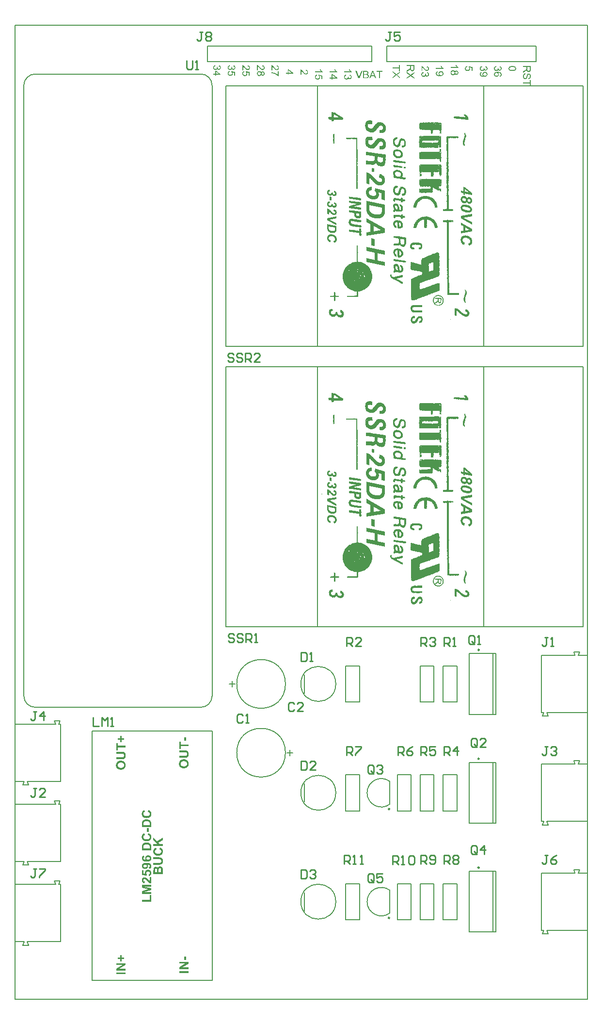
<source format=gto>
G04*
G04 #@! TF.GenerationSoftware,Altium Limited,Altium Designer,21.8.1 (53)*
G04*
G04 Layer_Color=65535*
%FSLAX25Y25*%
%MOIN*%
G70*
G04*
G04 #@! TF.SameCoordinates,A1411363-43AB-4F6E-8D2E-BD86F2085DDB*
G04*
G04*
G04 #@! TF.FilePolarity,Positive*
G04*
G01*
G75*
%ADD10C,0.00787*%
%ADD11C,0.00984*%
%ADD12C,0.00591*%
%ADD13C,0.00500*%
%ADD14C,0.01000*%
G36*
X1056454Y837765D02*
X1056770D01*
Y837607D01*
X1056927D01*
Y837449D01*
X1057085D01*
Y837133D01*
X1057401D01*
Y836818D01*
X1057559D01*
Y836660D01*
X1057716D01*
Y836344D01*
X1057874D01*
Y836187D01*
X1058032D01*
Y835871D01*
X1058190D01*
Y834924D01*
X1058348D01*
Y834766D01*
X1058190D01*
Y834451D01*
X1056296D01*
Y834608D01*
X1055350D01*
Y834766D01*
X1053140D01*
Y834924D01*
X1052351D01*
Y835082D01*
X1051720D01*
Y834924D01*
X1051089D01*
Y835082D01*
X1049826D01*
Y835240D01*
X1049353D01*
Y835398D01*
X1048880D01*
Y835240D01*
X1048564D01*
Y835398D01*
X1048406D01*
Y835555D01*
X1048248D01*
Y836344D01*
X1048406D01*
Y836502D01*
X1048564D01*
Y836660D01*
X1050931D01*
Y836502D01*
X1052193D01*
Y836344D01*
X1054087D01*
Y836187D01*
X1055507D01*
Y836029D01*
X1055823D01*
Y836187D01*
X1055981D01*
Y836660D01*
X1055665D01*
Y836818D01*
X1055507D01*
Y837133D01*
X1055350D01*
Y837449D01*
X1055192D01*
Y837922D01*
X1056454D01*
Y837765D01*
D02*
G37*
G36*
X965243Y839343D02*
X966506D01*
Y839185D01*
X966821D01*
Y839027D01*
X966979D01*
Y838869D01*
X967137D01*
Y838711D01*
X967453D01*
Y838554D01*
X967610D01*
Y838396D01*
X967926D01*
Y838238D01*
X968084D01*
Y838080D01*
X968400D01*
Y837922D01*
X968557D01*
Y837765D01*
X968873D01*
Y837607D01*
X969188D01*
Y837449D01*
X969504D01*
Y837291D01*
X969662D01*
Y837133D01*
X969820D01*
Y836976D01*
X969977D01*
Y836818D01*
X970293D01*
Y836660D01*
X970609D01*
Y836502D01*
X970924D01*
Y836344D01*
X971082D01*
Y836187D01*
X971398D01*
Y836029D01*
X971556D01*
Y835871D01*
X971871D01*
Y835713D01*
X972029D01*
Y834608D01*
X971871D01*
Y834135D01*
X967926D01*
Y834293D01*
X965717D01*
Y833662D01*
X965559D01*
Y833346D01*
X965401D01*
Y833188D01*
X964297D01*
Y834135D01*
X964139D01*
Y834293D01*
X963823D01*
Y834451D01*
X962718D01*
Y834608D01*
X962245D01*
Y834766D01*
X962087D01*
Y835398D01*
X961930D01*
Y835871D01*
X962087D01*
Y836029D01*
X962245D01*
Y836187D01*
X963981D01*
Y836344D01*
X964139D01*
Y839501D01*
X965243D01*
Y839343D01*
D02*
G37*
G36*
X1037518Y832399D02*
X1039411D01*
Y832084D01*
X1039569D01*
Y831926D01*
X1039727D01*
Y831610D01*
X1039885D01*
Y831295D01*
X1039727D01*
Y830032D01*
X1039885D01*
Y828612D01*
X1039727D01*
Y826876D01*
X1039569D01*
Y826403D01*
X1039727D01*
Y826087D01*
X1039569D01*
Y825140D01*
X1039727D01*
Y824825D01*
X1038622D01*
Y824982D01*
X1038464D01*
Y825614D01*
X1038622D01*
Y825772D01*
X1038780D01*
Y826087D01*
X1038938D01*
Y826245D01*
X1038464D01*
Y827034D01*
X1038307D01*
Y827665D01*
X1037991D01*
Y827350D01*
X1037202D01*
Y827192D01*
X1036886D01*
Y827350D01*
X1035466D01*
Y827192D01*
X1034046D01*
Y827034D01*
X1033888D01*
Y826718D01*
X1033730D01*
Y826403D01*
X1033888D01*
Y825456D01*
X1033730D01*
Y825140D01*
X1033572D01*
Y824825D01*
X1033415D01*
Y824667D01*
X1032784D01*
Y824825D01*
X1032626D01*
Y825298D01*
X1032468D01*
Y825929D01*
X1032310D01*
Y826560D01*
X1032468D01*
Y826876D01*
X1032310D01*
Y827034D01*
X1032152D01*
Y827192D01*
X1031837D01*
Y827350D01*
X1031048D01*
Y827192D01*
X1028207D01*
Y827350D01*
X1027734D01*
Y827507D01*
X1027418D01*
Y827350D01*
X1026471D01*
Y827507D01*
X1025367D01*
Y827665D01*
X1025209D01*
Y827507D01*
X1025051D01*
Y827665D01*
X1024736D01*
Y828139D01*
X1024578D01*
Y829559D01*
X1024420D01*
Y830190D01*
X1024578D01*
Y830506D01*
X1024420D01*
Y831137D01*
X1024578D01*
Y831768D01*
X1024736D01*
Y832084D01*
X1024893D01*
Y832399D01*
X1027102D01*
Y832557D01*
X1027734D01*
Y832399D01*
X1028681D01*
Y832557D01*
X1029312D01*
Y832399D01*
X1030259D01*
Y832557D01*
X1031837D01*
Y832399D01*
X1032310D01*
Y832557D01*
X1034677D01*
Y832399D01*
X1034204D01*
Y832084D01*
X1034677D01*
Y832242D01*
X1034993D01*
Y832557D01*
X1037518D01*
Y832399D01*
D02*
G37*
G36*
X991439Y833662D02*
X991912D01*
Y833504D01*
X992228D01*
Y833188D01*
X992070D01*
Y832399D01*
X992228D01*
Y831452D01*
X992070D01*
Y831137D01*
X991597D01*
Y831295D01*
X990965D01*
Y831452D01*
X990492D01*
Y831295D01*
X989861D01*
Y831137D01*
X989230D01*
Y830821D01*
X989072D01*
Y830348D01*
X989230D01*
Y829243D01*
X989387D01*
Y829085D01*
X989545D01*
Y828928D01*
X989703D01*
Y828612D01*
X989861D01*
Y828454D01*
X990334D01*
Y828296D01*
X992070D01*
Y828612D01*
X992386D01*
Y828928D01*
X992544D01*
Y829085D01*
X992701D01*
Y829243D01*
X992859D01*
Y829401D01*
X993017D01*
Y829559D01*
X993175D01*
Y829874D01*
X993332D01*
Y830032D01*
X993490D01*
Y830190D01*
X993648D01*
Y830348D01*
X993806D01*
Y830506D01*
X993964D01*
Y830663D01*
X994121D01*
Y830821D01*
X994279D01*
Y831137D01*
X994595D01*
Y831295D01*
X994753D01*
Y831452D01*
X994911D01*
Y831768D01*
X995068D01*
Y831926D01*
X995226D01*
Y832084D01*
X995384D01*
Y832242D01*
X995542D01*
Y832399D01*
X995857D01*
Y832557D01*
X996173D01*
Y832715D01*
X998382D01*
Y832557D01*
X998540D01*
Y832399D01*
X999013D01*
Y832242D01*
X999329D01*
Y832084D01*
X999645D01*
Y831926D01*
X999960D01*
Y831768D01*
X1000118D01*
Y831610D01*
X1000276D01*
Y831452D01*
X1000434D01*
Y831137D01*
X1000591D01*
Y830979D01*
X1000749D01*
Y830821D01*
X1000907D01*
Y830506D01*
X1001065D01*
Y830190D01*
X1001223D01*
Y829874D01*
X1001381D01*
Y829085D01*
X1001538D01*
Y827981D01*
X1001381D01*
Y826876D01*
X1001223D01*
Y826560D01*
X1001065D01*
Y826403D01*
X1000907D01*
Y826087D01*
X1000749D01*
Y825929D01*
X1000591D01*
Y825614D01*
X1000118D01*
Y825456D01*
X999802D01*
Y825298D01*
X999645D01*
Y825140D01*
X997435D01*
Y825298D01*
X997120D01*
Y827192D01*
X997278D01*
Y827350D01*
X998698D01*
Y827507D01*
X998856D01*
Y827665D01*
X999171D01*
Y827823D01*
X999329D01*
Y828139D01*
X999487D01*
Y828454D01*
X999329D01*
Y829559D01*
X999171D01*
Y829717D01*
X999013D01*
Y829874D01*
X998856D01*
Y830032D01*
X998698D01*
Y830190D01*
X998382D01*
Y830348D01*
X998067D01*
Y830190D01*
X997593D01*
Y830032D01*
X997120D01*
Y829874D01*
X996962D01*
Y829717D01*
X996804D01*
Y829559D01*
X996646D01*
Y829401D01*
X996489D01*
Y829243D01*
X996331D01*
Y829085D01*
X996173D01*
Y828928D01*
X996015D01*
Y828770D01*
X995857D01*
Y828454D01*
X995700D01*
Y828139D01*
X995542D01*
Y827981D01*
X995384D01*
Y827823D01*
X995226D01*
Y827507D01*
X995068D01*
Y827350D01*
X994911D01*
Y827192D01*
X994753D01*
Y827034D01*
X994595D01*
Y826876D01*
X994437D01*
Y826718D01*
X994279D01*
Y826560D01*
X994121D01*
Y826403D01*
X993806D01*
Y826245D01*
X993490D01*
Y826087D01*
X993175D01*
Y825929D01*
X993017D01*
Y825772D01*
X990492D01*
Y825929D01*
X990019D01*
Y826087D01*
X989861D01*
Y826245D01*
X989545D01*
Y826403D01*
X989072D01*
Y826560D01*
X988914D01*
Y826718D01*
X988598D01*
Y826876D01*
X988283D01*
Y827034D01*
X988125D01*
Y827350D01*
X987967D01*
Y827665D01*
X987809D01*
Y827981D01*
X987652D01*
Y828139D01*
X987494D01*
Y828612D01*
X987336D01*
Y829717D01*
X987178D01*
Y830979D01*
X987336D01*
Y831137D01*
X987178D01*
Y831295D01*
X987336D01*
Y831926D01*
X987494D01*
Y832399D01*
X987652D01*
Y832715D01*
X987809D01*
Y832873D01*
X987967D01*
Y833031D01*
X988125D01*
Y833346D01*
X988441D01*
Y833504D01*
X988598D01*
Y833662D01*
X989387D01*
Y833819D01*
X991439D01*
Y833662D01*
D02*
G37*
G36*
X1037675Y823247D02*
X1038622D01*
Y823089D01*
X1038464D01*
Y822773D01*
X1038622D01*
Y822615D01*
X1038780D01*
Y822773D01*
X1038938D01*
Y822931D01*
X1038780D01*
Y823089D01*
X1038938D01*
Y823247D01*
X1039253D01*
Y823089D01*
X1039411D01*
Y822458D01*
X1039569D01*
Y821353D01*
X1039411D01*
Y821037D01*
X1039569D01*
Y819775D01*
X1039411D01*
Y819144D01*
X1039569D01*
Y818197D01*
X1039411D01*
Y818039D01*
X1039569D01*
Y817723D01*
X1039727D01*
Y817566D01*
X1039569D01*
Y816303D01*
X1039411D01*
Y815356D01*
X1039253D01*
Y815199D01*
X1038622D01*
Y815356D01*
X1038149D01*
Y815514D01*
X1037360D01*
Y815356D01*
X1037518D01*
Y815199D01*
X1037360D01*
Y815041D01*
X1034835D01*
Y815199D01*
X1032941D01*
Y815041D01*
X1032152D01*
Y815199D01*
X1031205D01*
Y815041D01*
X1030890D01*
Y815199D01*
X1030416D01*
Y815356D01*
X1030259D01*
Y815199D01*
X1029470D01*
Y815041D01*
X1028681D01*
Y815199D01*
X1028365D01*
Y815041D01*
X1026945D01*
Y815199D01*
X1026471D01*
Y815041D01*
X1025840D01*
Y815199D01*
X1024736D01*
Y815356D01*
X1024578D01*
Y815672D01*
X1024420D01*
Y818513D01*
X1024262D01*
Y819144D01*
X1024420D01*
Y819459D01*
X1024262D01*
Y819617D01*
X1024420D01*
Y822773D01*
X1024578D01*
Y823089D01*
X1024893D01*
Y823247D01*
X1025840D01*
Y823089D01*
X1025998D01*
Y823247D01*
X1026471D01*
Y823089D01*
X1027260D01*
Y823247D01*
X1034835D01*
Y823404D01*
X1037675D01*
Y823247D01*
D02*
G37*
G36*
X1051089Y822931D02*
X1051247D01*
Y822773D01*
X1051404D01*
Y821984D01*
X1051247D01*
Y821826D01*
X1051089D01*
Y821669D01*
X1050931D01*
Y821826D01*
X1050773D01*
Y821669D01*
X1050457D01*
Y821826D01*
X1049669D01*
Y821669D01*
X1047617D01*
Y821826D01*
X1046986D01*
Y821669D01*
X1046512D01*
Y821826D01*
X1045881D01*
Y821669D01*
X1044619D01*
Y821353D01*
X1044461D01*
Y821037D01*
X1044619D01*
Y818355D01*
X1044461D01*
Y817723D01*
X1044619D01*
Y808729D01*
X1044461D01*
Y808571D01*
X1044303D01*
Y808729D01*
X1044145D01*
Y808887D01*
X1043988D01*
Y808571D01*
X1044145D01*
Y808413D01*
X1044619D01*
Y808255D01*
X1044777D01*
Y807940D01*
X1044619D01*
Y806046D01*
X1044777D01*
Y805888D01*
X1044619D01*
Y804941D01*
X1044777D01*
Y804152D01*
X1044619D01*
Y802417D01*
X1044777D01*
Y801785D01*
X1044619D01*
Y800681D01*
X1044777D01*
Y798471D01*
X1044619D01*
Y796104D01*
X1044777D01*
Y793737D01*
X1044619D01*
Y793264D01*
X1044777D01*
Y792159D01*
X1044619D01*
Y791686D01*
X1044777D01*
Y791370D01*
X1044619D01*
Y789161D01*
X1044777D01*
Y788688D01*
X1044619D01*
Y788372D01*
X1044777D01*
Y787741D01*
X1044619D01*
Y786952D01*
X1044777D01*
Y785216D01*
X1044619D01*
Y782533D01*
X1044777D01*
Y773065D01*
X1044934D01*
Y772907D01*
X1047617D01*
Y772749D01*
X1047775D01*
Y772434D01*
X1047933D01*
Y771803D01*
X1047617D01*
Y771645D01*
X1047144D01*
Y771487D01*
X1046986D01*
Y771645D01*
X1046039D01*
Y771487D01*
X1045408D01*
Y771645D01*
X1045092D01*
Y771487D01*
X1040831D01*
Y771803D01*
X1040674D01*
Y772749D01*
X1040831D01*
Y772907D01*
X1041463D01*
Y772749D01*
X1041936D01*
Y772907D01*
X1043199D01*
Y773223D01*
X1043356D01*
Y777957D01*
X1043199D01*
Y778746D01*
X1043356D01*
Y781902D01*
X1043199D01*
Y782691D01*
X1043356D01*
Y783164D01*
X1043199D01*
Y783638D01*
X1043356D01*
Y787425D01*
X1043199D01*
Y789003D01*
X1043356D01*
Y789319D01*
X1043199D01*
Y789634D01*
X1043356D01*
Y790423D01*
X1043199D01*
Y792159D01*
Y792317D01*
Y793264D01*
X1043356D01*
Y793737D01*
X1043199D01*
Y796262D01*
X1043356D01*
Y796736D01*
X1043199D01*
Y797998D01*
X1043356D01*
Y798314D01*
X1043199D01*
Y798629D01*
X1043356D01*
Y799260D01*
X1043199D01*
Y799734D01*
X1043356D01*
Y800207D01*
X1043199D01*
Y800838D01*
X1043356D01*
Y800996D01*
X1043199D01*
Y801785D01*
X1043356D01*
Y802259D01*
X1043199D01*
Y805415D01*
X1043356D01*
Y807466D01*
X1043199D01*
Y808097D01*
X1043356D01*
Y812832D01*
X1043199D01*
Y817723D01*
X1043356D01*
Y817881D01*
X1043514D01*
Y818197D01*
X1043356D01*
Y818513D01*
X1043199D01*
Y822615D01*
X1043356D01*
Y822931D01*
X1043672D01*
Y823089D01*
X1051089D01*
Y822931D01*
D02*
G37*
G36*
X966032Y824036D02*
X966190D01*
Y823878D01*
X966032D01*
Y823562D01*
X966190D01*
Y822300D01*
X966032D01*
Y821826D01*
X966190D01*
Y820564D01*
X966032D01*
Y819933D01*
X966190D01*
Y818197D01*
X966032D01*
Y818039D01*
X965401D01*
Y818355D01*
X965243D01*
Y818670D01*
X965401D01*
Y819302D01*
X965243D01*
Y820564D01*
Y820722D01*
Y821353D01*
X965401D01*
Y821826D01*
X965243D01*
Y824351D01*
X965401D01*
Y824509D01*
X966032D01*
Y824036D01*
D02*
G37*
G36*
X1055823Y825140D02*
X1055981D01*
Y824825D01*
X1056139D01*
Y824667D01*
X1056296D01*
Y824351D01*
X1056454D01*
Y824036D01*
X1056612D01*
Y823562D01*
X1056770D01*
Y822458D01*
X1056612D01*
Y822142D01*
X1056454D01*
Y821826D01*
X1056296D01*
Y821195D01*
X1056139D01*
Y820880D01*
X1055981D01*
Y820248D01*
X1055823D01*
Y819617D01*
X1055665D01*
Y818828D01*
X1055507D01*
Y817566D01*
X1055665D01*
Y816777D01*
X1055823D01*
Y816303D01*
X1055507D01*
Y816461D01*
X1055192D01*
Y816619D01*
X1055034D01*
Y816777D01*
X1054876D01*
Y817092D01*
X1054718D01*
Y817250D01*
X1054560D01*
Y817723D01*
X1054403D01*
Y819302D01*
X1054560D01*
Y819933D01*
Y820091D01*
X1054718D01*
Y820722D01*
X1054876D01*
Y821037D01*
X1055034D01*
Y821511D01*
X1055192D01*
Y821984D01*
X1055350D01*
Y822300D01*
X1055507D01*
Y823247D01*
X1055665D01*
Y823878D01*
X1055507D01*
Y824509D01*
X1055350D01*
Y825298D01*
X1055823D01*
Y825140D01*
D02*
G37*
G36*
X1009429Y821826D02*
X1009586D01*
Y821511D01*
X1009429D01*
Y821195D01*
X1009271D01*
Y821037D01*
X1009113D01*
Y820880D01*
X1008640D01*
Y820722D01*
X1008324D01*
Y820564D01*
X1008008D01*
Y820248D01*
X1007850D01*
Y820091D01*
X1007693D01*
Y819933D01*
X1007535D01*
Y818513D01*
X1007693D01*
Y818039D01*
X1007850D01*
Y817566D01*
X1008008D01*
Y817408D01*
X1008166D01*
Y817250D01*
X1008482D01*
Y817092D01*
X1008640D01*
Y816934D01*
X1009429D01*
Y817092D01*
X1009586D01*
Y817250D01*
X1009744D01*
Y817566D01*
X1009902D01*
Y817723D01*
X1010060D01*
Y818197D01*
X1010217D01*
Y818513D01*
X1010375D01*
Y818986D01*
X1010533D01*
Y819775D01*
X1010691D01*
Y820248D01*
X1010849D01*
Y820564D01*
X1011007D01*
Y820880D01*
X1011164D01*
Y821037D01*
X1011322D01*
Y821195D01*
X1011638D01*
Y821353D01*
X1011953D01*
Y821511D01*
X1012742D01*
Y821353D01*
X1013216D01*
Y821195D01*
X1013689D01*
Y821037D01*
X1014163D01*
Y820880D01*
X1014478D01*
Y820564D01*
X1014636D01*
Y820406D01*
X1014794D01*
Y820091D01*
X1014952D01*
Y819775D01*
X1015109D01*
Y819459D01*
X1015267D01*
Y816619D01*
X1015109D01*
Y816303D01*
X1014952D01*
Y816146D01*
X1014794D01*
Y815988D01*
X1014636D01*
Y815830D01*
X1014478D01*
Y815672D01*
X1014163D01*
Y815514D01*
X1013689D01*
Y815356D01*
X1012585D01*
Y815672D01*
X1012427D01*
Y815830D01*
X1012585D01*
Y816461D01*
X1012742D01*
Y816619D01*
X1013531D01*
Y816777D01*
X1013689D01*
Y816934D01*
X1013847D01*
Y817092D01*
X1014005D01*
Y817566D01*
X1014163D01*
Y818986D01*
X1014005D01*
Y819459D01*
X1013847D01*
Y819775D01*
X1013689D01*
Y820091D01*
X1012585D01*
Y819933D01*
X1012269D01*
Y819775D01*
X1012111D01*
Y819459D01*
X1011953D01*
Y819144D01*
X1011796D01*
Y818670D01*
X1011638D01*
Y818197D01*
X1011480D01*
Y816934D01*
X1011322D01*
Y816777D01*
X1011164D01*
Y816461D01*
X1011007D01*
Y816303D01*
X1010849D01*
Y815988D01*
X1010691D01*
Y815830D01*
X1010375D01*
Y815672D01*
X1010060D01*
Y815514D01*
X1009744D01*
Y815356D01*
X1009113D01*
Y815514D01*
X1008797D01*
Y815672D01*
X1008324D01*
Y815830D01*
X1008166D01*
Y815988D01*
X1007693D01*
Y816146D01*
X1007535D01*
Y816303D01*
X1007377D01*
Y816461D01*
X1007219D01*
Y816619D01*
X1006904D01*
Y816934D01*
X1006746D01*
Y817566D01*
X1006588D01*
Y818039D01*
X1006430D01*
Y820406D01*
X1006588D01*
Y820880D01*
X1006746D01*
Y821195D01*
X1006904D01*
Y821353D01*
X1007219D01*
Y821669D01*
X1007535D01*
Y821826D01*
X1007850D01*
Y821984D01*
X1008008D01*
Y822142D01*
X1009429D01*
Y821826D01*
D02*
G37*
G36*
X992070Y822615D02*
X992228D01*
Y821353D01*
X992386D01*
Y820564D01*
X992228D01*
Y820406D01*
X990334D01*
Y820248D01*
X989545D01*
Y820091D01*
X989387D01*
Y818513D01*
X989545D01*
Y818039D01*
X989703D01*
Y817723D01*
X989861D01*
Y817566D01*
X990019D01*
Y817408D01*
X990334D01*
Y817250D01*
X990808D01*
Y817092D01*
X991439D01*
Y817250D01*
X991912D01*
Y817408D01*
X992228D01*
Y817566D01*
X992386D01*
Y817723D01*
X992544D01*
Y817881D01*
X992701D01*
Y818039D01*
X992859D01*
Y818197D01*
X993017D01*
Y818355D01*
X993175D01*
Y818513D01*
X993332D01*
Y818828D01*
X993490D01*
Y818986D01*
X993648D01*
Y819144D01*
X993806D01*
Y819459D01*
X994121D01*
Y819617D01*
X994279D01*
Y819933D01*
X994437D01*
Y820248D01*
X994753D01*
Y820406D01*
X994911D01*
Y820722D01*
X995068D01*
Y820880D01*
X995226D01*
Y821037D01*
X995384D01*
Y821195D01*
X995542D01*
Y821353D01*
X995857D01*
Y821511D01*
X996173D01*
Y821669D01*
X998382D01*
Y821511D01*
X998856D01*
Y821353D01*
X999171D01*
Y821195D01*
X999645D01*
Y821037D01*
X999960D01*
Y820880D01*
X1000118D01*
Y820722D01*
X1000276D01*
Y820564D01*
X1000434D01*
Y820406D01*
X1000591D01*
Y820248D01*
X1000749D01*
Y819933D01*
X1000907D01*
Y819617D01*
X1001065D01*
Y819459D01*
X1001223D01*
Y818986D01*
X1001381D01*
Y818355D01*
X1001538D01*
Y817408D01*
X1001696D01*
Y817250D01*
X1001538D01*
Y815988D01*
X1001381D01*
Y815514D01*
X1001223D01*
Y815199D01*
X1001065D01*
Y815041D01*
X1000907D01*
Y814725D01*
X1000591D01*
Y814567D01*
X1000434D01*
Y814410D01*
X1000118D01*
Y814252D01*
X999802D01*
Y814094D01*
X999487D01*
Y813936D01*
X997435D01*
Y814094D01*
X997278D01*
Y814252D01*
X997120D01*
Y815041D01*
X997278D01*
Y815199D01*
X997120D01*
Y816146D01*
X997278D01*
Y816303D01*
X998698D01*
Y816461D01*
X999013D01*
Y816619D01*
X999329D01*
Y816934D01*
X999487D01*
Y818197D01*
X999329D01*
Y818670D01*
X999171D01*
Y818986D01*
X998698D01*
Y819144D01*
X997435D01*
Y818986D01*
X997120D01*
Y818828D01*
X996804D01*
Y818513D01*
X996646D01*
Y818355D01*
X996489D01*
Y818039D01*
X996331D01*
Y817881D01*
X996173D01*
Y817723D01*
X996015D01*
Y817566D01*
X995857D01*
Y817250D01*
X995700D01*
Y817092D01*
X995542D01*
Y816934D01*
X995384D01*
Y816777D01*
X995226D01*
Y816461D01*
X995068D01*
Y816303D01*
X994911D01*
Y815988D01*
X994753D01*
Y815830D01*
X994595D01*
Y815672D01*
X994437D01*
Y815514D01*
X994279D01*
Y815356D01*
X993964D01*
Y815199D01*
X993648D01*
Y815041D01*
X993490D01*
Y814883D01*
X993332D01*
Y814725D01*
X992386D01*
Y814567D01*
X990492D01*
Y814725D01*
X990334D01*
Y814883D01*
X989861D01*
Y815041D01*
X989545D01*
Y815199D01*
X989387D01*
Y815356D01*
X989072D01*
Y815514D01*
X988914D01*
Y815672D01*
X988756D01*
Y815830D01*
X988598D01*
Y815988D01*
X988283D01*
Y816146D01*
X988125D01*
Y816303D01*
X987967D01*
Y816777D01*
X987809D01*
Y817092D01*
X987652D01*
Y817250D01*
X987494D01*
Y818039D01*
X987336D01*
Y819144D01*
X987178D01*
Y819302D01*
X987336D01*
Y820880D01*
X987494D01*
Y821195D01*
X987652D01*
Y821669D01*
X987809D01*
Y821826D01*
X987967D01*
Y821984D01*
X988125D01*
Y822142D01*
X988283D01*
Y822300D01*
X988441D01*
Y822458D01*
X988756D01*
Y822615D01*
X989230D01*
Y822773D01*
X992070D01*
Y822615D01*
D02*
G37*
G36*
X1039411Y814094D02*
X1039569D01*
Y813463D01*
X1039411D01*
Y812516D01*
X1039569D01*
Y811569D01*
X1039727D01*
Y811411D01*
X1039569D01*
Y810307D01*
X1039411D01*
Y810149D01*
X1039569D01*
Y808729D01*
X1039727D01*
Y807940D01*
X1039569D01*
Y805730D01*
X1039411D01*
Y805415D01*
X1039253D01*
Y805257D01*
X1038780D01*
Y805888D01*
X1038622D01*
Y806993D01*
X1038464D01*
Y807151D01*
X1038307D01*
Y807466D01*
X1038149D01*
Y807308D01*
X1037991D01*
Y807151D01*
X1037202D01*
Y807308D01*
X1036413D01*
Y807466D01*
X1035940D01*
Y807308D01*
X1035624D01*
Y807151D01*
X1035151D01*
Y807308D01*
X1032468D01*
Y807151D01*
X1031205D01*
Y807308D01*
X1030890D01*
Y807151D01*
X1029785D01*
Y807308D01*
X1028996D01*
Y807151D01*
X1027892D01*
Y807308D01*
X1027576D01*
Y807151D01*
X1027102D01*
Y807308D01*
X1026629D01*
Y807151D01*
X1025682D01*
Y807308D01*
X1025367D01*
Y807151D01*
X1024893D01*
Y807308D01*
X1024736D01*
Y807466D01*
X1024578D01*
Y807624D01*
X1024420D01*
Y809676D01*
X1024578D01*
Y810464D01*
X1024420D01*
Y811885D01*
X1024578D01*
Y812043D01*
X1025525D01*
Y812200D01*
X1029312D01*
Y812043D01*
X1029627D01*
Y812200D01*
X1029785D01*
Y812358D01*
X1032310D01*
Y812200D01*
X1032626D01*
Y812358D01*
X1034993D01*
Y812200D01*
X1035308D01*
Y812358D01*
X1038149D01*
Y812516D01*
X1038307D01*
Y812674D01*
X1038464D01*
Y813463D01*
X1038622D01*
Y813621D01*
X1038464D01*
Y814094D01*
X1038622D01*
Y814252D01*
X1039411D01*
Y814094D01*
D02*
G37*
G36*
X1009429Y813936D02*
X1010217D01*
Y813778D01*
X1010849D01*
Y813621D01*
X1011164D01*
Y813463D01*
X1011480D01*
Y813305D01*
X1011638D01*
Y813147D01*
X1011953D01*
Y812989D01*
X1012111D01*
Y812832D01*
X1012269D01*
Y812674D01*
X1012427D01*
Y812516D01*
X1012585D01*
Y812200D01*
X1012742D01*
Y812043D01*
X1012900D01*
Y811569D01*
X1013058D01*
Y810938D01*
X1013216D01*
Y810149D01*
X1013058D01*
Y809360D01*
X1012900D01*
Y808887D01*
X1012742D01*
Y808729D01*
X1012427D01*
Y808571D01*
X1012269D01*
Y808413D01*
X1011953D01*
Y808255D01*
X1011638D01*
Y808097D01*
X1011164D01*
Y807940D01*
X1009271D01*
Y808097D01*
X1008482D01*
Y808413D01*
X1008166D01*
Y808571D01*
X1007850D01*
Y808729D01*
X1007693D01*
Y808887D01*
X1007535D01*
Y809044D01*
X1007219D01*
Y809202D01*
X1007061D01*
Y809676D01*
X1006904D01*
Y809991D01*
X1006588D01*
Y810464D01*
X1006430D01*
Y812043D01*
X1006588D01*
Y812516D01*
X1006746D01*
Y812832D01*
X1006904D01*
Y813305D01*
X1007061D01*
Y813463D01*
X1007377D01*
Y813621D01*
X1007535D01*
Y813778D01*
X1008008D01*
Y813936D01*
X1008482D01*
Y814094D01*
X1009429D01*
Y813936D01*
D02*
G37*
G36*
X988756Y812200D02*
X989545D01*
Y812043D01*
X991123D01*
Y811885D01*
X991754D01*
Y811727D01*
X992544D01*
Y811569D01*
X993648D01*
Y811411D01*
X995226D01*
Y811254D01*
X996173D01*
Y811096D01*
X997435D01*
Y810938D01*
X998698D01*
Y810780D01*
X999645D01*
Y810622D01*
X1000591D01*
Y810464D01*
X1001223D01*
Y810149D01*
X1001381D01*
Y808413D01*
X1001223D01*
Y807782D01*
X1001381D01*
Y806362D01*
X1001223D01*
Y804468D01*
X1001065D01*
Y804152D01*
X1000907D01*
Y803679D01*
X1000749D01*
Y803205D01*
X1000591D01*
Y802890D01*
X1000434D01*
Y802732D01*
X1000118D01*
Y802574D01*
X999487D01*
Y802417D01*
X999171D01*
Y802259D01*
X998382D01*
Y802417D01*
X997435D01*
Y802574D01*
X996804D01*
Y802732D01*
X996173D01*
Y802890D01*
X996015D01*
Y803048D01*
X995857D01*
Y803205D01*
X995700D01*
Y803363D01*
X995542D01*
Y803521D01*
X995384D01*
Y803679D01*
X995226D01*
Y803994D01*
X995068D01*
Y804152D01*
X994911D01*
Y804310D01*
X994437D01*
Y804152D01*
X994279D01*
Y803994D01*
X994121D01*
Y803837D01*
X993964D01*
Y803679D01*
X993806D01*
Y803521D01*
X993017D01*
Y803363D01*
X991439D01*
Y803521D01*
X989545D01*
Y803679D01*
X988283D01*
Y803521D01*
X987967D01*
Y803363D01*
X987809D01*
Y803521D01*
X987652D01*
Y806046D01*
X987809D01*
Y806204D01*
X989230D01*
Y806046D01*
X992070D01*
Y805888D01*
X993017D01*
Y806046D01*
X993175D01*
Y806204D01*
X993332D01*
Y806362D01*
X993490D01*
Y806677D01*
X993648D01*
Y809202D01*
X992859D01*
Y809360D01*
X992386D01*
Y809518D01*
X990808D01*
Y809676D01*
X990019D01*
Y809833D01*
X988441D01*
Y809991D01*
X987967D01*
Y810149D01*
X987809D01*
Y810307D01*
X987652D01*
Y811885D01*
X987809D01*
Y812200D01*
X987967D01*
Y812358D01*
X988756D01*
Y812200D01*
D02*
G37*
G36*
X1007535Y806519D02*
X1008640D01*
Y806362D01*
X1009744D01*
Y806204D01*
X1010691D01*
Y806046D01*
X1011796D01*
Y805888D01*
X1012900D01*
Y805730D01*
X1014478D01*
Y805573D01*
X1014794D01*
Y805415D01*
X1014952D01*
Y805257D01*
X1015109D01*
Y804468D01*
X1014952D01*
Y804310D01*
X1014005D01*
Y804468D01*
X1012427D01*
Y804626D01*
X1011322D01*
Y804784D01*
X1010533D01*
Y804941D01*
X1008955D01*
Y805099D01*
X1007850D01*
Y805257D01*
X1007061D01*
Y805415D01*
X1006746D01*
Y805573D01*
X1006588D01*
Y806362D01*
X1006746D01*
Y806519D01*
X1006904D01*
Y806677D01*
X1007535D01*
Y806519D01*
D02*
G37*
G36*
X1031679Y803521D02*
X1039411D01*
Y803363D01*
X1039569D01*
Y803048D01*
X1039727D01*
Y801470D01*
X1039569D01*
Y801312D01*
X1039727D01*
Y800838D01*
X1039885D01*
Y800365D01*
X1039727D01*
Y799576D01*
X1039885D01*
Y798314D01*
X1039569D01*
Y798629D01*
X1039411D01*
Y797998D01*
X1039569D01*
Y798156D01*
X1039885D01*
Y797051D01*
X1039727D01*
Y796262D01*
X1039569D01*
Y795947D01*
X1039727D01*
Y795789D01*
X1039569D01*
Y795473D01*
X1039096D01*
Y795631D01*
X1038464D01*
Y796736D01*
X1038307D01*
Y798156D01*
X1038149D01*
Y798314D01*
X1038307D01*
Y798471D01*
X1037991D01*
Y798629D01*
X1037675D01*
Y798471D01*
X1037518D01*
Y798314D01*
X1036571D01*
Y798471D01*
X1036413D01*
Y798314D01*
X1035151D01*
Y798471D01*
X1034835D01*
Y798314D01*
X1034519D01*
Y798156D01*
X1034361D01*
Y797998D01*
X1034204D01*
Y797682D01*
X1034361D01*
Y797367D01*
X1034519D01*
Y797051D01*
X1034361D01*
Y796420D01*
X1034204D01*
Y795473D01*
X1034046D01*
Y795315D01*
X1032468D01*
Y797998D01*
X1032310D01*
Y798156D01*
X1032152D01*
Y798314D01*
X1029312D01*
Y798156D01*
X1028523D01*
Y798314D01*
X1027418D01*
Y798156D01*
X1026629D01*
Y798471D01*
X1026156D01*
Y798314D01*
X1025998D01*
Y797840D01*
X1025840D01*
Y797682D01*
X1025682D01*
Y797840D01*
X1025367D01*
Y797682D01*
X1025209D01*
Y797209D01*
X1025367D01*
Y796893D01*
X1025525D01*
Y797051D01*
X1025682D01*
Y797525D01*
X1025840D01*
Y797367D01*
X1025998D01*
Y796736D01*
X1026156D01*
Y795947D01*
X1026313D01*
Y795789D01*
X1025998D01*
Y795631D01*
X1025840D01*
Y795473D01*
X1025051D01*
Y795315D01*
X1024736D01*
Y796262D01*
X1024893D01*
Y796578D01*
X1024736D01*
Y798787D01*
X1024578D01*
Y802890D01*
X1024736D01*
Y803048D01*
X1024893D01*
Y803363D01*
X1025209D01*
Y803521D01*
X1025367D01*
Y803679D01*
X1026629D01*
Y803521D01*
X1027892D01*
Y803679D01*
X1028207D01*
Y803521D01*
X1028681D01*
Y803679D01*
X1029785D01*
Y803521D01*
X1030259D01*
Y803679D01*
X1031679D01*
Y803521D01*
D02*
G37*
G36*
X1007850Y803048D02*
X1008797D01*
Y802890D01*
X1009902D01*
Y802732D01*
X1011164D01*
Y802574D01*
X1011953D01*
Y802417D01*
X1012585D01*
Y802259D01*
X1012900D01*
Y801470D01*
X1012742D01*
Y801312D01*
X1012269D01*
Y801154D01*
X1011638D01*
Y801312D01*
X1010849D01*
Y801470D01*
X1009586D01*
Y801628D01*
X1008482D01*
Y801785D01*
X1007061D01*
Y801943D01*
X1006904D01*
Y802101D01*
X1006746D01*
Y802574D01*
X1006588D01*
Y802890D01*
X1006746D01*
Y803205D01*
X1007850D01*
Y803048D01*
D02*
G37*
G36*
X1015109Y801785D02*
X1015267D01*
Y801154D01*
X1015109D01*
Y800838D01*
X1014952D01*
Y800996D01*
X1013847D01*
Y801312D01*
X1013689D01*
Y801470D01*
Y801628D01*
X1013847D01*
Y802101D01*
X1015109D01*
Y801785D01*
D02*
G37*
G36*
X992544Y800996D02*
X993175D01*
Y800838D01*
X993332D01*
Y800523D01*
X993490D01*
Y799734D01*
X993332D01*
Y798629D01*
X993175D01*
Y798471D01*
X992859D01*
Y798314D01*
X992386D01*
Y798471D01*
X992228D01*
Y798629D01*
X992070D01*
Y798787D01*
X991912D01*
Y798945D01*
X991754D01*
Y799418D01*
X991912D01*
Y800838D01*
X992070D01*
Y800996D01*
X992228D01*
Y801154D01*
X992544D01*
Y800996D01*
D02*
G37*
G36*
X1029312Y793737D02*
X1029785D01*
Y793579D01*
X1029943D01*
Y793737D01*
X1034519D01*
Y793579D01*
X1034993D01*
Y793737D01*
X1036255D01*
Y793579D01*
X1036729D01*
Y793737D01*
X1037044D01*
Y793579D01*
X1038938D01*
Y793422D01*
X1039569D01*
Y793264D01*
X1039727D01*
Y793106D01*
X1039885D01*
Y790739D01*
X1039727D01*
Y790423D01*
X1039569D01*
Y790108D01*
X1039727D01*
Y789161D01*
X1039569D01*
Y788845D01*
X1039411D01*
Y788688D01*
X1039096D01*
Y788530D01*
X1038464D01*
Y788688D01*
X1038149D01*
Y788845D01*
X1037991D01*
Y788688D01*
X1037833D01*
Y788530D01*
X1037991D01*
Y788372D01*
X1037833D01*
Y788056D01*
X1037991D01*
Y787898D01*
X1038149D01*
Y787583D01*
X1038307D01*
Y787267D01*
X1038622D01*
Y787110D01*
X1039253D01*
Y786952D01*
X1039411D01*
Y786005D01*
X1039569D01*
Y785058D01*
X1039411D01*
Y784900D01*
X1039253D01*
Y784742D01*
X1039096D01*
Y785216D01*
X1038780D01*
Y785374D01*
X1038464D01*
Y785689D01*
X1038622D01*
Y785847D01*
X1038464D01*
Y786005D01*
X1038307D01*
Y786163D01*
X1037991D01*
Y785847D01*
X1037833D01*
Y785689D01*
X1038149D01*
Y785532D01*
X1038307D01*
Y785374D01*
X1037991D01*
Y785532D01*
X1037833D01*
Y785689D01*
X1037202D01*
Y786005D01*
X1036886D01*
Y786163D01*
X1036571D01*
Y786320D01*
X1036255D01*
Y786478D01*
X1035940D01*
Y786636D01*
X1035624D01*
Y786794D01*
X1035466D01*
Y786952D01*
X1034835D01*
Y787425D01*
X1034361D01*
Y787583D01*
X1034046D01*
Y787741D01*
X1033888D01*
Y787583D01*
X1033730D01*
Y786005D01*
X1033572D01*
Y785689D01*
X1033730D01*
Y784742D01*
X1033572D01*
Y784269D01*
X1032784D01*
Y784111D01*
X1032468D01*
Y784269D01*
X1029627D01*
Y784111D01*
X1028207D01*
Y784269D01*
X1027576D01*
Y784111D01*
X1027102D01*
Y784269D01*
X1026787D01*
Y784111D01*
X1025682D01*
Y784269D01*
X1024736D01*
Y784427D01*
X1024578D01*
Y784585D01*
X1024420D01*
Y785058D01*
X1024578D01*
Y785689D01*
X1024420D01*
Y786636D01*
X1024578D01*
Y786794D01*
X1024736D01*
Y786952D01*
X1025051D01*
Y786794D01*
X1025209D01*
Y786636D01*
X1025682D01*
Y786794D01*
X1025840D01*
Y786952D01*
X1030101D01*
Y787110D01*
X1031995D01*
Y787425D01*
X1032152D01*
Y787583D01*
X1032310D01*
Y787898D01*
X1032152D01*
Y788372D01*
X1031679D01*
Y788530D01*
X1031205D01*
Y788372D01*
X1029943D01*
Y788530D01*
X1029154D01*
Y788372D01*
X1028049D01*
Y788530D01*
X1027418D01*
Y788372D01*
X1026156D01*
Y788530D01*
X1025682D01*
Y788372D01*
X1025209D01*
Y788530D01*
X1025051D01*
Y788845D01*
X1024736D01*
Y789477D01*
X1024578D01*
Y792475D01*
X1024420D01*
Y792633D01*
X1024578D01*
Y792791D01*
X1024736D01*
Y792948D01*
X1024893D01*
Y793579D01*
X1025209D01*
Y793737D01*
X1027260D01*
Y793579D01*
X1027418D01*
Y793422D01*
X1027576D01*
Y793579D01*
X1027892D01*
Y793737D01*
X1029154D01*
Y793895D01*
X1029312D01*
Y793737D01*
D02*
G37*
G36*
X1009744Y799734D02*
X1010691D01*
Y799576D01*
X1011007D01*
Y799418D01*
X1011164D01*
Y799260D01*
X1011480D01*
Y799103D01*
X1011953D01*
Y798945D01*
X1012111D01*
Y798787D01*
X1012269D01*
Y798629D01*
X1012427D01*
Y798314D01*
X1012585D01*
Y797998D01*
X1012742D01*
Y797840D01*
X1012900D01*
Y797682D01*
X1013058D01*
Y795631D01*
X1012900D01*
Y795315D01*
X1012742D01*
Y794842D01*
X1013374D01*
Y794684D01*
X1014005D01*
Y794526D01*
X1015109D01*
Y793579D01*
X1014952D01*
Y793422D01*
X1013216D01*
Y793579D01*
X1012111D01*
Y793737D01*
X1011007D01*
Y793895D01*
X1010375D01*
Y794053D01*
X1010217D01*
Y793895D01*
X1009586D01*
Y794053D01*
X1008797D01*
Y794211D01*
X1007535D01*
Y794369D01*
X1007061D01*
Y794526D01*
X1006904D01*
Y794684D01*
X1006746D01*
Y794842D01*
X1006588D01*
Y795000D01*
X1006746D01*
Y795315D01*
X1006904D01*
Y796104D01*
X1006746D01*
Y796578D01*
X1006588D01*
Y798471D01*
X1006746D01*
Y798629D01*
X1006904D01*
Y798945D01*
X1007061D01*
Y799103D01*
X1007219D01*
Y799260D01*
X1007377D01*
Y799418D01*
X1007693D01*
Y799576D01*
X1008008D01*
Y799734D01*
X1008482D01*
Y799892D01*
X1009744D01*
Y799734D01*
D02*
G37*
G36*
X1009429Y788845D02*
X1009586D01*
Y788688D01*
X1009744D01*
Y788056D01*
X1009586D01*
Y787898D01*
X1009429D01*
Y787741D01*
X1009113D01*
Y787583D01*
X1008797D01*
Y787425D01*
X1008324D01*
Y787267D01*
X1008166D01*
Y787110D01*
X1008008D01*
Y786952D01*
X1007850D01*
Y785847D01*
Y785689D01*
Y784585D01*
X1008008D01*
Y784427D01*
X1008166D01*
Y784269D01*
X1008324D01*
Y784111D01*
X1008482D01*
Y783953D01*
X1008797D01*
Y783796D01*
X1009586D01*
Y783953D01*
X1009744D01*
Y784269D01*
X1009902D01*
Y784427D01*
X1010060D01*
Y784585D01*
X1010217D01*
Y785216D01*
X1010375D01*
Y786005D01*
X1010533D01*
Y786320D01*
X1010691D01*
Y786636D01*
X1010849D01*
Y787267D01*
X1011007D01*
Y787425D01*
X1011322D01*
Y787898D01*
X1011480D01*
Y788056D01*
X1011638D01*
Y788214D01*
X1013531D01*
Y788056D01*
X1013689D01*
Y787898D01*
X1013847D01*
Y787741D01*
X1014320D01*
Y787583D01*
X1014478D01*
Y787425D01*
X1014636D01*
Y787267D01*
X1014794D01*
Y787110D01*
X1014952D01*
Y786952D01*
X1015109D01*
Y786478D01*
X1015267D01*
Y786005D01*
X1015425D01*
Y783796D01*
X1015267D01*
Y783164D01*
X1015109D01*
Y783007D01*
X1014952D01*
Y782849D01*
X1014794D01*
Y782691D01*
X1014636D01*
Y782533D01*
X1014478D01*
Y782375D01*
X1014005D01*
Y782218D01*
X1013531D01*
Y782060D01*
X1012900D01*
Y782218D01*
X1012742D01*
Y782533D01*
X1012585D01*
Y783322D01*
X1012742D01*
Y783480D01*
X1013689D01*
Y783638D01*
X1013847D01*
Y783796D01*
X1014005D01*
Y783953D01*
X1014163D01*
Y786005D01*
X1014005D01*
Y786320D01*
X1013847D01*
Y786478D01*
X1013689D01*
Y786636D01*
X1013531D01*
Y786794D01*
X1013374D01*
Y786952D01*
X1012585D01*
Y786794D01*
X1012427D01*
Y786478D01*
X1012269D01*
Y786163D01*
X1012111D01*
Y786005D01*
X1011953D01*
Y785532D01*
X1011796D01*
Y784742D01*
X1011638D01*
Y784111D01*
X1011480D01*
Y783953D01*
X1011322D01*
Y783322D01*
X1011164D01*
Y783007D01*
X1011007D01*
Y782849D01*
X1010691D01*
Y782691D01*
X1010533D01*
Y782533D01*
X1010375D01*
Y782375D01*
X1009902D01*
Y782218D01*
X1009744D01*
Y782375D01*
X1008955D01*
Y782533D01*
X1008324D01*
Y782691D01*
X1007850D01*
Y782849D01*
X1007693D01*
Y783007D01*
X1007535D01*
Y783164D01*
X1007377D01*
Y783322D01*
X1007219D01*
Y783638D01*
X1007061D01*
Y783796D01*
X1006904D01*
Y784269D01*
X1006746D01*
Y784585D01*
X1006588D01*
Y785058D01*
X1006430D01*
Y786636D01*
X1006588D01*
Y786952D01*
X1006746D01*
Y787583D01*
X1006904D01*
Y787898D01*
X1007061D01*
Y788214D01*
X1007219D01*
Y788372D01*
X1007535D01*
Y788530D01*
X1007693D01*
Y788845D01*
X1008008D01*
Y789003D01*
X1009113D01*
Y788845D01*
X1009271D01*
Y789003D01*
X1009429D01*
Y788845D01*
D02*
G37*
G36*
X979919Y821984D02*
X981813D01*
Y821826D01*
X981971D01*
Y814094D01*
X982128D01*
Y805257D01*
X981971D01*
Y804784D01*
X982128D01*
Y803521D01*
X981971D01*
Y802732D01*
X982128D01*
Y796893D01*
X981971D01*
Y796578D01*
X982128D01*
Y793579D01*
X982286D01*
Y792791D01*
X982128D01*
Y791844D01*
X981971D01*
Y791686D01*
X981813D01*
Y791528D01*
X982128D01*
Y786794D01*
X981971D01*
Y786636D01*
X981655D01*
Y786478D01*
X981497D01*
Y786636D01*
X981339D01*
Y786952D01*
X981182D01*
Y795000D01*
X981024D01*
Y795789D01*
X981182D01*
Y796736D01*
X981024D01*
Y796893D01*
X981182D01*
Y799576D01*
Y799734D01*
Y801943D01*
X981024D01*
Y802259D01*
X981182D01*
Y807151D01*
X981339D01*
Y807466D01*
X981182D01*
Y812516D01*
X981024D01*
Y813463D01*
X981182D01*
Y814725D01*
X981024D01*
Y821037D01*
X978341D01*
Y821195D01*
X977552D01*
Y821037D01*
X974396D01*
Y821195D01*
X974238D01*
Y821353D01*
X974080D01*
Y821669D01*
X974238D01*
Y821826D01*
X974396D01*
Y821984D01*
X979603D01*
Y822142D01*
X979919D01*
Y821984D01*
D02*
G37*
G36*
X1029470Y781902D02*
X1030259D01*
Y781744D01*
X1031205D01*
Y781586D01*
X1031521D01*
Y781429D01*
X1031837D01*
Y781271D01*
X1032152D01*
Y781113D01*
X1032784D01*
Y780955D01*
X1033099D01*
Y780797D01*
X1033257D01*
Y780640D01*
X1033415D01*
Y780482D01*
X1033730D01*
Y780324D01*
X1033888D01*
Y780166D01*
X1034046D01*
Y780008D01*
X1034361D01*
Y779850D01*
X1034519D01*
Y779693D01*
X1034677D01*
Y779535D01*
X1034835D01*
Y779377D01*
X1034993D01*
Y779062D01*
X1035151D01*
Y778904D01*
X1035308D01*
Y778746D01*
X1035466D01*
Y778588D01*
X1035624D01*
Y778430D01*
X1035782D01*
Y778115D01*
X1035940D01*
Y777799D01*
X1036097D01*
Y777326D01*
X1036255D01*
Y777168D01*
X1036413D01*
Y776852D01*
X1036571D01*
Y776063D01*
X1036729D01*
Y775590D01*
X1036886D01*
Y774643D01*
X1037044D01*
Y774327D01*
X1036886D01*
Y774012D01*
X1035308D01*
Y774170D01*
X1035151D01*
Y774327D01*
X1034993D01*
Y775274D01*
X1034835D01*
Y776221D01*
X1034519D01*
Y776537D01*
X1034361D01*
Y776694D01*
X1034204D01*
Y777010D01*
X1034046D01*
Y777168D01*
X1033888D01*
Y777484D01*
X1033730D01*
Y777641D01*
X1033572D01*
Y777799D01*
X1033415D01*
Y777957D01*
X1033257D01*
Y778115D01*
X1033099D01*
Y778272D01*
X1032941D01*
Y778430D01*
X1032784D01*
Y778588D01*
X1032468D01*
Y778904D01*
X1032310D01*
Y779062D01*
X1032152D01*
Y779219D01*
X1031679D01*
Y779377D01*
X1031363D01*
Y779535D01*
X1031048D01*
Y779693D01*
X1030416D01*
Y779850D01*
X1029785D01*
Y780008D01*
X1027418D01*
Y779850D01*
X1026629D01*
Y779693D01*
X1026313D01*
Y779535D01*
X1026156D01*
Y779377D01*
X1025840D01*
Y779219D01*
X1025525D01*
Y779062D01*
X1025209D01*
Y778904D01*
X1025051D01*
Y778746D01*
X1024893D01*
Y778588D01*
X1024736D01*
Y778430D01*
X1024578D01*
Y778272D01*
X1024420D01*
Y778115D01*
X1024262D01*
Y777957D01*
X1024104D01*
Y777799D01*
X1023946D01*
Y777641D01*
X1023789D01*
Y777484D01*
X1023631D01*
Y777326D01*
X1023473D01*
Y777168D01*
X1023315D01*
Y776852D01*
X1023157D01*
Y776537D01*
X1023000D01*
Y776063D01*
X1022842D01*
Y775748D01*
X1022684D01*
Y774801D01*
X1022526D01*
Y774170D01*
X1022368D01*
Y774012D01*
X1020633D01*
Y775748D01*
X1020790D01*
Y776221D01*
X1020948D01*
Y776537D01*
X1021106D01*
Y777010D01*
X1021264D01*
Y777326D01*
X1021422D01*
Y777641D01*
X1021579D01*
Y777799D01*
X1021737D01*
Y778272D01*
X1021895D01*
Y778588D01*
X1022053D01*
Y778746D01*
X1022211D01*
Y778904D01*
X1022368D01*
Y779062D01*
X1022526D01*
Y779377D01*
X1022684D01*
Y779535D01*
X1022842D01*
Y779693D01*
X1023000D01*
Y779850D01*
X1023157D01*
Y780008D01*
X1023473D01*
Y780166D01*
X1023631D01*
Y780324D01*
X1023946D01*
Y780482D01*
X1024104D01*
Y780640D01*
X1024420D01*
Y780797D01*
X1024893D01*
Y780955D01*
X1025051D01*
Y781113D01*
X1025209D01*
Y781271D01*
X1025525D01*
Y781429D01*
X1025840D01*
Y781586D01*
X1026313D01*
Y781744D01*
X1027260D01*
Y781902D01*
X1027418D01*
Y781744D01*
X1027576D01*
Y781902D01*
X1028365D01*
Y782060D01*
X1029470D01*
Y781902D01*
D02*
G37*
G36*
X1012585Y780640D02*
X1012900D01*
Y780482D01*
X1013058D01*
Y779850D01*
X1013216D01*
Y779693D01*
X1014320D01*
Y779535D01*
X1014636D01*
Y779219D01*
X1014794D01*
Y778588D01*
X1014636D01*
Y778430D01*
X1014478D01*
Y778272D01*
X1014320D01*
Y778430D01*
X1013216D01*
Y778272D01*
X1013058D01*
Y778115D01*
X1012900D01*
Y777957D01*
X1013058D01*
Y777641D01*
X1012900D01*
Y777484D01*
X1012427D01*
Y777641D01*
X1011953D01*
Y778430D01*
X1011796D01*
Y778588D01*
X1011322D01*
Y778746D01*
X1010375D01*
Y778904D01*
X1009113D01*
Y779062D01*
X1008482D01*
Y779219D01*
X1008008D01*
Y779062D01*
X1007850D01*
Y778588D01*
X1007693D01*
Y778115D01*
X1007219D01*
Y778272D01*
X1006904D01*
Y778430D01*
X1006746D01*
Y778588D01*
X1006588D01*
Y778904D01*
Y779062D01*
Y779377D01*
X1006430D01*
Y779535D01*
X1006588D01*
Y779693D01*
X1006746D01*
Y779850D01*
X1006904D01*
Y780166D01*
X1007061D01*
Y780324D01*
X1007219D01*
Y780482D01*
X1008324D01*
Y780324D01*
X1008955D01*
Y780166D01*
X1010533D01*
Y780008D01*
X1011953D01*
Y780482D01*
X1012111D01*
Y780797D01*
X1012585D01*
Y780640D01*
D02*
G37*
G36*
X976605Y781429D02*
X977868D01*
Y781271D01*
X978972D01*
Y781113D01*
X980235D01*
Y780955D01*
X981024D01*
Y780797D01*
X982128D01*
Y780640D01*
X983233D01*
Y780482D01*
X983864D01*
Y780324D01*
X984338D01*
Y780166D01*
X984496D01*
Y779219D01*
X984338D01*
Y779062D01*
X982760D01*
Y779219D01*
X981655D01*
Y779377D01*
X980708D01*
Y779535D01*
X979446D01*
Y779693D01*
X978815D01*
Y779850D01*
X977868D01*
Y780008D01*
X976605D01*
Y780166D01*
X976290D01*
Y780324D01*
X976132D01*
Y780482D01*
X976290D01*
Y781271D01*
X976132D01*
Y781429D01*
X976290D01*
Y781586D01*
X976605D01*
Y781429D01*
D02*
G37*
G36*
X976921Y778588D02*
X977552D01*
Y778430D01*
X979130D01*
Y778272D01*
X980392D01*
Y778115D01*
X981024D01*
Y777957D01*
X982602D01*
Y777799D01*
X983549D01*
Y777641D01*
X984180D01*
Y777484D01*
X984338D01*
Y777326D01*
X984496D01*
Y776063D01*
X984180D01*
Y775905D01*
X983549D01*
Y775748D01*
X983075D01*
Y775590D01*
X982444D01*
Y775432D01*
X982286D01*
Y775590D01*
X981971D01*
Y775432D01*
X981497D01*
Y775274D01*
X980708D01*
Y775116D01*
X980235D01*
Y774959D01*
X979919D01*
Y774485D01*
X980392D01*
Y774327D01*
X980708D01*
Y774485D01*
X981813D01*
Y774327D01*
X982444D01*
Y774170D01*
X983549D01*
Y774012D01*
X984338D01*
Y773854D01*
X984496D01*
Y772749D01*
X984338D01*
Y772592D01*
X983391D01*
Y772749D01*
X982128D01*
Y772907D01*
X981182D01*
Y773065D01*
X979919D01*
Y773223D01*
X979130D01*
Y773381D01*
X977394D01*
Y773538D01*
X977079D01*
Y773696D01*
X976290D01*
Y774012D01*
X976132D01*
Y774327D01*
X976290D01*
Y774485D01*
X976132D01*
Y774959D01*
X976290D01*
Y775116D01*
X976763D01*
Y775274D01*
X977079D01*
Y775432D01*
X977710D01*
Y775590D01*
X978183D01*
Y775748D01*
X978815D01*
Y775905D01*
X979288D01*
Y776063D01*
X980392D01*
Y776221D01*
X980866D01*
Y776379D01*
X981024D01*
Y776537D01*
X980708D01*
Y776694D01*
X980235D01*
Y776852D01*
X979919D01*
Y776694D01*
X979603D01*
Y776852D01*
X978972D01*
Y777010D01*
X977394D01*
Y777168D01*
X976763D01*
Y777326D01*
X976447D01*
Y777484D01*
X976290D01*
Y777641D01*
X976132D01*
Y778430D01*
X976290D01*
Y778588D01*
X976447D01*
Y778746D01*
X976921D01*
Y778588D01*
D02*
G37*
G36*
X1008640Y776694D02*
X1009113D01*
Y776537D01*
X1009429D01*
Y776379D01*
X1009744D01*
Y776063D01*
X1009902D01*
Y775905D01*
X1010060D01*
Y775590D01*
X1010217D01*
Y775116D01*
X1010375D01*
Y774643D01*
X1010533D01*
Y774327D01*
X1010691D01*
Y772592D01*
X1011007D01*
Y772434D01*
X1011796D01*
Y773065D01*
X1011953D01*
Y774327D01*
X1011796D01*
Y774643D01*
X1011638D01*
Y774801D01*
X1011164D01*
Y774959D01*
X1011007D01*
Y775590D01*
X1010849D01*
Y776063D01*
X1011007D01*
Y776221D01*
X1011322D01*
Y776063D01*
X1011480D01*
Y775905D01*
X1012111D01*
Y775748D01*
X1012269D01*
Y775590D01*
X1012585D01*
Y775274D01*
X1012742D01*
Y775116D01*
X1012900D01*
Y774801D01*
X1013058D01*
Y774327D01*
X1013216D01*
Y773065D01*
X1013058D01*
Y771960D01*
X1012900D01*
Y771803D01*
X1012742D01*
Y771487D01*
X1012585D01*
Y771329D01*
X1012427D01*
Y771171D01*
X1010375D01*
Y771329D01*
X1008482D01*
Y771487D01*
X1007850D01*
Y771171D01*
X1007693D01*
Y771013D01*
X1006746D01*
Y771329D01*
X1006588D01*
Y771960D01*
X1006746D01*
Y772434D01*
X1006904D01*
Y772749D01*
X1007061D01*
Y773381D01*
X1006904D01*
Y773696D01*
X1006746D01*
Y774170D01*
X1006588D01*
Y775905D01*
X1006746D01*
Y776063D01*
X1006904D01*
Y776221D01*
X1007061D01*
Y776379D01*
X1007219D01*
Y776694D01*
X1008008D01*
Y776852D01*
X1008640D01*
Y776694D01*
D02*
G37*
G36*
X957669Y769909D02*
X957195D01*
Y770067D01*
X957669D01*
Y769909D01*
D02*
G37*
G36*
X1013058Y768489D02*
X1013216D01*
Y768331D01*
X1014320D01*
Y768173D01*
X1014478D01*
Y768015D01*
X1014636D01*
Y767542D01*
X1014794D01*
Y767226D01*
X1014636D01*
Y767068D01*
X1013531D01*
Y767226D01*
X1013374D01*
Y767068D01*
X1013058D01*
Y766279D01*
X1012900D01*
Y766122D01*
X1012269D01*
Y766279D01*
X1012111D01*
Y766437D01*
X1011953D01*
Y767068D01*
X1011796D01*
Y767384D01*
X1011007D01*
Y767542D01*
X1010217D01*
Y767700D01*
X1008008D01*
Y767068D01*
X1007850D01*
Y766911D01*
X1007693D01*
Y766753D01*
X1007219D01*
Y766911D01*
X1006904D01*
Y767068D01*
X1006746D01*
Y768646D01*
X1006904D01*
Y768804D01*
X1007061D01*
Y768962D01*
X1007219D01*
Y769120D01*
X1008797D01*
Y768962D01*
X1009586D01*
Y768804D01*
X1011007D01*
Y768646D01*
X1011796D01*
Y768804D01*
X1011953D01*
Y769120D01*
X1012111D01*
Y769278D01*
X1013058D01*
Y768489D01*
D02*
G37*
G36*
X1030101Y767700D02*
X1030732D01*
Y767542D01*
X1031048D01*
Y767384D01*
X1031837D01*
Y767226D01*
X1031995D01*
Y767068D01*
X1032468D01*
Y766911D01*
X1032784D01*
Y766753D01*
X1032941D01*
Y766595D01*
X1033257D01*
Y766437D01*
X1033572D01*
Y766279D01*
X1033730D01*
Y766122D01*
X1033888D01*
Y765964D01*
X1034046D01*
Y765806D01*
X1034361D01*
Y765648D01*
X1034519D01*
Y765490D01*
X1034835D01*
Y765175D01*
X1034993D01*
Y765017D01*
X1035151D01*
Y764859D01*
X1035308D01*
Y764701D01*
X1035466D01*
Y764543D01*
X1035624D01*
Y764386D01*
X1035782D01*
Y764228D01*
X1035940D01*
Y763597D01*
X1036097D01*
Y763439D01*
X1036255D01*
Y763123D01*
X1036413D01*
Y762808D01*
X1036571D01*
Y762334D01*
X1036729D01*
Y762019D01*
X1036886D01*
Y761230D01*
X1037044D01*
Y760125D01*
X1036886D01*
Y759967D01*
X1035308D01*
Y760125D01*
X1035151D01*
Y760598D01*
X1034993D01*
Y761072D01*
X1034835D01*
Y761387D01*
Y761545D01*
Y761861D01*
X1034677D01*
Y762019D01*
X1034519D01*
Y762334D01*
X1034361D01*
Y762808D01*
X1034204D01*
Y763123D01*
X1034046D01*
Y763281D01*
X1033888D01*
Y763439D01*
X1033730D01*
Y763597D01*
X1033572D01*
Y763755D01*
X1033415D01*
Y764070D01*
X1033257D01*
Y764228D01*
X1033099D01*
Y764386D01*
X1032941D01*
Y764543D01*
X1032784D01*
Y764701D01*
X1032310D01*
Y764859D01*
X1031995D01*
Y765017D01*
X1031837D01*
Y765175D01*
X1031521D01*
Y765333D01*
X1030890D01*
Y765490D01*
X1030416D01*
Y765648D01*
X1029943D01*
Y765490D01*
X1029785D01*
Y762492D01*
X1029627D01*
Y762177D01*
X1029785D01*
Y760914D01*
X1029627D01*
Y760598D01*
X1029785D01*
Y760125D01*
X1029627D01*
Y759967D01*
X1029470D01*
Y759809D01*
X1028996D01*
Y759967D01*
X1028049D01*
Y760125D01*
X1027892D01*
Y763597D01*
X1027734D01*
Y765175D01*
X1027892D01*
Y765490D01*
X1027734D01*
Y765648D01*
X1026787D01*
Y765490D01*
X1026471D01*
Y765333D01*
X1026156D01*
Y765175D01*
X1025840D01*
Y765017D01*
X1025525D01*
Y764859D01*
X1025209D01*
Y764701D01*
X1024893D01*
Y764543D01*
X1024736D01*
Y764386D01*
X1024578D01*
Y764228D01*
X1024420D01*
Y763912D01*
X1024262D01*
Y763755D01*
X1024104D01*
Y763597D01*
X1023946D01*
Y763439D01*
X1023789D01*
Y763281D01*
X1023631D01*
Y763123D01*
X1023473D01*
Y762650D01*
X1023315D01*
Y762334D01*
X1023157D01*
Y761861D01*
X1023000D01*
Y761545D01*
X1022842D01*
Y761072D01*
X1022684D01*
Y760598D01*
X1022526D01*
Y759967D01*
X1020633D01*
Y760125D01*
X1020475D01*
Y760441D01*
X1020633D01*
Y760914D01*
X1020790D01*
Y762019D01*
X1020948D01*
Y762492D01*
X1021106D01*
Y762808D01*
X1021264D01*
Y762965D01*
X1021422D01*
Y763439D01*
X1021579D01*
Y763755D01*
X1021737D01*
Y763912D01*
X1021895D01*
Y764228D01*
X1022053D01*
Y764386D01*
X1022368D01*
Y764701D01*
X1022526D01*
Y765175D01*
X1022684D01*
Y765333D01*
X1023000D01*
Y765490D01*
X1023157D01*
Y765648D01*
X1023315D01*
Y765806D01*
X1023473D01*
Y765964D01*
X1023631D01*
Y766122D01*
X1023789D01*
Y766279D01*
X1023946D01*
Y766437D01*
X1024420D01*
Y766595D01*
X1024578D01*
Y766753D01*
X1024893D01*
Y766911D01*
X1025209D01*
Y767068D01*
X1025367D01*
Y767226D01*
X1025840D01*
Y767384D01*
X1025998D01*
Y767542D01*
X1026787D01*
Y767700D01*
X1028049D01*
Y767857D01*
X1028365D01*
Y767700D01*
X1028838D01*
Y767857D01*
X1030101D01*
Y767700D01*
D02*
G37*
G36*
X976921Y772118D02*
X978183D01*
Y771960D01*
X979446D01*
Y771803D01*
X980235D01*
Y771645D01*
X981655D01*
Y771487D01*
X982602D01*
Y771329D01*
X983549D01*
Y771171D01*
X984338D01*
Y771013D01*
X984496D01*
Y767384D01*
X984338D01*
Y767226D01*
X984180D01*
Y767068D01*
X983864D01*
Y766911D01*
X983706D01*
Y766753D01*
X983549D01*
Y766595D01*
X981655D01*
Y766753D01*
X981182D01*
Y766911D01*
X980866D01*
Y767068D01*
X980708D01*
Y767226D01*
X980550D01*
Y767384D01*
X980392D01*
Y767700D01*
X980077D01*
Y768015D01*
X979919D01*
Y768489D01*
X979761D01*
Y770067D01*
X979603D01*
Y770225D01*
X979446D01*
Y770382D01*
X978499D01*
Y770540D01*
X977868D01*
Y770698D01*
X976605D01*
Y770856D01*
X976290D01*
Y771960D01*
X976447D01*
Y772276D01*
X976921D01*
Y772118D01*
D02*
G37*
G36*
X1045881Y765333D02*
X1047775D01*
Y765175D01*
X1047933D01*
Y764228D01*
X1047775D01*
Y764070D01*
X1047301D01*
Y764543D01*
X1047144D01*
Y764701D01*
X1046828D01*
Y764070D01*
X1046512D01*
Y763912D01*
X1046355D01*
Y764070D01*
X1046039D01*
Y763912D01*
X1045881D01*
Y764070D01*
X1044934D01*
Y763912D01*
X1044777D01*
Y763123D01*
X1044934D01*
Y762019D01*
X1044777D01*
Y761545D01*
X1044934D01*
Y761230D01*
X1044777D01*
Y756811D01*
X1044934D01*
Y754760D01*
X1044777D01*
Y748132D01*
X1044934D01*
Y747816D01*
X1044777D01*
Y746238D01*
X1044934D01*
Y745134D01*
X1044777D01*
Y743713D01*
X1044934D01*
Y738506D01*
X1045092D01*
Y738348D01*
X1044934D01*
Y732667D01*
X1044777D01*
Y732194D01*
X1044934D01*
Y728564D01*
X1044777D01*
Y728249D01*
X1044934D01*
Y726671D01*
X1045092D01*
Y726197D01*
X1044934D01*
Y722410D01*
X1045092D01*
Y718149D01*
X1044934D01*
Y717834D01*
X1045092D01*
Y715466D01*
X1045250D01*
Y715309D01*
X1051720D01*
Y714993D01*
X1051878D01*
Y714204D01*
X1051720D01*
Y714046D01*
X1051089D01*
Y713889D01*
X1050457D01*
Y714046D01*
X1049984D01*
Y713889D01*
X1048722D01*
Y714046D01*
X1048090D01*
Y713889D01*
X1047301D01*
Y714046D01*
X1046828D01*
Y713889D01*
X1045092D01*
Y714046D01*
X1043830D01*
Y714362D01*
X1043672D01*
Y725093D01*
X1043514D01*
Y725882D01*
X1043672D01*
Y727460D01*
X1043514D01*
Y727775D01*
Y727933D01*
Y728249D01*
X1043672D01*
Y729195D01*
X1043514D01*
Y729511D01*
X1043672D01*
Y730300D01*
X1043514D01*
Y731720D01*
X1043672D01*
Y732194D01*
X1043514D01*
Y749868D01*
X1043356D01*
Y750183D01*
X1043514D01*
Y751604D01*
X1043356D01*
Y755391D01*
X1043514D01*
Y755864D01*
X1043356D01*
Y756338D01*
X1043514D01*
Y756496D01*
X1043356D01*
Y756969D01*
X1043514D01*
Y757758D01*
X1043356D01*
Y762177D01*
X1043514D01*
Y763281D01*
X1043356D01*
Y763755D01*
X1043199D01*
Y763912D01*
X1042883D01*
Y764070D01*
X1042567D01*
Y763912D01*
X1041305D01*
Y764070D01*
X1040831D01*
Y764228D01*
X1040674D01*
Y764386D01*
X1040831D01*
Y764543D01*
X1040674D01*
Y765333D01*
X1043514D01*
Y765490D01*
X1044619D01*
Y765333D01*
X1045408D01*
Y765490D01*
X1045881D01*
Y765333D01*
D02*
G37*
G36*
X979288Y765964D02*
X980708D01*
Y765806D01*
X981971D01*
Y765648D01*
X982760D01*
Y765490D01*
X983549D01*
Y765333D01*
X983706D01*
Y765490D01*
X984180D01*
Y765333D01*
X984338D01*
Y765175D01*
X984496D01*
Y765017D01*
X984653D01*
Y764701D01*
X984496D01*
Y764228D01*
X984338D01*
Y763912D01*
X983233D01*
Y764070D01*
X981497D01*
Y764228D01*
X981024D01*
Y764386D01*
X979761D01*
Y764543D01*
X978972D01*
Y764701D01*
X978499D01*
Y764543D01*
X977710D01*
Y765017D01*
X977552D01*
Y763123D01*
X977710D01*
Y762965D01*
X977868D01*
Y762808D01*
X978341D01*
Y762650D01*
X978657D01*
Y762492D01*
X979919D01*
Y762334D01*
X980550D01*
Y762177D01*
X982286D01*
Y762019D01*
X983233D01*
Y761861D01*
X984338D01*
Y761703D01*
X984496D01*
Y761387D01*
X984653D01*
Y760756D01*
X984496D01*
Y760441D01*
X983233D01*
Y760598D01*
X981655D01*
Y760756D01*
X980550D01*
Y760914D01*
X979446D01*
Y761072D01*
X978341D01*
Y761230D01*
X977710D01*
Y761387D01*
X977394D01*
Y761545D01*
X977236D01*
Y761703D01*
X976921D01*
Y761861D01*
X976763D01*
Y762019D01*
X976605D01*
Y762334D01*
X976447D01*
Y762492D01*
X976290D01*
Y762808D01*
X976132D01*
Y763439D01*
X975974D01*
Y764386D01*
X976132D01*
Y764859D01*
Y765017D01*
X976290D01*
Y765333D01*
X976447D01*
Y765648D01*
X976605D01*
Y765806D01*
X976763D01*
Y765964D01*
X977236D01*
Y766122D01*
X979288D01*
Y765964D01*
D02*
G37*
G36*
X1009744Y765175D02*
X1010217D01*
Y765017D01*
X1010849D01*
Y765175D01*
X1011007D01*
Y765017D01*
X1011322D01*
Y764859D01*
X1011480D01*
Y764701D01*
X1011796D01*
Y764543D01*
X1012111D01*
Y764386D01*
X1012269D01*
Y764228D01*
X1012427D01*
Y764070D01*
X1012585D01*
Y763755D01*
X1012742D01*
Y763439D01*
X1013058D01*
Y762965D01*
X1013216D01*
Y760756D01*
X1013058D01*
Y760441D01*
X1012900D01*
Y760283D01*
X1012742D01*
Y760125D01*
X1012427D01*
Y759967D01*
X1012111D01*
Y759809D01*
X1011953D01*
Y759652D01*
X1011480D01*
Y759494D01*
X1009902D01*
Y759652D01*
X1009744D01*
Y759809D01*
X1009586D01*
Y760125D01*
X1009429D01*
Y763755D01*
X1009271D01*
Y763912D01*
X1008482D01*
Y763755D01*
X1008324D01*
Y763597D01*
X1008008D01*
Y763439D01*
X1007850D01*
Y761861D01*
X1008008D01*
Y761703D01*
X1008166D01*
Y761545D01*
X1008324D01*
Y761387D01*
X1008640D01*
Y761230D01*
X1008797D01*
Y760756D01*
X1008955D01*
Y759967D01*
X1008640D01*
Y759809D01*
X1008324D01*
Y759967D01*
X1008166D01*
Y760125D01*
X1007850D01*
Y760283D01*
X1007693D01*
Y760441D01*
X1007535D01*
Y760598D01*
X1007377D01*
Y760756D01*
X1007219D01*
Y760914D01*
X1007061D01*
Y761230D01*
X1006904D01*
Y761545D01*
X1006746D01*
Y762019D01*
X1006588D01*
Y763597D01*
X1006746D01*
Y763912D01*
X1006904D01*
Y764386D01*
X1007061D01*
Y764543D01*
X1007219D01*
Y764701D01*
X1007535D01*
Y764859D01*
X1007693D01*
Y765017D01*
X1008008D01*
Y765175D01*
X1008324D01*
Y765333D01*
X1009744D01*
Y765175D01*
D02*
G37*
G36*
X984496Y757916D02*
X984653D01*
Y757285D01*
X984496D01*
Y756022D01*
X984653D01*
Y754917D01*
X984496D01*
Y754602D01*
X984338D01*
Y754444D01*
X984022D01*
Y754602D01*
X983391D01*
Y754917D01*
X983233D01*
Y756180D01*
X983075D01*
Y756496D01*
X981655D01*
Y756653D01*
X981182D01*
Y756811D01*
X979603D01*
Y756969D01*
X978815D01*
Y757127D01*
X977079D01*
Y757285D01*
X976605D01*
Y757442D01*
X976447D01*
Y757600D01*
X976290D01*
Y758705D01*
X976447D01*
Y758863D01*
X976921D01*
Y758705D01*
X978499D01*
Y758547D01*
X980077D01*
Y758389D01*
X980708D01*
Y758231D01*
X981024D01*
Y758074D01*
X981339D01*
Y758231D01*
X982286D01*
Y758074D01*
X982602D01*
Y757916D01*
X983075D01*
Y758231D01*
X983233D01*
Y759020D01*
X983075D01*
Y759336D01*
X983233D01*
Y759494D01*
X984496D01*
Y757916D01*
D02*
G37*
G36*
X1007219Y754444D02*
X1008797D01*
Y754286D01*
X1009744D01*
Y754129D01*
X1011007D01*
Y753971D01*
X1011796D01*
Y753813D01*
X1012900D01*
Y753655D01*
X1014478D01*
Y753497D01*
X1014794D01*
Y753339D01*
X1015267D01*
Y753182D01*
X1015425D01*
Y749079D01*
X1015267D01*
Y748290D01*
X1015109D01*
Y748132D01*
X1014952D01*
Y747816D01*
X1014794D01*
Y747501D01*
X1014478D01*
Y747343D01*
X1014320D01*
Y747185D01*
X1014163D01*
Y747027D01*
X1012900D01*
Y747185D01*
X1012427D01*
Y747343D01*
X1012111D01*
Y747501D01*
X1011953D01*
Y747658D01*
X1011638D01*
Y747816D01*
X1011480D01*
Y747974D01*
X1011322D01*
Y748132D01*
X1010849D01*
Y747974D01*
X1010691D01*
Y747816D01*
X1007219D01*
Y747658D01*
X1007061D01*
Y747816D01*
X1006746D01*
Y748132D01*
X1006904D01*
Y749079D01*
X1007219D01*
Y749237D01*
X1007535D01*
Y749394D01*
X1008640D01*
Y749237D01*
X1009744D01*
Y749394D01*
X1010217D01*
Y749868D01*
X1010375D01*
Y752393D01*
X1010217D01*
Y752708D01*
X1009902D01*
Y752866D01*
X1008482D01*
Y753024D01*
X1008008D01*
Y753182D01*
X1006904D01*
Y754444D01*
X1007061D01*
Y754602D01*
X1007219D01*
Y754444D01*
D02*
G37*
G36*
X1024578Y749710D02*
X1024893D01*
Y749552D01*
X1025525D01*
Y749394D01*
X1025840D01*
Y749237D01*
X1025998D01*
Y749079D01*
X1026156D01*
Y748763D01*
X1026313D01*
Y748605D01*
X1026471D01*
Y748132D01*
X1026629D01*
Y747816D01*
X1026471D01*
Y746554D01*
X1026313D01*
Y746238D01*
X1026156D01*
Y745923D01*
X1025998D01*
Y745765D01*
X1025840D01*
Y745607D01*
X1025682D01*
Y745449D01*
X1025367D01*
Y745292D01*
X1024262D01*
Y745449D01*
X1024104D01*
Y746554D01*
X1024420D01*
Y746712D01*
X1024578D01*
Y746554D01*
X1024893D01*
Y746712D01*
X1025209D01*
Y746870D01*
X1025367D01*
Y747816D01*
X1025209D01*
Y747974D01*
X1025051D01*
Y748132D01*
X1024893D01*
Y748290D01*
X1024420D01*
Y748448D01*
X1022211D01*
Y748605D01*
X1021422D01*
Y748448D01*
X1020475D01*
Y748290D01*
X1019844D01*
Y748132D01*
X1019686D01*
Y747974D01*
X1019528D01*
Y747501D01*
X1019370D01*
Y747185D01*
X1019528D01*
Y746870D01*
X1019686D01*
Y746712D01*
X1020159D01*
Y746554D01*
X1020790D01*
Y746396D01*
X1020948D01*
Y746238D01*
X1021106D01*
Y745292D01*
X1020948D01*
Y745134D01*
X1020159D01*
Y745292D01*
X1019686D01*
Y745449D01*
X1019212D01*
Y745607D01*
X1019055D01*
Y745765D01*
X1018739D01*
Y745923D01*
X1018581D01*
Y746080D01*
X1018423D01*
Y746396D01*
X1018266D01*
Y748290D01*
X1018423D01*
Y748763D01*
X1018581D01*
Y749079D01*
X1018897D01*
Y749237D01*
X1019055D01*
Y749394D01*
X1019212D01*
Y749552D01*
X1019528D01*
Y749710D01*
X1019844D01*
Y749868D01*
X1024578D01*
Y749710D01*
D02*
G37*
G36*
X1010217Y745765D02*
X1011007D01*
Y745607D01*
X1011480D01*
Y745449D01*
X1011796D01*
Y745292D01*
X1011953D01*
Y745134D01*
X1012111D01*
Y744976D01*
X1012269D01*
Y744660D01*
X1012585D01*
Y744345D01*
X1012742D01*
Y744187D01*
X1012900D01*
Y744029D01*
X1013058D01*
Y743713D01*
X1013216D01*
Y743398D01*
X1013374D01*
Y741346D01*
X1013216D01*
Y741031D01*
X1013058D01*
Y740873D01*
X1012900D01*
Y740715D01*
X1012742D01*
Y740557D01*
X1012585D01*
Y740400D01*
X1012427D01*
Y740242D01*
X1012269D01*
Y740084D01*
X1012111D01*
Y739926D01*
X1011638D01*
Y739768D01*
X1009744D01*
Y740242D01*
X1009586D01*
Y741820D01*
X1009429D01*
Y742135D01*
X1009586D01*
Y744502D01*
X1009429D01*
Y744660D01*
X1009271D01*
Y744502D01*
X1008640D01*
Y744345D01*
X1008324D01*
Y744187D01*
X1008166D01*
Y744029D01*
X1008008D01*
Y743556D01*
X1007850D01*
Y742451D01*
X1008008D01*
Y742135D01*
X1008166D01*
Y741820D01*
X1008324D01*
Y741662D01*
X1008482D01*
Y741504D01*
X1008955D01*
Y740242D01*
X1008797D01*
Y740084D01*
X1008482D01*
Y740242D01*
X1008166D01*
Y740400D01*
X1008008D01*
Y740557D01*
X1007850D01*
Y740715D01*
X1007535D01*
Y740873D01*
X1007377D01*
Y741189D01*
X1007219D01*
Y741504D01*
X1007061D01*
Y741820D01*
X1006904D01*
Y742293D01*
X1006746D01*
Y743082D01*
X1006588D01*
Y743713D01*
X1006746D01*
Y744345D01*
X1006904D01*
Y744660D01*
X1007061D01*
Y744818D01*
X1007219D01*
Y745134D01*
X1007377D01*
Y745292D01*
X1007535D01*
Y745449D01*
X1007693D01*
Y745607D01*
X1008166D01*
Y745765D01*
X1008955D01*
Y745923D01*
X1010217D01*
Y745765D01*
D02*
G37*
G36*
X981971Y747816D02*
X982128D01*
Y747501D01*
X982286D01*
Y743398D01*
X982444D01*
Y743082D01*
X982286D01*
Y742609D01*
X982128D01*
Y742451D01*
X982286D01*
Y736928D01*
X982444D01*
Y736770D01*
X982917D01*
Y736612D01*
X983075D01*
Y736770D01*
X983233D01*
Y736612D01*
X983864D01*
Y736454D01*
X984811D01*
Y736297D01*
X984969D01*
Y736139D01*
X985600D01*
Y735981D01*
X985758D01*
Y735823D01*
X986073D01*
Y735665D01*
X986547D01*
Y735508D01*
X986705D01*
Y735350D01*
X987020D01*
Y735192D01*
X987336D01*
Y735034D01*
X987494D01*
Y734876D01*
X987652D01*
Y734719D01*
X987967D01*
Y734561D01*
X988283D01*
Y734403D01*
X988441D01*
Y734245D01*
X988756D01*
Y734087D01*
X988914D01*
Y733930D01*
X989072D01*
Y733614D01*
X989230D01*
Y733456D01*
X989387D01*
Y733298D01*
X989545D01*
Y733141D01*
X989703D01*
Y732983D01*
X989861D01*
Y732825D01*
X990019D01*
Y732667D01*
X990176D01*
Y732351D01*
X990334D01*
Y732194D01*
X990492D01*
Y731878D01*
X990650D01*
Y731720D01*
X990808D01*
Y731405D01*
X990965D01*
Y730773D01*
X991123D01*
Y730616D01*
X991281D01*
Y730458D01*
X991439D01*
Y730142D01*
X991597D01*
Y729353D01*
X991754D01*
Y728722D01*
X991912D01*
Y728249D01*
X992070D01*
Y724935D01*
X991912D01*
Y724303D01*
X991754D01*
Y723672D01*
X991597D01*
Y723041D01*
X991439D01*
Y722568D01*
X991281D01*
Y722252D01*
X991123D01*
Y722094D01*
X990965D01*
Y721779D01*
X990808D01*
Y721621D01*
X990650D01*
Y721463D01*
X990492D01*
Y721147D01*
X990334D01*
Y720832D01*
X990176D01*
Y720516D01*
X990019D01*
Y720358D01*
X989861D01*
Y720043D01*
X989703D01*
Y719885D01*
X989545D01*
Y719727D01*
X989387D01*
Y719569D01*
X989230D01*
Y719412D01*
X989072D01*
Y719254D01*
X988914D01*
Y719096D01*
X988756D01*
Y718938D01*
X988598D01*
Y718780D01*
X988283D01*
Y718623D01*
X988125D01*
Y718465D01*
X987809D01*
Y718307D01*
X987652D01*
Y718149D01*
X987336D01*
Y717991D01*
X987178D01*
Y717834D01*
X987020D01*
Y717676D01*
X986547D01*
Y717518D01*
X986231D01*
Y717360D01*
X985916D01*
Y717202D01*
X985442D01*
Y717044D01*
X985127D01*
Y716887D01*
X984653D01*
Y716729D01*
X984180D01*
Y716571D01*
X983864D01*
Y716413D01*
X982917D01*
Y716256D01*
X982602D01*
Y715940D01*
X982444D01*
Y712784D01*
X982286D01*
Y712626D01*
X982128D01*
Y712468D01*
X981971D01*
Y712626D01*
X979603D01*
Y712468D01*
X978972D01*
Y712626D01*
X977394D01*
Y712468D01*
X974869D01*
Y712626D01*
X974712D01*
Y713257D01*
X975027D01*
Y713415D01*
X979919D01*
Y713573D01*
X980077D01*
Y713415D01*
X980550D01*
Y713573D01*
X981339D01*
Y713731D01*
X981497D01*
Y715151D01*
X981339D01*
Y715309D01*
X981497D01*
Y716256D01*
X981339D01*
Y716413D01*
X979761D01*
Y716571D01*
X979603D01*
Y716729D01*
X979288D01*
Y716887D01*
X978657D01*
Y717044D01*
X978499D01*
Y717202D01*
X977710D01*
Y717360D01*
X977394D01*
Y717518D01*
X977079D01*
Y717676D01*
X976763D01*
Y717834D01*
X976447D01*
Y717991D01*
X976132D01*
Y718149D01*
X975974D01*
Y718307D01*
X975816D01*
Y718465D01*
X975658D01*
Y718623D01*
X975501D01*
Y718780D01*
X975185D01*
Y718938D01*
X975027D01*
Y719096D01*
X974869D01*
Y719254D01*
X974712D01*
Y719569D01*
X974554D01*
Y719727D01*
X974396D01*
Y719885D01*
X974238D01*
Y720043D01*
X974080D01*
Y720358D01*
X973923D01*
Y720516D01*
X973765D01*
Y720674D01*
X973449D01*
Y720990D01*
X973291D01*
Y721147D01*
X973134D01*
Y721463D01*
X972976D01*
Y721779D01*
X972818D01*
Y722094D01*
X972660D01*
Y722410D01*
X972502D01*
Y722883D01*
X972344D01*
Y723199D01*
X972187D01*
Y723672D01*
X972029D01*
Y724619D01*
X971871D01*
Y725882D01*
X971713D01*
Y726355D01*
X971871D01*
Y728564D01*
X972029D01*
Y729195D01*
X972187D01*
Y729669D01*
X972344D01*
Y730458D01*
X972502D01*
Y730616D01*
X972660D01*
Y730931D01*
X972818D01*
Y731247D01*
X972976D01*
Y731563D01*
X973134D01*
Y731878D01*
X973291D01*
Y732036D01*
X973449D01*
Y732351D01*
X973607D01*
Y732509D01*
X973765D01*
Y732667D01*
X973923D01*
Y732825D01*
X974080D01*
Y732983D01*
X974238D01*
Y733141D01*
X974396D01*
Y733298D01*
X974554D01*
Y733456D01*
X974712D01*
Y733614D01*
X974869D01*
Y733930D01*
X975027D01*
Y734087D01*
X975185D01*
Y734245D01*
X975343D01*
Y734403D01*
X975658D01*
Y734561D01*
X975816D01*
Y734719D01*
X975974D01*
Y734876D01*
X976290D01*
Y735034D01*
X976447D01*
Y735192D01*
X976605D01*
Y735350D01*
X977394D01*
Y735508D01*
X977552D01*
Y735665D01*
X977710D01*
Y735823D01*
X977868D01*
Y735981D01*
X978183D01*
Y736139D01*
X978815D01*
Y736297D01*
X979288D01*
Y736454D01*
X979603D01*
Y736297D01*
X979919D01*
Y736454D01*
X980235D01*
Y736612D01*
X981182D01*
Y736770D01*
X981339D01*
Y739295D01*
X981497D01*
Y739926D01*
X981339D01*
Y742767D01*
X981497D01*
Y743240D01*
X981339D01*
Y744029D01*
X981497D01*
Y745765D01*
X981339D01*
Y746712D01*
X981497D01*
Y746870D01*
X981339D01*
Y747658D01*
X981497D01*
Y747816D01*
X981813D01*
Y747974D01*
X981971D01*
Y747816D01*
D02*
G37*
G36*
X1008166Y738348D02*
X1008797D01*
Y738190D01*
X1010217D01*
Y738032D01*
X1011322D01*
Y737875D01*
X1012269D01*
Y737717D01*
X1013374D01*
Y737559D01*
X1014320D01*
Y737401D01*
X1015267D01*
Y737086D01*
X1015425D01*
Y736454D01*
X1015267D01*
Y736139D01*
X1014952D01*
Y735981D01*
X1014794D01*
Y736139D01*
X1014005D01*
Y736297D01*
X1013058D01*
Y736454D01*
X1012427D01*
Y736612D01*
X1012111D01*
Y736454D01*
X1011796D01*
Y736612D01*
X1010849D01*
Y736770D01*
X1010375D01*
Y736928D01*
X1008482D01*
Y737086D01*
X1007850D01*
Y737244D01*
X1006904D01*
Y737559D01*
X1006746D01*
Y737875D01*
X1006904D01*
Y738506D01*
X1008166D01*
Y738348D01*
D02*
G37*
G36*
X1037202Y743082D02*
X1037675D01*
Y742924D01*
X1037833D01*
Y742609D01*
X1037991D01*
Y742293D01*
X1038149D01*
Y741978D01*
X1038307D01*
Y740715D01*
X1038464D01*
Y739610D01*
X1038307D01*
Y739137D01*
X1038464D01*
Y738822D01*
X1038307D01*
Y737875D01*
X1038464D01*
Y736297D01*
X1038307D01*
Y735981D01*
X1038464D01*
Y733614D01*
X1038307D01*
Y732509D01*
X1038464D01*
Y730300D01*
X1038307D01*
Y729511D01*
X1038464D01*
Y728406D01*
X1038307D01*
Y728249D01*
X1038464D01*
Y727775D01*
X1038307D01*
Y727144D01*
X1038149D01*
Y726828D01*
X1037675D01*
Y726671D01*
X1037518D01*
Y726513D01*
X1037044D01*
Y726355D01*
X1036729D01*
Y726197D01*
X1036097D01*
Y726039D01*
X1035782D01*
Y725882D01*
X1035466D01*
Y725724D01*
X1034993D01*
Y725566D01*
X1034361D01*
Y725408D01*
X1034046D01*
Y725250D01*
X1033730D01*
Y725093D01*
X1032941D01*
Y724935D01*
X1032626D01*
Y724777D01*
X1032152D01*
Y724619D01*
X1031995D01*
Y724461D01*
X1031679D01*
Y724303D01*
X1030890D01*
Y724146D01*
X1030416D01*
Y723988D01*
X1030101D01*
Y723830D01*
X1029627D01*
Y723672D01*
X1028838D01*
Y723515D01*
X1028523D01*
Y723357D01*
X1028365D01*
Y723199D01*
X1027734D01*
Y723041D01*
X1027418D01*
Y722883D01*
X1026945D01*
Y722725D01*
X1026471D01*
Y722568D01*
X1026156D01*
Y722410D01*
X1025367D01*
Y722252D01*
X1025209D01*
Y722094D01*
X1025051D01*
Y721937D01*
X1024893D01*
Y721463D01*
X1024736D01*
Y719727D01*
X1024578D01*
Y719254D01*
X1024736D01*
Y717834D01*
X1025525D01*
Y717991D01*
X1025998D01*
Y718149D01*
X1026313D01*
Y718307D01*
X1027102D01*
Y718465D01*
X1027418D01*
Y718623D01*
X1028049D01*
Y718780D01*
X1028365D01*
Y718938D01*
X1028838D01*
Y719096D01*
X1029154D01*
Y719254D01*
X1029627D01*
Y719412D01*
X1030259D01*
Y719569D01*
X1030732D01*
Y719727D01*
X1031205D01*
Y719885D01*
X1031679D01*
Y720043D01*
X1032152D01*
Y720201D01*
X1032626D01*
Y720358D01*
X1032784D01*
Y720516D01*
X1033099D01*
Y720674D01*
X1033415D01*
Y720832D01*
X1034204D01*
Y720990D01*
X1034677D01*
Y721147D01*
X1035308D01*
Y721305D01*
X1035624D01*
Y721463D01*
X1035940D01*
Y721621D01*
X1036413D01*
Y721779D01*
X1036571D01*
Y721937D01*
X1037518D01*
Y722094D01*
X1038464D01*
Y721779D01*
X1038622D01*
Y720674D01*
X1038464D01*
Y719096D01*
X1038622D01*
Y718149D01*
X1038464D01*
Y717044D01*
X1038307D01*
Y716887D01*
X1037991D01*
Y716729D01*
X1037518D01*
Y716571D01*
X1037202D01*
Y716413D01*
X1037044D01*
Y716256D01*
X1036571D01*
Y716098D01*
X1035940D01*
Y715940D01*
X1035624D01*
Y715782D01*
X1035308D01*
Y715624D01*
X1034835D01*
Y715466D01*
X1034361D01*
Y715309D01*
X1034046D01*
Y715151D01*
X1033730D01*
Y714993D01*
X1033257D01*
Y714835D01*
X1032468D01*
Y714677D01*
X1032310D01*
Y714520D01*
X1032152D01*
Y714362D01*
X1031679D01*
Y714204D01*
X1030890D01*
Y714046D01*
X1030732D01*
Y713889D01*
X1030574D01*
Y713731D01*
X1029785D01*
Y713573D01*
X1029312D01*
Y713415D01*
X1028838D01*
Y713257D01*
X1028523D01*
Y713099D01*
X1028207D01*
Y712942D01*
X1027892D01*
Y712784D01*
X1027418D01*
Y712626D01*
X1027102D01*
Y712468D01*
X1026629D01*
Y712310D01*
X1026313D01*
Y712153D01*
X1025840D01*
Y711995D01*
X1025525D01*
Y711837D01*
X1024736D01*
Y711679D01*
X1024420D01*
Y711521D01*
X1023946D01*
Y711364D01*
X1023631D01*
Y711206D01*
X1023157D01*
Y711048D01*
X1023000D01*
Y710890D01*
X1022684D01*
Y710732D01*
X1021895D01*
Y710575D01*
X1021579D01*
Y710417D01*
X1021106D01*
Y710259D01*
X1019370D01*
Y710417D01*
X1019212D01*
Y710575D01*
X1019055D01*
Y710890D01*
X1018897D01*
Y711679D01*
X1019055D01*
Y711837D01*
X1018897D01*
Y711995D01*
X1018739D01*
Y724935D01*
X1018897D01*
Y725093D01*
X1019528D01*
Y725250D01*
X1019844D01*
Y725408D01*
X1020001D01*
Y725566D01*
X1020159D01*
Y725724D01*
X1020790D01*
Y725882D01*
X1021106D01*
Y726039D01*
X1021579D01*
Y726197D01*
X1021895D01*
Y726355D01*
X1022368D01*
Y726513D01*
X1022684D01*
Y726671D01*
X1023157D01*
Y726828D01*
X1023315D01*
Y726986D01*
X1023631D01*
Y727144D01*
X1024104D01*
Y727302D01*
X1024736D01*
Y727460D01*
X1024893D01*
Y727617D01*
X1025209D01*
Y727775D01*
X1025998D01*
Y727933D01*
X1026156D01*
Y728249D01*
X1026313D01*
Y729511D01*
X1026156D01*
Y729669D01*
X1025682D01*
Y729827D01*
X1025367D01*
Y729985D01*
X1024736D01*
Y730142D01*
X1024104D01*
Y730300D01*
X1022684D01*
Y730458D01*
X1022368D01*
Y730616D01*
X1021422D01*
Y730773D01*
X1020948D01*
Y730931D01*
X1019844D01*
Y731089D01*
X1019055D01*
Y731247D01*
X1018739D01*
Y731563D01*
X1018581D01*
Y734245D01*
X1018739D01*
Y734561D01*
X1018581D01*
Y735350D01*
X1018739D01*
Y735665D01*
X1018581D01*
Y736297D01*
X1018739D01*
Y736454D01*
X1019370D01*
Y736297D01*
X1020159D01*
Y736139D01*
X1020790D01*
Y735981D01*
X1021106D01*
Y735823D01*
X1021895D01*
Y735665D01*
X1022368D01*
Y735508D01*
X1023000D01*
Y735350D01*
X1023473D01*
Y735192D01*
X1024262D01*
Y735034D01*
X1025051D01*
Y734876D01*
X1025367D01*
Y734719D01*
X1025840D01*
Y738032D01*
X1025998D01*
Y738348D01*
X1026156D01*
Y738664D01*
X1026313D01*
Y738822D01*
X1026471D01*
Y738979D01*
X1026629D01*
Y739137D01*
X1026945D01*
Y739295D01*
X1027576D01*
Y739453D01*
X1027734D01*
Y739610D01*
X1027892D01*
Y739768D01*
X1028365D01*
Y739926D01*
X1028681D01*
Y740084D01*
X1028996D01*
Y740242D01*
X1029470D01*
Y740400D01*
X1029785D01*
Y740557D01*
X1030101D01*
Y740715D01*
X1030416D01*
Y740873D01*
X1030890D01*
Y741031D01*
X1031521D01*
Y741189D01*
X1031995D01*
Y741346D01*
X1032310D01*
Y741504D01*
X1032784D01*
Y741662D01*
X1033099D01*
Y741820D01*
X1033257D01*
Y741978D01*
X1033572D01*
Y742135D01*
X1034046D01*
Y742293D01*
X1034677D01*
Y742451D01*
X1034993D01*
Y742609D01*
X1035151D01*
Y742767D01*
X1035782D01*
Y742924D01*
X1036097D01*
Y743082D01*
X1036571D01*
Y743240D01*
X1037202D01*
Y743082D01*
D02*
G37*
G36*
X1008482Y735192D02*
X1009429D01*
Y735034D01*
X1009586D01*
Y734876D01*
X1009744D01*
Y734719D01*
X1009902D01*
Y734561D01*
X1010060D01*
Y734403D01*
X1010217D01*
Y734087D01*
X1010375D01*
Y733772D01*
X1010533D01*
Y733298D01*
X1010691D01*
Y732825D01*
X1010849D01*
Y731878D01*
X1010691D01*
Y731563D01*
X1010849D01*
Y731247D01*
X1011007D01*
Y730773D01*
X1011164D01*
Y730616D01*
X1011638D01*
Y730773D01*
X1011953D01*
Y730931D01*
X1012111D01*
Y731247D01*
X1012269D01*
Y732194D01*
X1012111D01*
Y732509D01*
X1011953D01*
Y732983D01*
X1011796D01*
Y733141D01*
X1011638D01*
Y733298D01*
X1011322D01*
Y733456D01*
X1011164D01*
Y734403D01*
X1011322D01*
Y734561D01*
X1011796D01*
Y734403D01*
X1012269D01*
Y734245D01*
X1012427D01*
Y734087D01*
X1012585D01*
Y733930D01*
X1012742D01*
Y733614D01*
X1012900D01*
Y733456D01*
X1013058D01*
Y733298D01*
X1013216D01*
Y732667D01*
X1013374D01*
Y730616D01*
X1013216D01*
Y730142D01*
X1013058D01*
Y729827D01*
X1012900D01*
Y729669D01*
X1012585D01*
Y729511D01*
X1012269D01*
Y729353D01*
X1010217D01*
Y729511D01*
X1009113D01*
Y729669D01*
X1008640D01*
Y729827D01*
X1008324D01*
Y729669D01*
X1008008D01*
Y729511D01*
X1007850D01*
Y729353D01*
X1007693D01*
Y729195D01*
X1007219D01*
Y729353D01*
X1006904D01*
Y729827D01*
X1006746D01*
Y729985D01*
X1006904D01*
Y730616D01*
X1007061D01*
Y730773D01*
X1007219D01*
Y731878D01*
X1007061D01*
Y732194D01*
X1006904D01*
Y732667D01*
X1006746D01*
Y734087D01*
X1006904D01*
Y734561D01*
X1007061D01*
Y734876D01*
X1007219D01*
Y735034D01*
X1007693D01*
Y735192D01*
X1008166D01*
Y735350D01*
X1008482D01*
Y735192D01*
D02*
G37*
G36*
X1005483Y727775D02*
X1005641D01*
Y726671D01*
X1005957D01*
Y726513D01*
X1006115D01*
Y726355D01*
X1006430D01*
Y726197D01*
X1007377D01*
Y726355D01*
X1007850D01*
Y726513D01*
X1008640D01*
Y726671D01*
X1009113D01*
Y726828D01*
X1009744D01*
Y726986D01*
X1010691D01*
Y727144D01*
X1011007D01*
Y727302D01*
X1011953D01*
Y727460D01*
X1013058D01*
Y727302D01*
X1013216D01*
Y726355D01*
X1013058D01*
Y726197D01*
X1012900D01*
Y726039D01*
X1012427D01*
Y725882D01*
X1011638D01*
Y725724D01*
X1011007D01*
Y725566D01*
X1010060D01*
Y725408D01*
X1009271D01*
Y725250D01*
X1009113D01*
Y724935D01*
X1009271D01*
Y724777D01*
X1009586D01*
Y724619D01*
X1009744D01*
Y724461D01*
X1010060D01*
Y724303D01*
X1010375D01*
Y724146D01*
X1010691D01*
Y723988D01*
X1011007D01*
Y723830D01*
X1011322D01*
Y723672D01*
X1011638D01*
Y723515D01*
X1011953D01*
Y723357D01*
X1012111D01*
Y723199D01*
X1012585D01*
Y723041D01*
X1012900D01*
Y722883D01*
X1013058D01*
Y722252D01*
X1013216D01*
Y721779D01*
X1013058D01*
Y721621D01*
X1012742D01*
Y721779D01*
X1012269D01*
Y721937D01*
X1011796D01*
Y722094D01*
X1011480D01*
Y722252D01*
X1011164D01*
Y722410D01*
X1011007D01*
Y722568D01*
X1010849D01*
Y722725D01*
X1010533D01*
Y722883D01*
X1010060D01*
Y723199D01*
X1009744D01*
Y723357D01*
X1009429D01*
Y723515D01*
X1008955D01*
Y723672D01*
X1008797D01*
Y723830D01*
X1008482D01*
Y723988D01*
X1008008D01*
Y724146D01*
X1007850D01*
Y724303D01*
X1007535D01*
Y724461D01*
X1006904D01*
Y724619D01*
X1006746D01*
Y724777D01*
X1006588D01*
Y724935D01*
X1006430D01*
Y725093D01*
X1006272D01*
Y725250D01*
X1005641D01*
Y725408D01*
X1005483D01*
Y725566D01*
X1005168D01*
Y725882D01*
X1005010D01*
Y726039D01*
X1004852D01*
Y726197D01*
X1004694D01*
Y726513D01*
X1004537D01*
Y727460D01*
X1004379D01*
Y727775D01*
X1004537D01*
Y727933D01*
X1004694D01*
Y728091D01*
X1005483D01*
Y727775D01*
D02*
G37*
G36*
X966506Y715782D02*
X966664D01*
Y713731D01*
X966821D01*
Y713573D01*
X966979D01*
Y713415D01*
X969031D01*
Y713257D01*
X969188D01*
Y713099D01*
X969346D01*
Y712942D01*
X969188D01*
Y712784D01*
X969031D01*
Y712626D01*
X966979D01*
Y712468D01*
X966664D01*
Y709943D01*
X966506D01*
Y709786D01*
X966032D01*
Y709943D01*
X965875D01*
Y710732D01*
X965717D01*
Y712468D01*
X965559D01*
Y712626D01*
X963823D01*
Y712468D01*
X963350D01*
Y712626D01*
X963192D01*
Y712784D01*
X963034D01*
Y713257D01*
X963823D01*
Y713415D01*
X965401D01*
Y713573D01*
X965559D01*
Y713731D01*
X965717D01*
Y715782D01*
X965875D01*
Y716098D01*
X966032D01*
Y715940D01*
X966348D01*
Y716098D01*
X966506D01*
Y715782D01*
D02*
G37*
G36*
X1055981Y717518D02*
X1056139D01*
Y717360D01*
X1056296D01*
Y717202D01*
X1056454D01*
Y717044D01*
X1056612D01*
Y716887D01*
X1056770D01*
Y716729D01*
X1056927D01*
Y716256D01*
X1057085D01*
Y715782D01*
X1057243D01*
Y715151D01*
X1057085D01*
Y714204D01*
X1056927D01*
Y713889D01*
X1056770D01*
Y713573D01*
X1056612D01*
Y712942D01*
X1056454D01*
Y712468D01*
X1056296D01*
Y711679D01*
X1056139D01*
Y710890D01*
X1055981D01*
Y710259D01*
X1056139D01*
Y709312D01*
X1056296D01*
Y709154D01*
X1056454D01*
Y708523D01*
X1056296D01*
Y708365D01*
X1056139D01*
Y708523D01*
X1055981D01*
Y708681D01*
X1055823D01*
Y708839D01*
X1055665D01*
Y708996D01*
X1055507D01*
Y709312D01*
X1055350D01*
Y709470D01*
X1055192D01*
Y709943D01*
X1055034D01*
Y710417D01*
X1054876D01*
Y710732D01*
X1055034D01*
Y711048D01*
X1054876D01*
Y711521D01*
X1055034D01*
Y712310D01*
X1055192D01*
Y712784D01*
X1055350D01*
Y713415D01*
X1055507D01*
Y713889D01*
X1055665D01*
Y714362D01*
X1055823D01*
Y714835D01*
X1055981D01*
Y716887D01*
X1055823D01*
Y717676D01*
X1055981D01*
Y717518D01*
D02*
G37*
G36*
X1026471Y706945D02*
X1026629D01*
Y705998D01*
X1026471D01*
Y705840D01*
X1026313D01*
Y705683D01*
X1022211D01*
Y705525D01*
X1021895D01*
Y705683D01*
X1021106D01*
Y705525D01*
X1020317D01*
Y705367D01*
X1020001D01*
Y705209D01*
X1019844D01*
Y704736D01*
X1019686D01*
Y703947D01*
X1019844D01*
Y703631D01*
X1020159D01*
Y703473D01*
X1020790D01*
Y703316D01*
X1026471D01*
Y703158D01*
X1026629D01*
Y702211D01*
X1026471D01*
Y702053D01*
X1024893D01*
Y701895D01*
X1022526D01*
Y702053D01*
X1021264D01*
Y701895D01*
X1020633D01*
Y702053D01*
X1019686D01*
Y702211D01*
X1019528D01*
Y702369D01*
X1019370D01*
Y702527D01*
X1019212D01*
Y702684D01*
X1019055D01*
Y702842D01*
X1018897D01*
Y703158D01*
X1018739D01*
Y703789D01*
X1018581D01*
Y704420D01*
X1018423D01*
Y705051D01*
X1018581D01*
Y705683D01*
X1018739D01*
Y705840D01*
X1018897D01*
Y706156D01*
X1019055D01*
Y706472D01*
X1019370D01*
Y706630D01*
X1019686D01*
Y706787D01*
X1020001D01*
Y706945D01*
X1020790D01*
Y707103D01*
X1022211D01*
Y706945D01*
X1023157D01*
Y707103D01*
X1026471D01*
Y706945D01*
D02*
G37*
G36*
X1038149Y713731D02*
X1038780D01*
Y713573D01*
X1039253D01*
Y713415D01*
X1039411D01*
Y713257D01*
X1039727D01*
Y713099D01*
X1039885D01*
Y712942D01*
X1040042D01*
Y712784D01*
X1040200D01*
Y712626D01*
X1040358D01*
Y712468D01*
X1040516D01*
Y712153D01*
X1040674D01*
Y711995D01*
X1040831D01*
Y711679D01*
X1040989D01*
Y711206D01*
X1041147D01*
Y710101D01*
X1041305D01*
Y709628D01*
X1041147D01*
Y708996D01*
X1040989D01*
Y708681D01*
X1040831D01*
Y708365D01*
X1040674D01*
Y708050D01*
X1040516D01*
Y707892D01*
X1040358D01*
Y707734D01*
X1040200D01*
Y707418D01*
X1039885D01*
Y707261D01*
X1039727D01*
Y707103D01*
X1039411D01*
Y706945D01*
X1039253D01*
Y706787D01*
X1038938D01*
Y706630D01*
X1038307D01*
Y706472D01*
X1037833D01*
Y706630D01*
X1037675D01*
Y706472D01*
X1037202D01*
Y706630D01*
X1037044D01*
Y706472D01*
X1036886D01*
Y706630D01*
X1036413D01*
Y706787D01*
X1035940D01*
Y706945D01*
X1035624D01*
Y707103D01*
X1035466D01*
Y707261D01*
X1035151D01*
Y707418D01*
X1034835D01*
Y707734D01*
X1034677D01*
Y707892D01*
X1034519D01*
Y708208D01*
X1034361D01*
Y708523D01*
X1034204D01*
Y708839D01*
X1034046D01*
Y709154D01*
X1033888D01*
Y710890D01*
X1034046D01*
Y711679D01*
X1034204D01*
Y711995D01*
X1034361D01*
Y712153D01*
X1034519D01*
Y712468D01*
X1034677D01*
Y712784D01*
X1034993D01*
Y712942D01*
X1035151D01*
Y713099D01*
X1035466D01*
Y713257D01*
X1035624D01*
Y713415D01*
X1035940D01*
Y713573D01*
X1036255D01*
Y713731D01*
X1036729D01*
Y713889D01*
X1038149D01*
Y713731D01*
D02*
G37*
G36*
X1049353Y704736D02*
X1050300D01*
Y704578D01*
X1050773D01*
Y704420D01*
X1050931D01*
Y704262D01*
X1051089D01*
Y704105D01*
X1051404D01*
Y703947D01*
X1051720D01*
Y703631D01*
X1051878D01*
Y703473D01*
X1052036D01*
Y703316D01*
X1052193D01*
Y703158D01*
X1052509D01*
Y703000D01*
X1052667D01*
Y702842D01*
X1052825D01*
Y702684D01*
X1052982D01*
Y702527D01*
X1053140D01*
Y702369D01*
X1053298D01*
Y702211D01*
X1053456D01*
Y702053D01*
X1053614D01*
Y701895D01*
X1053929D01*
Y701738D01*
X1054245D01*
Y701580D01*
X1054403D01*
Y701422D01*
X1054560D01*
Y701264D01*
X1054718D01*
Y701106D01*
X1055034D01*
Y700948D01*
X1055192D01*
Y700791D01*
X1055665D01*
Y700633D01*
X1057243D01*
Y700791D01*
X1057401D01*
Y700948D01*
X1057559D01*
Y701895D01*
X1057401D01*
Y702053D01*
X1057243D01*
Y702211D01*
X1056927D01*
Y702369D01*
X1056612D01*
Y702527D01*
X1056296D01*
Y702842D01*
X1056139D01*
Y703158D01*
X1055981D01*
Y703473D01*
X1056139D01*
Y703947D01*
X1056612D01*
Y703789D01*
X1057401D01*
Y703631D01*
X1057559D01*
Y703473D01*
X1057716D01*
Y703316D01*
X1057874D01*
Y703158D01*
X1058032D01*
Y703000D01*
X1058348D01*
Y702842D01*
X1058506D01*
Y702369D01*
X1058663D01*
Y702211D01*
X1058821D01*
Y701895D01*
X1058979D01*
Y701738D01*
X1058821D01*
Y701264D01*
X1058979D01*
Y700948D01*
X1058821D01*
Y700475D01*
X1058663D01*
Y700160D01*
X1058506D01*
Y699844D01*
X1058348D01*
Y699686D01*
X1058190D01*
Y699528D01*
X1058032D01*
Y699370D01*
X1057559D01*
Y699213D01*
X1057401D01*
Y699055D01*
X1055665D01*
Y699213D01*
X1055192D01*
Y699370D01*
X1055034D01*
Y699528D01*
X1054876D01*
Y699686D01*
X1054403D01*
Y699844D01*
X1054087D01*
Y700002D01*
X1053929D01*
Y700160D01*
X1053771D01*
Y700317D01*
X1053614D01*
Y700475D01*
X1053298D01*
Y700633D01*
X1052982D01*
Y700791D01*
X1052825D01*
Y700948D01*
X1052667D01*
Y701106D01*
X1052509D01*
Y701264D01*
X1052351D01*
Y701422D01*
X1052036D01*
Y701738D01*
X1051878D01*
Y701895D01*
X1051720D01*
Y702053D01*
X1051404D01*
Y702211D01*
X1051247D01*
Y702369D01*
X1051089D01*
Y702527D01*
X1050931D01*
Y702842D01*
X1050615D01*
Y703000D01*
X1050142D01*
Y702684D01*
X1049984D01*
Y701264D01*
X1050142D01*
Y700160D01*
X1049984D01*
Y699686D01*
X1049195D01*
Y699844D01*
X1048880D01*
Y700160D01*
X1048722D01*
Y703473D01*
Y703631D01*
Y703947D01*
X1048880D01*
Y704105D01*
X1048722D01*
Y704420D01*
X1048880D01*
Y704736D01*
X1049195D01*
Y704894D01*
X1049353D01*
Y704736D01*
D02*
G37*
G36*
X964770Y704262D02*
X964928D01*
Y703473D01*
X965086D01*
Y703158D01*
X964928D01*
Y703000D01*
X964770D01*
Y702842D01*
X964297D01*
Y702684D01*
X963981D01*
Y702527D01*
X963665D01*
Y701264D01*
X963823D01*
Y701106D01*
X963981D01*
Y700948D01*
X964297D01*
Y700791D01*
X964454D01*
Y700633D01*
X964928D01*
Y700475D01*
X965086D01*
Y700633D01*
X966032D01*
Y700791D01*
X966190D01*
Y700948D01*
X966506D01*
Y701106D01*
X966664D01*
Y701422D01*
X966821D01*
Y702053D01*
X966979D01*
Y702211D01*
X968084D01*
Y702053D01*
X968242D01*
Y701264D01*
X968400D01*
Y700948D01*
X968557D01*
Y700475D01*
X968715D01*
Y700317D01*
X968873D01*
Y700160D01*
X969662D01*
Y700002D01*
X970293D01*
Y700160D01*
X970451D01*
Y700002D01*
X970609D01*
Y700160D01*
X970924D01*
Y700475D01*
X971082D01*
Y700633D01*
X971240D01*
Y701264D01*
X971082D01*
Y701422D01*
X970924D01*
Y701738D01*
X970609D01*
Y701895D01*
X970293D01*
Y702053D01*
X970135D01*
Y702211D01*
X969977D01*
Y703473D01*
X970135D01*
Y703631D01*
X970609D01*
Y703473D01*
X971082D01*
Y703316D01*
X971240D01*
Y703158D01*
X971556D01*
Y703000D01*
X971871D01*
Y702684D01*
X972029D01*
Y702369D01*
X972187D01*
Y702211D01*
X972344D01*
Y701895D01*
X972502D01*
Y701106D01*
X972660D01*
Y700475D01*
X972502D01*
Y699844D01*
X972344D01*
Y699686D01*
X972187D01*
Y699528D01*
X972029D01*
Y699055D01*
X971871D01*
Y698897D01*
X971713D01*
Y698739D01*
X971240D01*
Y698582D01*
X970767D01*
Y698424D01*
X969977D01*
Y698582D01*
X969346D01*
Y698739D01*
X968873D01*
Y698897D01*
X968557D01*
Y699055D01*
X968400D01*
Y699213D01*
X968084D01*
Y699686D01*
X967768D01*
Y699844D01*
X967295D01*
Y699686D01*
X967137D01*
Y699528D01*
X966821D01*
Y699370D01*
X966664D01*
Y699213D01*
X966506D01*
Y699055D01*
X966348D01*
Y698897D01*
X965875D01*
Y699055D01*
X965559D01*
Y698897D01*
X964612D01*
Y699055D01*
X964297D01*
Y699213D01*
X963981D01*
Y699370D01*
X963665D01*
Y699528D01*
X963507D01*
Y699686D01*
X963350D01*
Y699844D01*
X963034D01*
Y700002D01*
X962876D01*
Y700160D01*
X962718D01*
Y700633D01*
X962561D01*
Y700948D01*
X962403D01*
Y702053D01*
X962245D01*
Y702369D01*
X962403D01*
Y703158D01*
X962561D01*
Y703473D01*
X962718D01*
Y703631D01*
X962876D01*
Y703789D01*
X963034D01*
Y703947D01*
X963192D01*
Y704105D01*
X963507D01*
Y704262D01*
X964297D01*
Y704420D01*
X964770D01*
Y704262D01*
D02*
G37*
G36*
X1046039Y697003D02*
X1046197D01*
Y696846D01*
X1045881D01*
Y697003D01*
X1045723D01*
Y697319D01*
X1046039D01*
Y697003D01*
D02*
G37*
G36*
X1021106Y699370D02*
X1021264D01*
Y699213D01*
X1021422D01*
Y698108D01*
X1021264D01*
Y697950D01*
X1020475D01*
Y697792D01*
X1020159D01*
Y697635D01*
X1019844D01*
Y697319D01*
X1019686D01*
Y696530D01*
X1019844D01*
Y696372D01*
X1019686D01*
Y696214D01*
X1019844D01*
Y696057D01*
X1020001D01*
Y695899D01*
X1020317D01*
Y695741D01*
X1020633D01*
Y695899D01*
X1021422D01*
Y696057D01*
X1021579D01*
Y696372D01*
X1021737D01*
Y696530D01*
X1021895D01*
Y696846D01*
X1022053D01*
Y697003D01*
X1022211D01*
Y697319D01*
X1022368D01*
Y697792D01*
X1022526D01*
Y697950D01*
X1022684D01*
Y698108D01*
X1022842D01*
Y698266D01*
X1023000D01*
Y698424D01*
X1023157D01*
Y698582D01*
X1023315D01*
Y698897D01*
X1023631D01*
Y699055D01*
X1023946D01*
Y699213D01*
X1024104D01*
Y699370D01*
X1025840D01*
Y699213D01*
X1026156D01*
Y698897D01*
X1026313D01*
Y698739D01*
X1026471D01*
Y698582D01*
X1026629D01*
Y697950D01*
X1026787D01*
Y697477D01*
X1026945D01*
Y697161D01*
X1026787D01*
Y696372D01*
X1026629D01*
Y695741D01*
X1026471D01*
Y695583D01*
X1026313D01*
Y695268D01*
X1026156D01*
Y695110D01*
X1025840D01*
Y694952D01*
X1025682D01*
Y694794D01*
X1025209D01*
Y694636D01*
X1024578D01*
Y694794D01*
X1024420D01*
Y695899D01*
X1024736D01*
Y696057D01*
X1025209D01*
Y696214D01*
X1025367D01*
Y696372D01*
X1025525D01*
Y696530D01*
X1025682D01*
Y697635D01*
X1025367D01*
Y697792D01*
X1025209D01*
Y697950D01*
X1024420D01*
Y697792D01*
X1024262D01*
Y697635D01*
X1024104D01*
Y697477D01*
X1023946D01*
Y697161D01*
X1023789D01*
Y697003D01*
X1023631D01*
Y696688D01*
X1023473D01*
Y696372D01*
X1023315D01*
Y696057D01*
X1023157D01*
Y695899D01*
X1023000D01*
Y695583D01*
X1022842D01*
Y695268D01*
X1022684D01*
Y695110D01*
X1022368D01*
Y694794D01*
X1022053D01*
Y694636D01*
X1021895D01*
Y694479D01*
X1021579D01*
Y694321D01*
X1019844D01*
Y694479D01*
X1019528D01*
Y694794D01*
X1019370D01*
Y694952D01*
X1019212D01*
Y695110D01*
X1019055D01*
Y695268D01*
X1018897D01*
Y695583D01*
X1018739D01*
Y696372D01*
X1018581D01*
Y697003D01*
X1018739D01*
Y697950D01*
X1018897D01*
Y698266D01*
X1019055D01*
Y698582D01*
X1019212D01*
Y698739D01*
X1019370D01*
Y698897D01*
X1019528D01*
Y699055D01*
X1019844D01*
Y699213D01*
X1020001D01*
Y699370D01*
X1020317D01*
Y699528D01*
X1021106D01*
Y699370D01*
D02*
G37*
G36*
X955617Y690376D02*
X955459D01*
Y690533D01*
X955617D01*
Y690376D01*
D02*
G37*
G36*
X1056454Y1030678D02*
X1056770D01*
Y1030520D01*
X1056927D01*
Y1030362D01*
X1057085D01*
Y1030047D01*
X1057401D01*
Y1029731D01*
X1057559D01*
Y1029573D01*
X1057716D01*
Y1029258D01*
X1057874D01*
Y1029100D01*
X1058032D01*
Y1028784D01*
X1058190D01*
Y1027837D01*
X1058348D01*
Y1027680D01*
X1058190D01*
Y1027364D01*
X1056296D01*
Y1027522D01*
X1055350D01*
Y1027680D01*
X1053140D01*
Y1027837D01*
X1052351D01*
Y1027995D01*
X1051720D01*
Y1027837D01*
X1051089D01*
Y1027995D01*
X1049826D01*
Y1028153D01*
X1049353D01*
Y1028311D01*
X1048880D01*
Y1028153D01*
X1048564D01*
Y1028311D01*
X1048406D01*
Y1028469D01*
X1048248D01*
Y1029258D01*
X1048406D01*
Y1029416D01*
X1048564D01*
Y1029573D01*
X1050931D01*
Y1029416D01*
X1052193D01*
Y1029258D01*
X1054087D01*
Y1029100D01*
X1055507D01*
Y1028942D01*
X1055823D01*
Y1029100D01*
X1055981D01*
Y1029573D01*
X1055665D01*
Y1029731D01*
X1055507D01*
Y1030047D01*
X1055350D01*
Y1030362D01*
X1055192D01*
Y1030836D01*
X1056454D01*
Y1030678D01*
D02*
G37*
G36*
X965243Y1032256D02*
X966506D01*
Y1032098D01*
X966821D01*
Y1031940D01*
X966979D01*
Y1031783D01*
X967137D01*
Y1031625D01*
X967453D01*
Y1031467D01*
X967610D01*
Y1031309D01*
X967926D01*
Y1031151D01*
X968084D01*
Y1030994D01*
X968400D01*
Y1030836D01*
X968557D01*
Y1030678D01*
X968873D01*
Y1030520D01*
X969188D01*
Y1030362D01*
X969504D01*
Y1030205D01*
X969662D01*
Y1030047D01*
X969820D01*
Y1029889D01*
X969977D01*
Y1029731D01*
X970293D01*
Y1029573D01*
X970609D01*
Y1029416D01*
X970924D01*
Y1029258D01*
X971082D01*
Y1029100D01*
X971398D01*
Y1028942D01*
X971556D01*
Y1028784D01*
X971871D01*
Y1028627D01*
X972029D01*
Y1027522D01*
X971871D01*
Y1027048D01*
X967926D01*
Y1027206D01*
X965717D01*
Y1026575D01*
X965559D01*
Y1026260D01*
X965401D01*
Y1026102D01*
X964297D01*
Y1027048D01*
X964139D01*
Y1027206D01*
X963823D01*
Y1027364D01*
X962718D01*
Y1027522D01*
X962245D01*
Y1027680D01*
X962087D01*
Y1028311D01*
X961930D01*
Y1028784D01*
X962087D01*
Y1028942D01*
X962245D01*
Y1029100D01*
X963981D01*
Y1029258D01*
X964139D01*
Y1032414D01*
X965243D01*
Y1032256D01*
D02*
G37*
G36*
X1037518Y1025313D02*
X1039411D01*
Y1024997D01*
X1039569D01*
Y1024839D01*
X1039727D01*
Y1024524D01*
X1039885D01*
Y1024208D01*
X1039727D01*
Y1022946D01*
X1039885D01*
Y1021525D01*
X1039727D01*
Y1019790D01*
X1039569D01*
Y1019316D01*
X1039727D01*
Y1019001D01*
X1039569D01*
Y1018054D01*
X1039727D01*
Y1017738D01*
X1038622D01*
Y1017896D01*
X1038464D01*
Y1018527D01*
X1038622D01*
Y1018685D01*
X1038780D01*
Y1019001D01*
X1038938D01*
Y1019158D01*
X1038464D01*
Y1019947D01*
X1038307D01*
Y1020578D01*
X1037991D01*
Y1020263D01*
X1037202D01*
Y1020105D01*
X1036886D01*
Y1020263D01*
X1035466D01*
Y1020105D01*
X1034046D01*
Y1019947D01*
X1033888D01*
Y1019632D01*
X1033730D01*
Y1019316D01*
X1033888D01*
Y1018369D01*
X1033730D01*
Y1018054D01*
X1033572D01*
Y1017738D01*
X1033415D01*
Y1017580D01*
X1032784D01*
Y1017738D01*
X1032626D01*
Y1018211D01*
X1032468D01*
Y1018843D01*
X1032310D01*
Y1019474D01*
X1032468D01*
Y1019790D01*
X1032310D01*
Y1019947D01*
X1032152D01*
Y1020105D01*
X1031837D01*
Y1020263D01*
X1031048D01*
Y1020105D01*
X1028207D01*
Y1020263D01*
X1027734D01*
Y1020421D01*
X1027418D01*
Y1020263D01*
X1026471D01*
Y1020421D01*
X1025367D01*
Y1020578D01*
X1025209D01*
Y1020421D01*
X1025051D01*
Y1020578D01*
X1024736D01*
Y1021052D01*
X1024578D01*
Y1022472D01*
X1024420D01*
Y1023103D01*
X1024578D01*
Y1023419D01*
X1024420D01*
Y1024050D01*
X1024578D01*
Y1024681D01*
X1024736D01*
Y1024997D01*
X1024893D01*
Y1025313D01*
X1027102D01*
Y1025471D01*
X1027734D01*
Y1025313D01*
X1028681D01*
Y1025471D01*
X1029312D01*
Y1025313D01*
X1030259D01*
Y1025471D01*
X1031837D01*
Y1025313D01*
X1032310D01*
Y1025471D01*
X1034677D01*
Y1025313D01*
X1034204D01*
Y1024997D01*
X1034677D01*
Y1025155D01*
X1034993D01*
Y1025471D01*
X1037518D01*
Y1025313D01*
D02*
G37*
G36*
X991439Y1026575D02*
X991912D01*
Y1026417D01*
X992228D01*
Y1026102D01*
X992070D01*
Y1025313D01*
X992228D01*
Y1024366D01*
X992070D01*
Y1024050D01*
X991597D01*
Y1024208D01*
X990965D01*
Y1024366D01*
X990492D01*
Y1024208D01*
X989861D01*
Y1024050D01*
X989230D01*
Y1023735D01*
X989072D01*
Y1023261D01*
X989230D01*
Y1022157D01*
X989387D01*
Y1021999D01*
X989545D01*
Y1021841D01*
X989703D01*
Y1021525D01*
X989861D01*
Y1021368D01*
X990334D01*
Y1021210D01*
X992070D01*
Y1021525D01*
X992386D01*
Y1021841D01*
X992544D01*
Y1021999D01*
X992701D01*
Y1022157D01*
X992859D01*
Y1022314D01*
X993017D01*
Y1022472D01*
X993175D01*
Y1022788D01*
X993332D01*
Y1022946D01*
X993490D01*
Y1023103D01*
X993648D01*
Y1023261D01*
X993806D01*
Y1023419D01*
X993964D01*
Y1023577D01*
X994121D01*
Y1023735D01*
X994279D01*
Y1024050D01*
X994595D01*
Y1024208D01*
X994753D01*
Y1024366D01*
X994911D01*
Y1024681D01*
X995068D01*
Y1024839D01*
X995226D01*
Y1024997D01*
X995384D01*
Y1025155D01*
X995542D01*
Y1025313D01*
X995857D01*
Y1025471D01*
X996173D01*
Y1025628D01*
X998382D01*
Y1025471D01*
X998540D01*
Y1025313D01*
X999013D01*
Y1025155D01*
X999329D01*
Y1024997D01*
X999645D01*
Y1024839D01*
X999960D01*
Y1024681D01*
X1000118D01*
Y1024524D01*
X1000276D01*
Y1024366D01*
X1000434D01*
Y1024050D01*
X1000591D01*
Y1023892D01*
X1000749D01*
Y1023735D01*
X1000907D01*
Y1023419D01*
X1001065D01*
Y1023103D01*
X1001223D01*
Y1022788D01*
X1001381D01*
Y1021999D01*
X1001538D01*
Y1020894D01*
X1001381D01*
Y1019790D01*
X1001223D01*
Y1019474D01*
X1001065D01*
Y1019316D01*
X1000907D01*
Y1019001D01*
X1000749D01*
Y1018843D01*
X1000591D01*
Y1018527D01*
X1000118D01*
Y1018369D01*
X999802D01*
Y1018211D01*
X999645D01*
Y1018054D01*
X997435D01*
Y1018211D01*
X997120D01*
Y1020105D01*
X997278D01*
Y1020263D01*
X998698D01*
Y1020421D01*
X998856D01*
Y1020578D01*
X999171D01*
Y1020736D01*
X999329D01*
Y1021052D01*
X999487D01*
Y1021368D01*
X999329D01*
Y1022472D01*
X999171D01*
Y1022630D01*
X999013D01*
Y1022788D01*
X998856D01*
Y1022946D01*
X998698D01*
Y1023103D01*
X998382D01*
Y1023261D01*
X998067D01*
Y1023103D01*
X997593D01*
Y1022946D01*
X997120D01*
Y1022788D01*
X996962D01*
Y1022630D01*
X996804D01*
Y1022472D01*
X996646D01*
Y1022314D01*
X996489D01*
Y1022157D01*
X996331D01*
Y1021999D01*
X996173D01*
Y1021841D01*
X996015D01*
Y1021683D01*
X995857D01*
Y1021368D01*
X995700D01*
Y1021052D01*
X995542D01*
Y1020894D01*
X995384D01*
Y1020736D01*
X995226D01*
Y1020421D01*
X995068D01*
Y1020263D01*
X994911D01*
Y1020105D01*
X994753D01*
Y1019947D01*
X994595D01*
Y1019790D01*
X994437D01*
Y1019632D01*
X994279D01*
Y1019474D01*
X994121D01*
Y1019316D01*
X993806D01*
Y1019158D01*
X993490D01*
Y1019001D01*
X993175D01*
Y1018843D01*
X993017D01*
Y1018685D01*
X990492D01*
Y1018843D01*
X990019D01*
Y1019001D01*
X989861D01*
Y1019158D01*
X989545D01*
Y1019316D01*
X989072D01*
Y1019474D01*
X988914D01*
Y1019632D01*
X988598D01*
Y1019790D01*
X988283D01*
Y1019947D01*
X988125D01*
Y1020263D01*
X987967D01*
Y1020578D01*
X987809D01*
Y1020894D01*
X987652D01*
Y1021052D01*
X987494D01*
Y1021525D01*
X987336D01*
Y1022630D01*
X987178D01*
Y1023892D01*
X987336D01*
Y1024050D01*
X987178D01*
Y1024208D01*
X987336D01*
Y1024839D01*
X987494D01*
Y1025313D01*
X987652D01*
Y1025628D01*
X987809D01*
Y1025786D01*
X987967D01*
Y1025944D01*
X988125D01*
Y1026260D01*
X988441D01*
Y1026417D01*
X988598D01*
Y1026575D01*
X989387D01*
Y1026733D01*
X991439D01*
Y1026575D01*
D02*
G37*
G36*
X1037675Y1016160D02*
X1038622D01*
Y1016002D01*
X1038464D01*
Y1015687D01*
X1038622D01*
Y1015529D01*
X1038780D01*
Y1015687D01*
X1038938D01*
Y1015844D01*
X1038780D01*
Y1016002D01*
X1038938D01*
Y1016160D01*
X1039253D01*
Y1016002D01*
X1039411D01*
Y1015371D01*
X1039569D01*
Y1014266D01*
X1039411D01*
Y1013951D01*
X1039569D01*
Y1012688D01*
X1039411D01*
Y1012057D01*
X1039569D01*
Y1011110D01*
X1039411D01*
Y1010952D01*
X1039569D01*
Y1010637D01*
X1039727D01*
Y1010479D01*
X1039569D01*
Y1009217D01*
X1039411D01*
Y1008270D01*
X1039253D01*
Y1008112D01*
X1038622D01*
Y1008270D01*
X1038149D01*
Y1008428D01*
X1037360D01*
Y1008270D01*
X1037518D01*
Y1008112D01*
X1037360D01*
Y1007954D01*
X1034835D01*
Y1008112D01*
X1032941D01*
Y1007954D01*
X1032152D01*
Y1008112D01*
X1031205D01*
Y1007954D01*
X1030890D01*
Y1008112D01*
X1030416D01*
Y1008270D01*
X1030259D01*
Y1008112D01*
X1029470D01*
Y1007954D01*
X1028681D01*
Y1008112D01*
X1028365D01*
Y1007954D01*
X1026945D01*
Y1008112D01*
X1026471D01*
Y1007954D01*
X1025840D01*
Y1008112D01*
X1024736D01*
Y1008270D01*
X1024578D01*
Y1008585D01*
X1024420D01*
Y1011426D01*
X1024262D01*
Y1012057D01*
X1024420D01*
Y1012373D01*
X1024262D01*
Y1012531D01*
X1024420D01*
Y1015687D01*
X1024578D01*
Y1016002D01*
X1024893D01*
Y1016160D01*
X1025840D01*
Y1016002D01*
X1025998D01*
Y1016160D01*
X1026471D01*
Y1016002D01*
X1027260D01*
Y1016160D01*
X1034835D01*
Y1016318D01*
X1037675D01*
Y1016160D01*
D02*
G37*
G36*
X1051089Y1015844D02*
X1051247D01*
Y1015687D01*
X1051404D01*
Y1014898D01*
X1051247D01*
Y1014740D01*
X1051089D01*
Y1014582D01*
X1050931D01*
Y1014740D01*
X1050773D01*
Y1014582D01*
X1050457D01*
Y1014740D01*
X1049669D01*
Y1014582D01*
X1047617D01*
Y1014740D01*
X1046986D01*
Y1014582D01*
X1046512D01*
Y1014740D01*
X1045881D01*
Y1014582D01*
X1044619D01*
Y1014266D01*
X1044461D01*
Y1013951D01*
X1044619D01*
Y1011268D01*
X1044461D01*
Y1010637D01*
X1044619D01*
Y1001642D01*
X1044461D01*
Y1001484D01*
X1044303D01*
Y1001642D01*
X1044145D01*
Y1001800D01*
X1043988D01*
Y1001484D01*
X1044145D01*
Y1001326D01*
X1044619D01*
Y1001169D01*
X1044777D01*
Y1000853D01*
X1044619D01*
Y998959D01*
X1044777D01*
Y998802D01*
X1044619D01*
Y997855D01*
X1044777D01*
Y997066D01*
X1044619D01*
Y995330D01*
X1044777D01*
Y994699D01*
X1044619D01*
Y993594D01*
X1044777D01*
Y991385D01*
X1044619D01*
Y989018D01*
X1044777D01*
Y986651D01*
X1044619D01*
Y986177D01*
X1044777D01*
Y985073D01*
X1044619D01*
Y984599D01*
X1044777D01*
Y984284D01*
X1044619D01*
Y982074D01*
X1044777D01*
Y981601D01*
X1044619D01*
Y981285D01*
X1044777D01*
Y980654D01*
X1044619D01*
Y979865D01*
X1044777D01*
Y978129D01*
X1044619D01*
Y975447D01*
X1044777D01*
Y965978D01*
X1044934D01*
Y965821D01*
X1047617D01*
Y965663D01*
X1047775D01*
Y965347D01*
X1047933D01*
Y964716D01*
X1047617D01*
Y964558D01*
X1047144D01*
Y964400D01*
X1046986D01*
Y964558D01*
X1046039D01*
Y964400D01*
X1045408D01*
Y964558D01*
X1045092D01*
Y964400D01*
X1040831D01*
Y964716D01*
X1040674D01*
Y965663D01*
X1040831D01*
Y965821D01*
X1041463D01*
Y965663D01*
X1041936D01*
Y965821D01*
X1043199D01*
Y966136D01*
X1043356D01*
Y970870D01*
X1043199D01*
Y971659D01*
X1043356D01*
Y974815D01*
X1043199D01*
Y975604D01*
X1043356D01*
Y976078D01*
X1043199D01*
Y976551D01*
X1043356D01*
Y980338D01*
X1043199D01*
Y981917D01*
X1043356D01*
Y982232D01*
X1043199D01*
Y982548D01*
X1043356D01*
Y983337D01*
X1043199D01*
Y985073D01*
Y985231D01*
Y986177D01*
X1043356D01*
Y986651D01*
X1043199D01*
Y989176D01*
X1043356D01*
Y989649D01*
X1043199D01*
Y990911D01*
X1043356D01*
Y991227D01*
X1043199D01*
Y991543D01*
X1043356D01*
Y992174D01*
X1043199D01*
Y992647D01*
X1043356D01*
Y993121D01*
X1043199D01*
Y993752D01*
X1043356D01*
Y993910D01*
X1043199D01*
Y994699D01*
X1043356D01*
Y995172D01*
X1043199D01*
Y998328D01*
X1043356D01*
Y1000380D01*
X1043199D01*
Y1001011D01*
X1043356D01*
Y1005745D01*
X1043199D01*
Y1010637D01*
X1043356D01*
Y1010795D01*
X1043514D01*
Y1011110D01*
X1043356D01*
Y1011426D01*
X1043199D01*
Y1015529D01*
X1043356D01*
Y1015844D01*
X1043672D01*
Y1016002D01*
X1051089D01*
Y1015844D01*
D02*
G37*
G36*
X966032Y1016949D02*
X966190D01*
Y1016791D01*
X966032D01*
Y1016476D01*
X966190D01*
Y1015213D01*
X966032D01*
Y1014740D01*
X966190D01*
Y1013477D01*
X966032D01*
Y1012846D01*
X966190D01*
Y1011110D01*
X966032D01*
Y1010952D01*
X965401D01*
Y1011268D01*
X965243D01*
Y1011584D01*
X965401D01*
Y1012215D01*
X965243D01*
Y1013477D01*
Y1013635D01*
Y1014266D01*
X965401D01*
Y1014740D01*
X965243D01*
Y1017265D01*
X965401D01*
Y1017422D01*
X966032D01*
Y1016949D01*
D02*
G37*
G36*
X1055823Y1018054D02*
X1055981D01*
Y1017738D01*
X1056139D01*
Y1017580D01*
X1056296D01*
Y1017265D01*
X1056454D01*
Y1016949D01*
X1056612D01*
Y1016476D01*
X1056770D01*
Y1015371D01*
X1056612D01*
Y1015055D01*
X1056454D01*
Y1014740D01*
X1056296D01*
Y1014109D01*
X1056139D01*
Y1013793D01*
X1055981D01*
Y1013162D01*
X1055823D01*
Y1012531D01*
X1055665D01*
Y1011742D01*
X1055507D01*
Y1010479D01*
X1055665D01*
Y1009690D01*
X1055823D01*
Y1009217D01*
X1055507D01*
Y1009375D01*
X1055192D01*
Y1009532D01*
X1055034D01*
Y1009690D01*
X1054876D01*
Y1010006D01*
X1054718D01*
Y1010163D01*
X1054560D01*
Y1010637D01*
X1054403D01*
Y1012215D01*
X1054560D01*
Y1012846D01*
Y1013004D01*
X1054718D01*
Y1013635D01*
X1054876D01*
Y1013951D01*
X1055034D01*
Y1014424D01*
X1055192D01*
Y1014898D01*
X1055350D01*
Y1015213D01*
X1055507D01*
Y1016160D01*
X1055665D01*
Y1016791D01*
X1055507D01*
Y1017422D01*
X1055350D01*
Y1018211D01*
X1055823D01*
Y1018054D01*
D02*
G37*
G36*
X1009429Y1014740D02*
X1009586D01*
Y1014424D01*
X1009429D01*
Y1014109D01*
X1009271D01*
Y1013951D01*
X1009113D01*
Y1013793D01*
X1008640D01*
Y1013635D01*
X1008324D01*
Y1013477D01*
X1008008D01*
Y1013162D01*
X1007850D01*
Y1013004D01*
X1007693D01*
Y1012846D01*
X1007535D01*
Y1011426D01*
X1007693D01*
Y1010952D01*
X1007850D01*
Y1010479D01*
X1008008D01*
Y1010321D01*
X1008166D01*
Y1010163D01*
X1008482D01*
Y1010006D01*
X1008640D01*
Y1009848D01*
X1009429D01*
Y1010006D01*
X1009586D01*
Y1010163D01*
X1009744D01*
Y1010479D01*
X1009902D01*
Y1010637D01*
X1010060D01*
Y1011110D01*
X1010217D01*
Y1011426D01*
X1010375D01*
Y1011899D01*
X1010533D01*
Y1012688D01*
X1010691D01*
Y1013162D01*
X1010849D01*
Y1013477D01*
X1011007D01*
Y1013793D01*
X1011164D01*
Y1013951D01*
X1011322D01*
Y1014109D01*
X1011638D01*
Y1014266D01*
X1011953D01*
Y1014424D01*
X1012742D01*
Y1014266D01*
X1013216D01*
Y1014109D01*
X1013689D01*
Y1013951D01*
X1014163D01*
Y1013793D01*
X1014478D01*
Y1013477D01*
X1014636D01*
Y1013320D01*
X1014794D01*
Y1013004D01*
X1014952D01*
Y1012688D01*
X1015109D01*
Y1012373D01*
X1015267D01*
Y1009532D01*
X1015109D01*
Y1009217D01*
X1014952D01*
Y1009059D01*
X1014794D01*
Y1008901D01*
X1014636D01*
Y1008743D01*
X1014478D01*
Y1008585D01*
X1014163D01*
Y1008428D01*
X1013689D01*
Y1008270D01*
X1012585D01*
Y1008585D01*
X1012427D01*
Y1008743D01*
X1012585D01*
Y1009375D01*
X1012742D01*
Y1009532D01*
X1013531D01*
Y1009690D01*
X1013689D01*
Y1009848D01*
X1013847D01*
Y1010006D01*
X1014005D01*
Y1010479D01*
X1014163D01*
Y1011899D01*
X1014005D01*
Y1012373D01*
X1013847D01*
Y1012688D01*
X1013689D01*
Y1013004D01*
X1012585D01*
Y1012846D01*
X1012269D01*
Y1012688D01*
X1012111D01*
Y1012373D01*
X1011953D01*
Y1012057D01*
X1011796D01*
Y1011584D01*
X1011638D01*
Y1011110D01*
X1011480D01*
Y1009848D01*
X1011322D01*
Y1009690D01*
X1011164D01*
Y1009375D01*
X1011007D01*
Y1009217D01*
X1010849D01*
Y1008901D01*
X1010691D01*
Y1008743D01*
X1010375D01*
Y1008585D01*
X1010060D01*
Y1008428D01*
X1009744D01*
Y1008270D01*
X1009113D01*
Y1008428D01*
X1008797D01*
Y1008585D01*
X1008324D01*
Y1008743D01*
X1008166D01*
Y1008901D01*
X1007693D01*
Y1009059D01*
X1007535D01*
Y1009217D01*
X1007377D01*
Y1009375D01*
X1007219D01*
Y1009532D01*
X1006904D01*
Y1009848D01*
X1006746D01*
Y1010479D01*
X1006588D01*
Y1010952D01*
X1006430D01*
Y1013320D01*
X1006588D01*
Y1013793D01*
X1006746D01*
Y1014109D01*
X1006904D01*
Y1014266D01*
X1007219D01*
Y1014582D01*
X1007535D01*
Y1014740D01*
X1007850D01*
Y1014898D01*
X1008008D01*
Y1015055D01*
X1009429D01*
Y1014740D01*
D02*
G37*
G36*
X992070Y1015529D02*
X992228D01*
Y1014266D01*
X992386D01*
Y1013477D01*
X992228D01*
Y1013320D01*
X990334D01*
Y1013162D01*
X989545D01*
Y1013004D01*
X989387D01*
Y1011426D01*
X989545D01*
Y1010952D01*
X989703D01*
Y1010637D01*
X989861D01*
Y1010479D01*
X990019D01*
Y1010321D01*
X990334D01*
Y1010163D01*
X990808D01*
Y1010006D01*
X991439D01*
Y1010163D01*
X991912D01*
Y1010321D01*
X992228D01*
Y1010479D01*
X992386D01*
Y1010637D01*
X992544D01*
Y1010795D01*
X992701D01*
Y1010952D01*
X992859D01*
Y1011110D01*
X993017D01*
Y1011268D01*
X993175D01*
Y1011426D01*
X993332D01*
Y1011742D01*
X993490D01*
Y1011899D01*
X993648D01*
Y1012057D01*
X993806D01*
Y1012373D01*
X994121D01*
Y1012531D01*
X994279D01*
Y1012846D01*
X994437D01*
Y1013162D01*
X994753D01*
Y1013320D01*
X994911D01*
Y1013635D01*
X995068D01*
Y1013793D01*
X995226D01*
Y1013951D01*
X995384D01*
Y1014109D01*
X995542D01*
Y1014266D01*
X995857D01*
Y1014424D01*
X996173D01*
Y1014582D01*
X998382D01*
Y1014424D01*
X998856D01*
Y1014266D01*
X999171D01*
Y1014109D01*
X999645D01*
Y1013951D01*
X999960D01*
Y1013793D01*
X1000118D01*
Y1013635D01*
X1000276D01*
Y1013477D01*
X1000434D01*
Y1013320D01*
X1000591D01*
Y1013162D01*
X1000749D01*
Y1012846D01*
X1000907D01*
Y1012531D01*
X1001065D01*
Y1012373D01*
X1001223D01*
Y1011899D01*
X1001381D01*
Y1011268D01*
X1001538D01*
Y1010321D01*
X1001696D01*
Y1010163D01*
X1001538D01*
Y1008901D01*
X1001381D01*
Y1008428D01*
X1001223D01*
Y1008112D01*
X1001065D01*
Y1007954D01*
X1000907D01*
Y1007639D01*
X1000591D01*
Y1007481D01*
X1000434D01*
Y1007323D01*
X1000118D01*
Y1007165D01*
X999802D01*
Y1007007D01*
X999487D01*
Y1006850D01*
X997435D01*
Y1007007D01*
X997278D01*
Y1007165D01*
X997120D01*
Y1007954D01*
X997278D01*
Y1008112D01*
X997120D01*
Y1009059D01*
X997278D01*
Y1009217D01*
X998698D01*
Y1009375D01*
X999013D01*
Y1009532D01*
X999329D01*
Y1009848D01*
X999487D01*
Y1011110D01*
X999329D01*
Y1011584D01*
X999171D01*
Y1011899D01*
X998698D01*
Y1012057D01*
X997435D01*
Y1011899D01*
X997120D01*
Y1011742D01*
X996804D01*
Y1011426D01*
X996646D01*
Y1011268D01*
X996489D01*
Y1010952D01*
X996331D01*
Y1010795D01*
X996173D01*
Y1010637D01*
X996015D01*
Y1010479D01*
X995857D01*
Y1010163D01*
X995700D01*
Y1010006D01*
X995542D01*
Y1009848D01*
X995384D01*
Y1009690D01*
X995226D01*
Y1009375D01*
X995068D01*
Y1009217D01*
X994911D01*
Y1008901D01*
X994753D01*
Y1008743D01*
X994595D01*
Y1008585D01*
X994437D01*
Y1008428D01*
X994279D01*
Y1008270D01*
X993964D01*
Y1008112D01*
X993648D01*
Y1007954D01*
X993490D01*
Y1007796D01*
X993332D01*
Y1007639D01*
X992386D01*
Y1007481D01*
X990492D01*
Y1007639D01*
X990334D01*
Y1007796D01*
X989861D01*
Y1007954D01*
X989545D01*
Y1008112D01*
X989387D01*
Y1008270D01*
X989072D01*
Y1008428D01*
X988914D01*
Y1008585D01*
X988756D01*
Y1008743D01*
X988598D01*
Y1008901D01*
X988283D01*
Y1009059D01*
X988125D01*
Y1009217D01*
X987967D01*
Y1009690D01*
X987809D01*
Y1010006D01*
X987652D01*
Y1010163D01*
X987494D01*
Y1010952D01*
X987336D01*
Y1012057D01*
X987178D01*
Y1012215D01*
X987336D01*
Y1013793D01*
X987494D01*
Y1014109D01*
X987652D01*
Y1014582D01*
X987809D01*
Y1014740D01*
X987967D01*
Y1014898D01*
X988125D01*
Y1015055D01*
X988283D01*
Y1015213D01*
X988441D01*
Y1015371D01*
X988756D01*
Y1015529D01*
X989230D01*
Y1015687D01*
X992070D01*
Y1015529D01*
D02*
G37*
G36*
X1039411Y1007007D02*
X1039569D01*
Y1006376D01*
X1039411D01*
Y1005429D01*
X1039569D01*
Y1004482D01*
X1039727D01*
Y1004325D01*
X1039569D01*
Y1003220D01*
X1039411D01*
Y1003062D01*
X1039569D01*
Y1001642D01*
X1039727D01*
Y1000853D01*
X1039569D01*
Y998644D01*
X1039411D01*
Y998328D01*
X1039253D01*
Y998170D01*
X1038780D01*
Y998802D01*
X1038622D01*
Y999906D01*
X1038464D01*
Y1000064D01*
X1038307D01*
Y1000380D01*
X1038149D01*
Y1000222D01*
X1037991D01*
Y1000064D01*
X1037202D01*
Y1000222D01*
X1036413D01*
Y1000380D01*
X1035940D01*
Y1000222D01*
X1035624D01*
Y1000064D01*
X1035151D01*
Y1000222D01*
X1032468D01*
Y1000064D01*
X1031205D01*
Y1000222D01*
X1030890D01*
Y1000064D01*
X1029785D01*
Y1000222D01*
X1028996D01*
Y1000064D01*
X1027892D01*
Y1000222D01*
X1027576D01*
Y1000064D01*
X1027102D01*
Y1000222D01*
X1026629D01*
Y1000064D01*
X1025682D01*
Y1000222D01*
X1025367D01*
Y1000064D01*
X1024893D01*
Y1000222D01*
X1024736D01*
Y1000380D01*
X1024578D01*
Y1000537D01*
X1024420D01*
Y1002589D01*
X1024578D01*
Y1003378D01*
X1024420D01*
Y1004798D01*
X1024578D01*
Y1004956D01*
X1025525D01*
Y1005114D01*
X1029312D01*
Y1004956D01*
X1029627D01*
Y1005114D01*
X1029785D01*
Y1005272D01*
X1032310D01*
Y1005114D01*
X1032626D01*
Y1005272D01*
X1034993D01*
Y1005114D01*
X1035308D01*
Y1005272D01*
X1038149D01*
Y1005429D01*
X1038307D01*
Y1005587D01*
X1038464D01*
Y1006376D01*
X1038622D01*
Y1006534D01*
X1038464D01*
Y1007007D01*
X1038622D01*
Y1007165D01*
X1039411D01*
Y1007007D01*
D02*
G37*
G36*
X1009429Y1006850D02*
X1010217D01*
Y1006692D01*
X1010849D01*
Y1006534D01*
X1011164D01*
Y1006376D01*
X1011480D01*
Y1006218D01*
X1011638D01*
Y1006061D01*
X1011953D01*
Y1005903D01*
X1012111D01*
Y1005745D01*
X1012269D01*
Y1005587D01*
X1012427D01*
Y1005429D01*
X1012585D01*
Y1005114D01*
X1012742D01*
Y1004956D01*
X1012900D01*
Y1004482D01*
X1013058D01*
Y1003851D01*
X1013216D01*
Y1003062D01*
X1013058D01*
Y1002273D01*
X1012900D01*
Y1001800D01*
X1012742D01*
Y1001642D01*
X1012427D01*
Y1001484D01*
X1012269D01*
Y1001326D01*
X1011953D01*
Y1001169D01*
X1011638D01*
Y1001011D01*
X1011164D01*
Y1000853D01*
X1009271D01*
Y1001011D01*
X1008482D01*
Y1001326D01*
X1008166D01*
Y1001484D01*
X1007850D01*
Y1001642D01*
X1007693D01*
Y1001800D01*
X1007535D01*
Y1001958D01*
X1007219D01*
Y1002116D01*
X1007061D01*
Y1002589D01*
X1006904D01*
Y1002905D01*
X1006588D01*
Y1003378D01*
X1006430D01*
Y1004956D01*
X1006588D01*
Y1005429D01*
X1006746D01*
Y1005745D01*
X1006904D01*
Y1006218D01*
X1007061D01*
Y1006376D01*
X1007377D01*
Y1006534D01*
X1007535D01*
Y1006692D01*
X1008008D01*
Y1006850D01*
X1008482D01*
Y1007007D01*
X1009429D01*
Y1006850D01*
D02*
G37*
G36*
X988756Y1005114D02*
X989545D01*
Y1004956D01*
X991123D01*
Y1004798D01*
X991754D01*
Y1004640D01*
X992544D01*
Y1004482D01*
X993648D01*
Y1004325D01*
X995226D01*
Y1004167D01*
X996173D01*
Y1004009D01*
X997435D01*
Y1003851D01*
X998698D01*
Y1003693D01*
X999645D01*
Y1003536D01*
X1000591D01*
Y1003378D01*
X1001223D01*
Y1003062D01*
X1001381D01*
Y1001326D01*
X1001223D01*
Y1000695D01*
X1001381D01*
Y999275D01*
X1001223D01*
Y997381D01*
X1001065D01*
Y997066D01*
X1000907D01*
Y996592D01*
X1000749D01*
Y996119D01*
X1000591D01*
Y995803D01*
X1000434D01*
Y995646D01*
X1000118D01*
Y995488D01*
X999487D01*
Y995330D01*
X999171D01*
Y995172D01*
X998382D01*
Y995330D01*
X997435D01*
Y995488D01*
X996804D01*
Y995646D01*
X996173D01*
Y995803D01*
X996015D01*
Y995961D01*
X995857D01*
Y996119D01*
X995700D01*
Y996277D01*
X995542D01*
Y996434D01*
X995384D01*
Y996592D01*
X995226D01*
Y996908D01*
X995068D01*
Y997066D01*
X994911D01*
Y997224D01*
X994437D01*
Y997066D01*
X994279D01*
Y996908D01*
X994121D01*
Y996750D01*
X993964D01*
Y996592D01*
X993806D01*
Y996434D01*
X993017D01*
Y996277D01*
X991439D01*
Y996434D01*
X989545D01*
Y996592D01*
X988283D01*
Y996434D01*
X987967D01*
Y996277D01*
X987809D01*
Y996434D01*
X987652D01*
Y998959D01*
X987809D01*
Y999117D01*
X989230D01*
Y998959D01*
X992070D01*
Y998802D01*
X993017D01*
Y998959D01*
X993175D01*
Y999117D01*
X993332D01*
Y999275D01*
X993490D01*
Y999591D01*
X993648D01*
Y1002116D01*
X992859D01*
Y1002273D01*
X992386D01*
Y1002431D01*
X990808D01*
Y1002589D01*
X990019D01*
Y1002747D01*
X988441D01*
Y1002905D01*
X987967D01*
Y1003062D01*
X987809D01*
Y1003220D01*
X987652D01*
Y1004798D01*
X987809D01*
Y1005114D01*
X987967D01*
Y1005272D01*
X988756D01*
Y1005114D01*
D02*
G37*
G36*
X1007535Y999433D02*
X1008640D01*
Y999275D01*
X1009744D01*
Y999117D01*
X1010691D01*
Y998959D01*
X1011796D01*
Y998802D01*
X1012900D01*
Y998644D01*
X1014478D01*
Y998486D01*
X1014794D01*
Y998328D01*
X1014952D01*
Y998170D01*
X1015109D01*
Y997381D01*
X1014952D01*
Y997224D01*
X1014005D01*
Y997381D01*
X1012427D01*
Y997539D01*
X1011322D01*
Y997697D01*
X1010533D01*
Y997855D01*
X1008955D01*
Y998013D01*
X1007850D01*
Y998170D01*
X1007061D01*
Y998328D01*
X1006746D01*
Y998486D01*
X1006588D01*
Y999275D01*
X1006746D01*
Y999433D01*
X1006904D01*
Y999591D01*
X1007535D01*
Y999433D01*
D02*
G37*
G36*
X1031679Y996434D02*
X1039411D01*
Y996277D01*
X1039569D01*
Y995961D01*
X1039727D01*
Y994383D01*
X1039569D01*
Y994225D01*
X1039727D01*
Y993752D01*
X1039885D01*
Y993278D01*
X1039727D01*
Y992489D01*
X1039885D01*
Y991227D01*
X1039569D01*
Y991543D01*
X1039411D01*
Y990911D01*
X1039569D01*
Y991069D01*
X1039885D01*
Y989965D01*
X1039727D01*
Y989176D01*
X1039569D01*
Y988860D01*
X1039727D01*
Y988702D01*
X1039569D01*
Y988387D01*
X1039096D01*
Y988544D01*
X1038464D01*
Y989649D01*
X1038307D01*
Y991069D01*
X1038149D01*
Y991227D01*
X1038307D01*
Y991385D01*
X1037991D01*
Y991543D01*
X1037675D01*
Y991385D01*
X1037518D01*
Y991227D01*
X1036571D01*
Y991385D01*
X1036413D01*
Y991227D01*
X1035151D01*
Y991385D01*
X1034835D01*
Y991227D01*
X1034519D01*
Y991069D01*
X1034361D01*
Y990911D01*
X1034204D01*
Y990596D01*
X1034361D01*
Y990280D01*
X1034519D01*
Y989965D01*
X1034361D01*
Y989333D01*
X1034204D01*
Y988387D01*
X1034046D01*
Y988229D01*
X1032468D01*
Y990911D01*
X1032310D01*
Y991069D01*
X1032152D01*
Y991227D01*
X1029312D01*
Y991069D01*
X1028523D01*
Y991227D01*
X1027418D01*
Y991069D01*
X1026629D01*
Y991385D01*
X1026156D01*
Y991227D01*
X1025998D01*
Y990754D01*
X1025840D01*
Y990596D01*
X1025682D01*
Y990754D01*
X1025367D01*
Y990596D01*
X1025209D01*
Y990122D01*
X1025367D01*
Y989807D01*
X1025525D01*
Y989965D01*
X1025682D01*
Y990438D01*
X1025840D01*
Y990280D01*
X1025998D01*
Y989649D01*
X1026156D01*
Y988860D01*
X1026313D01*
Y988702D01*
X1025998D01*
Y988544D01*
X1025840D01*
Y988387D01*
X1025051D01*
Y988229D01*
X1024736D01*
Y989176D01*
X1024893D01*
Y989491D01*
X1024736D01*
Y991700D01*
X1024578D01*
Y995803D01*
X1024736D01*
Y995961D01*
X1024893D01*
Y996277D01*
X1025209D01*
Y996434D01*
X1025367D01*
Y996592D01*
X1026629D01*
Y996434D01*
X1027892D01*
Y996592D01*
X1028207D01*
Y996434D01*
X1028681D01*
Y996592D01*
X1029785D01*
Y996434D01*
X1030259D01*
Y996592D01*
X1031679D01*
Y996434D01*
D02*
G37*
G36*
X1007850Y995961D02*
X1008797D01*
Y995803D01*
X1009902D01*
Y995646D01*
X1011164D01*
Y995488D01*
X1011953D01*
Y995330D01*
X1012585D01*
Y995172D01*
X1012900D01*
Y994383D01*
X1012742D01*
Y994225D01*
X1012269D01*
Y994067D01*
X1011638D01*
Y994225D01*
X1010849D01*
Y994383D01*
X1009586D01*
Y994541D01*
X1008482D01*
Y994699D01*
X1007061D01*
Y994856D01*
X1006904D01*
Y995014D01*
X1006746D01*
Y995488D01*
X1006588D01*
Y995803D01*
X1006746D01*
Y996119D01*
X1007850D01*
Y995961D01*
D02*
G37*
G36*
X1015109Y994699D02*
X1015267D01*
Y994067D01*
X1015109D01*
Y993752D01*
X1014952D01*
Y993910D01*
X1013847D01*
Y994225D01*
X1013689D01*
Y994383D01*
Y994541D01*
X1013847D01*
Y995014D01*
X1015109D01*
Y994699D01*
D02*
G37*
G36*
X992544Y993910D02*
X993175D01*
Y993752D01*
X993332D01*
Y993436D01*
X993490D01*
Y992647D01*
X993332D01*
Y991543D01*
X993175D01*
Y991385D01*
X992859D01*
Y991227D01*
X992386D01*
Y991385D01*
X992228D01*
Y991543D01*
X992070D01*
Y991700D01*
X991912D01*
Y991858D01*
X991754D01*
Y992332D01*
X991912D01*
Y993752D01*
X992070D01*
Y993910D01*
X992228D01*
Y994067D01*
X992544D01*
Y993910D01*
D02*
G37*
G36*
X1029312Y986651D02*
X1029785D01*
Y986493D01*
X1029943D01*
Y986651D01*
X1034519D01*
Y986493D01*
X1034993D01*
Y986651D01*
X1036255D01*
Y986493D01*
X1036729D01*
Y986651D01*
X1037044D01*
Y986493D01*
X1038938D01*
Y986335D01*
X1039569D01*
Y986177D01*
X1039727D01*
Y986020D01*
X1039885D01*
Y983652D01*
X1039727D01*
Y983337D01*
X1039569D01*
Y983021D01*
X1039727D01*
Y982074D01*
X1039569D01*
Y981759D01*
X1039411D01*
Y981601D01*
X1039096D01*
Y981443D01*
X1038464D01*
Y981601D01*
X1038149D01*
Y981759D01*
X1037991D01*
Y981601D01*
X1037833D01*
Y981443D01*
X1037991D01*
Y981285D01*
X1037833D01*
Y980970D01*
X1037991D01*
Y980812D01*
X1038149D01*
Y980496D01*
X1038307D01*
Y980181D01*
X1038622D01*
Y980023D01*
X1039253D01*
Y979865D01*
X1039411D01*
Y978918D01*
X1039569D01*
Y977971D01*
X1039411D01*
Y977814D01*
X1039253D01*
Y977656D01*
X1039096D01*
Y978129D01*
X1038780D01*
Y978287D01*
X1038464D01*
Y978603D01*
X1038622D01*
Y978761D01*
X1038464D01*
Y978918D01*
X1038307D01*
Y979076D01*
X1037991D01*
Y978761D01*
X1037833D01*
Y978603D01*
X1038149D01*
Y978445D01*
X1038307D01*
Y978287D01*
X1037991D01*
Y978445D01*
X1037833D01*
Y978603D01*
X1037202D01*
Y978918D01*
X1036886D01*
Y979076D01*
X1036571D01*
Y979234D01*
X1036255D01*
Y979392D01*
X1035940D01*
Y979550D01*
X1035624D01*
Y979707D01*
X1035466D01*
Y979865D01*
X1034835D01*
Y980338D01*
X1034361D01*
Y980496D01*
X1034046D01*
Y980654D01*
X1033888D01*
Y980496D01*
X1033730D01*
Y978918D01*
X1033572D01*
Y978603D01*
X1033730D01*
Y977656D01*
X1033572D01*
Y977182D01*
X1032784D01*
Y977025D01*
X1032468D01*
Y977182D01*
X1029627D01*
Y977025D01*
X1028207D01*
Y977182D01*
X1027576D01*
Y977025D01*
X1027102D01*
Y977182D01*
X1026787D01*
Y977025D01*
X1025682D01*
Y977182D01*
X1024736D01*
Y977340D01*
X1024578D01*
Y977498D01*
X1024420D01*
Y977971D01*
X1024578D01*
Y978603D01*
X1024420D01*
Y979550D01*
X1024578D01*
Y979707D01*
X1024736D01*
Y979865D01*
X1025051D01*
Y979707D01*
X1025209D01*
Y979550D01*
X1025682D01*
Y979707D01*
X1025840D01*
Y979865D01*
X1030101D01*
Y980023D01*
X1031995D01*
Y980338D01*
X1032152D01*
Y980496D01*
X1032310D01*
Y980812D01*
X1032152D01*
Y981285D01*
X1031679D01*
Y981443D01*
X1031205D01*
Y981285D01*
X1029943D01*
Y981443D01*
X1029154D01*
Y981285D01*
X1028049D01*
Y981443D01*
X1027418D01*
Y981285D01*
X1026156D01*
Y981443D01*
X1025682D01*
Y981285D01*
X1025209D01*
Y981443D01*
X1025051D01*
Y981759D01*
X1024736D01*
Y982390D01*
X1024578D01*
Y985388D01*
X1024420D01*
Y985546D01*
X1024578D01*
Y985704D01*
X1024736D01*
Y985862D01*
X1024893D01*
Y986493D01*
X1025209D01*
Y986651D01*
X1027260D01*
Y986493D01*
X1027418D01*
Y986335D01*
X1027576D01*
Y986493D01*
X1027892D01*
Y986651D01*
X1029154D01*
Y986808D01*
X1029312D01*
Y986651D01*
D02*
G37*
G36*
X1009744Y992647D02*
X1010691D01*
Y992489D01*
X1011007D01*
Y992332D01*
X1011164D01*
Y992174D01*
X1011480D01*
Y992016D01*
X1011953D01*
Y991858D01*
X1012111D01*
Y991700D01*
X1012269D01*
Y991543D01*
X1012427D01*
Y991227D01*
X1012585D01*
Y990911D01*
X1012742D01*
Y990754D01*
X1012900D01*
Y990596D01*
X1013058D01*
Y988544D01*
X1012900D01*
Y988229D01*
X1012742D01*
Y987755D01*
X1013374D01*
Y987597D01*
X1014005D01*
Y987440D01*
X1015109D01*
Y986493D01*
X1014952D01*
Y986335D01*
X1013216D01*
Y986493D01*
X1012111D01*
Y986651D01*
X1011007D01*
Y986808D01*
X1010375D01*
Y986966D01*
X1010217D01*
Y986808D01*
X1009586D01*
Y986966D01*
X1008797D01*
Y987124D01*
X1007535D01*
Y987282D01*
X1007061D01*
Y987440D01*
X1006904D01*
Y987597D01*
X1006746D01*
Y987755D01*
X1006588D01*
Y987913D01*
X1006746D01*
Y988229D01*
X1006904D01*
Y989018D01*
X1006746D01*
Y989491D01*
X1006588D01*
Y991385D01*
X1006746D01*
Y991543D01*
X1006904D01*
Y991858D01*
X1007061D01*
Y992016D01*
X1007219D01*
Y992174D01*
X1007377D01*
Y992332D01*
X1007693D01*
Y992489D01*
X1008008D01*
Y992647D01*
X1008482D01*
Y992805D01*
X1009744D01*
Y992647D01*
D02*
G37*
G36*
X1009429Y981759D02*
X1009586D01*
Y981601D01*
X1009744D01*
Y980970D01*
X1009586D01*
Y980812D01*
X1009429D01*
Y980654D01*
X1009113D01*
Y980496D01*
X1008797D01*
Y980338D01*
X1008324D01*
Y980181D01*
X1008166D01*
Y980023D01*
X1008008D01*
Y979865D01*
X1007850D01*
Y978761D01*
Y978603D01*
Y977498D01*
X1008008D01*
Y977340D01*
X1008166D01*
Y977182D01*
X1008324D01*
Y977025D01*
X1008482D01*
Y976867D01*
X1008797D01*
Y976709D01*
X1009586D01*
Y976867D01*
X1009744D01*
Y977182D01*
X1009902D01*
Y977340D01*
X1010060D01*
Y977498D01*
X1010217D01*
Y978129D01*
X1010375D01*
Y978918D01*
X1010533D01*
Y979234D01*
X1010691D01*
Y979550D01*
X1010849D01*
Y980181D01*
X1011007D01*
Y980338D01*
X1011322D01*
Y980812D01*
X1011480D01*
Y980970D01*
X1011638D01*
Y981127D01*
X1013531D01*
Y980970D01*
X1013689D01*
Y980812D01*
X1013847D01*
Y980654D01*
X1014320D01*
Y980496D01*
X1014478D01*
Y980338D01*
X1014636D01*
Y980181D01*
X1014794D01*
Y980023D01*
X1014952D01*
Y979865D01*
X1015109D01*
Y979392D01*
X1015267D01*
Y978918D01*
X1015425D01*
Y976709D01*
X1015267D01*
Y976078D01*
X1015109D01*
Y975920D01*
X1014952D01*
Y975762D01*
X1014794D01*
Y975604D01*
X1014636D01*
Y975447D01*
X1014478D01*
Y975289D01*
X1014005D01*
Y975131D01*
X1013531D01*
Y974973D01*
X1012900D01*
Y975131D01*
X1012742D01*
Y975447D01*
X1012585D01*
Y976236D01*
X1012742D01*
Y976393D01*
X1013689D01*
Y976551D01*
X1013847D01*
Y976709D01*
X1014005D01*
Y976867D01*
X1014163D01*
Y978918D01*
X1014005D01*
Y979234D01*
X1013847D01*
Y979392D01*
X1013689D01*
Y979550D01*
X1013531D01*
Y979707D01*
X1013374D01*
Y979865D01*
X1012585D01*
Y979707D01*
X1012427D01*
Y979392D01*
X1012269D01*
Y979076D01*
X1012111D01*
Y978918D01*
X1011953D01*
Y978445D01*
X1011796D01*
Y977656D01*
X1011638D01*
Y977025D01*
X1011480D01*
Y976867D01*
X1011322D01*
Y976236D01*
X1011164D01*
Y975920D01*
X1011007D01*
Y975762D01*
X1010691D01*
Y975604D01*
X1010533D01*
Y975447D01*
X1010375D01*
Y975289D01*
X1009902D01*
Y975131D01*
X1009744D01*
Y975289D01*
X1008955D01*
Y975447D01*
X1008324D01*
Y975604D01*
X1007850D01*
Y975762D01*
X1007693D01*
Y975920D01*
X1007535D01*
Y976078D01*
X1007377D01*
Y976236D01*
X1007219D01*
Y976551D01*
X1007061D01*
Y976709D01*
X1006904D01*
Y977182D01*
X1006746D01*
Y977498D01*
X1006588D01*
Y977971D01*
X1006430D01*
Y979550D01*
X1006588D01*
Y979865D01*
X1006746D01*
Y980496D01*
X1006904D01*
Y980812D01*
X1007061D01*
Y981127D01*
X1007219D01*
Y981285D01*
X1007535D01*
Y981443D01*
X1007693D01*
Y981759D01*
X1008008D01*
Y981917D01*
X1009113D01*
Y981759D01*
X1009271D01*
Y981917D01*
X1009429D01*
Y981759D01*
D02*
G37*
G36*
X979919Y1014898D02*
X981813D01*
Y1014740D01*
X981971D01*
Y1007007D01*
X982128D01*
Y998170D01*
X981971D01*
Y997697D01*
X982128D01*
Y996434D01*
X981971D01*
Y995646D01*
X982128D01*
Y989807D01*
X981971D01*
Y989491D01*
X982128D01*
Y986493D01*
X982286D01*
Y985704D01*
X982128D01*
Y984757D01*
X981971D01*
Y984599D01*
X981813D01*
Y984441D01*
X982128D01*
Y979707D01*
X981971D01*
Y979550D01*
X981655D01*
Y979392D01*
X981497D01*
Y979550D01*
X981339D01*
Y979865D01*
X981182D01*
Y987913D01*
X981024D01*
Y988702D01*
X981182D01*
Y989649D01*
X981024D01*
Y989807D01*
X981182D01*
Y992489D01*
Y992647D01*
Y994856D01*
X981024D01*
Y995172D01*
X981182D01*
Y1000064D01*
X981339D01*
Y1000380D01*
X981182D01*
Y1005429D01*
X981024D01*
Y1006376D01*
X981182D01*
Y1007639D01*
X981024D01*
Y1013951D01*
X978341D01*
Y1014109D01*
X977552D01*
Y1013951D01*
X974396D01*
Y1014109D01*
X974238D01*
Y1014266D01*
X974080D01*
Y1014582D01*
X974238D01*
Y1014740D01*
X974396D01*
Y1014898D01*
X979603D01*
Y1015055D01*
X979919D01*
Y1014898D01*
D02*
G37*
G36*
X1029470Y974815D02*
X1030259D01*
Y974658D01*
X1031205D01*
Y974500D01*
X1031521D01*
Y974342D01*
X1031837D01*
Y974184D01*
X1032152D01*
Y974026D01*
X1032784D01*
Y973869D01*
X1033099D01*
Y973711D01*
X1033257D01*
Y973553D01*
X1033415D01*
Y973395D01*
X1033730D01*
Y973237D01*
X1033888D01*
Y973079D01*
X1034046D01*
Y972922D01*
X1034361D01*
Y972764D01*
X1034519D01*
Y972606D01*
X1034677D01*
Y972448D01*
X1034835D01*
Y972291D01*
X1034993D01*
Y971975D01*
X1035151D01*
Y971817D01*
X1035308D01*
Y971659D01*
X1035466D01*
Y971502D01*
X1035624D01*
Y971344D01*
X1035782D01*
Y971028D01*
X1035940D01*
Y970712D01*
X1036097D01*
Y970239D01*
X1036255D01*
Y970081D01*
X1036413D01*
Y969766D01*
X1036571D01*
Y968977D01*
X1036729D01*
Y968503D01*
X1036886D01*
Y967556D01*
X1037044D01*
Y967241D01*
X1036886D01*
Y966925D01*
X1035308D01*
Y967083D01*
X1035151D01*
Y967241D01*
X1034993D01*
Y968188D01*
X1034835D01*
Y969134D01*
X1034519D01*
Y969450D01*
X1034361D01*
Y969608D01*
X1034204D01*
Y969923D01*
X1034046D01*
Y970081D01*
X1033888D01*
Y970397D01*
X1033730D01*
Y970555D01*
X1033572D01*
Y970712D01*
X1033415D01*
Y970870D01*
X1033257D01*
Y971028D01*
X1033099D01*
Y971186D01*
X1032941D01*
Y971344D01*
X1032784D01*
Y971502D01*
X1032468D01*
Y971817D01*
X1032310D01*
Y971975D01*
X1032152D01*
Y972133D01*
X1031679D01*
Y972291D01*
X1031363D01*
Y972448D01*
X1031048D01*
Y972606D01*
X1030416D01*
Y972764D01*
X1029785D01*
Y972922D01*
X1027418D01*
Y972764D01*
X1026629D01*
Y972606D01*
X1026313D01*
Y972448D01*
X1026156D01*
Y972291D01*
X1025840D01*
Y972133D01*
X1025525D01*
Y971975D01*
X1025209D01*
Y971817D01*
X1025051D01*
Y971659D01*
X1024893D01*
Y971502D01*
X1024736D01*
Y971344D01*
X1024578D01*
Y971186D01*
X1024420D01*
Y971028D01*
X1024262D01*
Y970870D01*
X1024104D01*
Y970712D01*
X1023946D01*
Y970555D01*
X1023789D01*
Y970397D01*
X1023631D01*
Y970239D01*
X1023473D01*
Y970081D01*
X1023315D01*
Y969766D01*
X1023157D01*
Y969450D01*
X1023000D01*
Y968977D01*
X1022842D01*
Y968661D01*
X1022684D01*
Y967714D01*
X1022526D01*
Y967083D01*
X1022368D01*
Y966925D01*
X1020633D01*
Y968661D01*
X1020790D01*
Y969134D01*
X1020948D01*
Y969450D01*
X1021106D01*
Y969923D01*
X1021264D01*
Y970239D01*
X1021422D01*
Y970555D01*
X1021579D01*
Y970712D01*
X1021737D01*
Y971186D01*
X1021895D01*
Y971502D01*
X1022053D01*
Y971659D01*
X1022211D01*
Y971817D01*
X1022368D01*
Y971975D01*
X1022526D01*
Y972291D01*
X1022684D01*
Y972448D01*
X1022842D01*
Y972606D01*
X1023000D01*
Y972764D01*
X1023157D01*
Y972922D01*
X1023473D01*
Y973079D01*
X1023631D01*
Y973237D01*
X1023946D01*
Y973395D01*
X1024104D01*
Y973553D01*
X1024420D01*
Y973711D01*
X1024893D01*
Y973869D01*
X1025051D01*
Y974026D01*
X1025209D01*
Y974184D01*
X1025525D01*
Y974342D01*
X1025840D01*
Y974500D01*
X1026313D01*
Y974658D01*
X1027260D01*
Y974815D01*
X1027418D01*
Y974658D01*
X1027576D01*
Y974815D01*
X1028365D01*
Y974973D01*
X1029470D01*
Y974815D01*
D02*
G37*
G36*
X1012585Y973553D02*
X1012900D01*
Y973395D01*
X1013058D01*
Y972764D01*
X1013216D01*
Y972606D01*
X1014320D01*
Y972448D01*
X1014636D01*
Y972133D01*
X1014794D01*
Y971502D01*
X1014636D01*
Y971344D01*
X1014478D01*
Y971186D01*
X1014320D01*
Y971344D01*
X1013216D01*
Y971186D01*
X1013058D01*
Y971028D01*
X1012900D01*
Y970870D01*
X1013058D01*
Y970555D01*
X1012900D01*
Y970397D01*
X1012427D01*
Y970555D01*
X1011953D01*
Y971344D01*
X1011796D01*
Y971502D01*
X1011322D01*
Y971659D01*
X1010375D01*
Y971817D01*
X1009113D01*
Y971975D01*
X1008482D01*
Y972133D01*
X1008008D01*
Y971975D01*
X1007850D01*
Y971502D01*
X1007693D01*
Y971028D01*
X1007219D01*
Y971186D01*
X1006904D01*
Y971344D01*
X1006746D01*
Y971502D01*
X1006588D01*
Y971817D01*
Y971975D01*
Y972291D01*
X1006430D01*
Y972448D01*
X1006588D01*
Y972606D01*
X1006746D01*
Y972764D01*
X1006904D01*
Y973079D01*
X1007061D01*
Y973237D01*
X1007219D01*
Y973395D01*
X1008324D01*
Y973237D01*
X1008955D01*
Y973079D01*
X1010533D01*
Y972922D01*
X1011953D01*
Y973395D01*
X1012111D01*
Y973711D01*
X1012585D01*
Y973553D01*
D02*
G37*
G36*
X976605Y974342D02*
X977868D01*
Y974184D01*
X978972D01*
Y974026D01*
X980235D01*
Y973869D01*
X981024D01*
Y973711D01*
X982128D01*
Y973553D01*
X983233D01*
Y973395D01*
X983864D01*
Y973237D01*
X984338D01*
Y973079D01*
X984496D01*
Y972133D01*
X984338D01*
Y971975D01*
X982760D01*
Y972133D01*
X981655D01*
Y972291D01*
X980708D01*
Y972448D01*
X979446D01*
Y972606D01*
X978815D01*
Y972764D01*
X977868D01*
Y972922D01*
X976605D01*
Y973079D01*
X976290D01*
Y973237D01*
X976132D01*
Y973395D01*
X976290D01*
Y974184D01*
X976132D01*
Y974342D01*
X976290D01*
Y974500D01*
X976605D01*
Y974342D01*
D02*
G37*
G36*
X976921Y971502D02*
X977552D01*
Y971344D01*
X979130D01*
Y971186D01*
X980392D01*
Y971028D01*
X981024D01*
Y970870D01*
X982602D01*
Y970712D01*
X983549D01*
Y970555D01*
X984180D01*
Y970397D01*
X984338D01*
Y970239D01*
X984496D01*
Y968977D01*
X984180D01*
Y968819D01*
X983549D01*
Y968661D01*
X983075D01*
Y968503D01*
X982444D01*
Y968345D01*
X982286D01*
Y968503D01*
X981971D01*
Y968345D01*
X981497D01*
Y968188D01*
X980708D01*
Y968030D01*
X980235D01*
Y967872D01*
X979919D01*
Y967399D01*
X980392D01*
Y967241D01*
X980708D01*
Y967399D01*
X981813D01*
Y967241D01*
X982444D01*
Y967083D01*
X983549D01*
Y966925D01*
X984338D01*
Y966767D01*
X984496D01*
Y965663D01*
X984338D01*
Y965505D01*
X983391D01*
Y965663D01*
X982128D01*
Y965821D01*
X981182D01*
Y965978D01*
X979919D01*
Y966136D01*
X979130D01*
Y966294D01*
X977394D01*
Y966452D01*
X977079D01*
Y966610D01*
X976290D01*
Y966925D01*
X976132D01*
Y967241D01*
X976290D01*
Y967399D01*
X976132D01*
Y967872D01*
X976290D01*
Y968030D01*
X976763D01*
Y968188D01*
X977079D01*
Y968345D01*
X977710D01*
Y968503D01*
X978183D01*
Y968661D01*
X978815D01*
Y968819D01*
X979288D01*
Y968977D01*
X980392D01*
Y969134D01*
X980866D01*
Y969292D01*
X981024D01*
Y969450D01*
X980708D01*
Y969608D01*
X980235D01*
Y969766D01*
X979919D01*
Y969608D01*
X979603D01*
Y969766D01*
X978972D01*
Y969923D01*
X977394D01*
Y970081D01*
X976763D01*
Y970239D01*
X976447D01*
Y970397D01*
X976290D01*
Y970555D01*
X976132D01*
Y971344D01*
X976290D01*
Y971502D01*
X976447D01*
Y971659D01*
X976921D01*
Y971502D01*
D02*
G37*
G36*
X1008640Y969608D02*
X1009113D01*
Y969450D01*
X1009429D01*
Y969292D01*
X1009744D01*
Y968977D01*
X1009902D01*
Y968819D01*
X1010060D01*
Y968503D01*
X1010217D01*
Y968030D01*
X1010375D01*
Y967556D01*
X1010533D01*
Y967241D01*
X1010691D01*
Y965505D01*
X1011007D01*
Y965347D01*
X1011796D01*
Y965978D01*
X1011953D01*
Y967241D01*
X1011796D01*
Y967556D01*
X1011638D01*
Y967714D01*
X1011164D01*
Y967872D01*
X1011007D01*
Y968503D01*
X1010849D01*
Y968977D01*
X1011007D01*
Y969134D01*
X1011322D01*
Y968977D01*
X1011480D01*
Y968819D01*
X1012111D01*
Y968661D01*
X1012269D01*
Y968503D01*
X1012585D01*
Y968188D01*
X1012742D01*
Y968030D01*
X1012900D01*
Y967714D01*
X1013058D01*
Y967241D01*
X1013216D01*
Y965978D01*
X1013058D01*
Y964874D01*
X1012900D01*
Y964716D01*
X1012742D01*
Y964400D01*
X1012585D01*
Y964242D01*
X1012427D01*
Y964085D01*
X1010375D01*
Y964242D01*
X1008482D01*
Y964400D01*
X1007850D01*
Y964085D01*
X1007693D01*
Y963927D01*
X1006746D01*
Y964242D01*
X1006588D01*
Y964874D01*
X1006746D01*
Y965347D01*
X1006904D01*
Y965663D01*
X1007061D01*
Y966294D01*
X1006904D01*
Y966610D01*
X1006746D01*
Y967083D01*
X1006588D01*
Y968819D01*
X1006746D01*
Y968977D01*
X1006904D01*
Y969134D01*
X1007061D01*
Y969292D01*
X1007219D01*
Y969608D01*
X1008008D01*
Y969766D01*
X1008640D01*
Y969608D01*
D02*
G37*
G36*
X957669Y962822D02*
X957195D01*
Y962980D01*
X957669D01*
Y962822D01*
D02*
G37*
G36*
X1013058Y961402D02*
X1013216D01*
Y961244D01*
X1014320D01*
Y961086D01*
X1014478D01*
Y960929D01*
X1014636D01*
Y960455D01*
X1014794D01*
Y960140D01*
X1014636D01*
Y959982D01*
X1013531D01*
Y960140D01*
X1013374D01*
Y959982D01*
X1013058D01*
Y959193D01*
X1012900D01*
Y959035D01*
X1012269D01*
Y959193D01*
X1012111D01*
Y959351D01*
X1011953D01*
Y959982D01*
X1011796D01*
Y960297D01*
X1011007D01*
Y960455D01*
X1010217D01*
Y960613D01*
X1008008D01*
Y959982D01*
X1007850D01*
Y959824D01*
X1007693D01*
Y959666D01*
X1007219D01*
Y959824D01*
X1006904D01*
Y959982D01*
X1006746D01*
Y961560D01*
X1006904D01*
Y961718D01*
X1007061D01*
Y961875D01*
X1007219D01*
Y962033D01*
X1008797D01*
Y961875D01*
X1009586D01*
Y961718D01*
X1011007D01*
Y961560D01*
X1011796D01*
Y961718D01*
X1011953D01*
Y962033D01*
X1012111D01*
Y962191D01*
X1013058D01*
Y961402D01*
D02*
G37*
G36*
X1030101Y960613D02*
X1030732D01*
Y960455D01*
X1031048D01*
Y960297D01*
X1031837D01*
Y960140D01*
X1031995D01*
Y959982D01*
X1032468D01*
Y959824D01*
X1032784D01*
Y959666D01*
X1032941D01*
Y959508D01*
X1033257D01*
Y959351D01*
X1033572D01*
Y959193D01*
X1033730D01*
Y959035D01*
X1033888D01*
Y958877D01*
X1034046D01*
Y958719D01*
X1034361D01*
Y958562D01*
X1034519D01*
Y958404D01*
X1034835D01*
Y958088D01*
X1034993D01*
Y957930D01*
X1035151D01*
Y957773D01*
X1035308D01*
Y957615D01*
X1035466D01*
Y957457D01*
X1035624D01*
Y957299D01*
X1035782D01*
Y957141D01*
X1035940D01*
Y956510D01*
X1036097D01*
Y956352D01*
X1036255D01*
Y956037D01*
X1036413D01*
Y955721D01*
X1036571D01*
Y955248D01*
X1036729D01*
Y954932D01*
X1036886D01*
Y954143D01*
X1037044D01*
Y953038D01*
X1036886D01*
Y952881D01*
X1035308D01*
Y953038D01*
X1035151D01*
Y953512D01*
X1034993D01*
Y953985D01*
X1034835D01*
Y954301D01*
Y954459D01*
Y954774D01*
X1034677D01*
Y954932D01*
X1034519D01*
Y955248D01*
X1034361D01*
Y955721D01*
X1034204D01*
Y956037D01*
X1034046D01*
Y956194D01*
X1033888D01*
Y956352D01*
X1033730D01*
Y956510D01*
X1033572D01*
Y956668D01*
X1033415D01*
Y956983D01*
X1033257D01*
Y957141D01*
X1033099D01*
Y957299D01*
X1032941D01*
Y957457D01*
X1032784D01*
Y957615D01*
X1032310D01*
Y957773D01*
X1031995D01*
Y957930D01*
X1031837D01*
Y958088D01*
X1031521D01*
Y958246D01*
X1030890D01*
Y958404D01*
X1030416D01*
Y958562D01*
X1029943D01*
Y958404D01*
X1029785D01*
Y955406D01*
X1029627D01*
Y955090D01*
X1029785D01*
Y953827D01*
X1029627D01*
Y953512D01*
X1029785D01*
Y953038D01*
X1029627D01*
Y952881D01*
X1029470D01*
Y952723D01*
X1028996D01*
Y952881D01*
X1028049D01*
Y953038D01*
X1027892D01*
Y956510D01*
X1027734D01*
Y958088D01*
X1027892D01*
Y958404D01*
X1027734D01*
Y958562D01*
X1026787D01*
Y958404D01*
X1026471D01*
Y958246D01*
X1026156D01*
Y958088D01*
X1025840D01*
Y957930D01*
X1025525D01*
Y957773D01*
X1025209D01*
Y957615D01*
X1024893D01*
Y957457D01*
X1024736D01*
Y957299D01*
X1024578D01*
Y957141D01*
X1024420D01*
Y956826D01*
X1024262D01*
Y956668D01*
X1024104D01*
Y956510D01*
X1023946D01*
Y956352D01*
X1023789D01*
Y956194D01*
X1023631D01*
Y956037D01*
X1023473D01*
Y955563D01*
X1023315D01*
Y955248D01*
X1023157D01*
Y954774D01*
X1023000D01*
Y954459D01*
X1022842D01*
Y953985D01*
X1022684D01*
Y953512D01*
X1022526D01*
Y952881D01*
X1020633D01*
Y953038D01*
X1020475D01*
Y953354D01*
X1020633D01*
Y953827D01*
X1020790D01*
Y954932D01*
X1020948D01*
Y955406D01*
X1021106D01*
Y955721D01*
X1021264D01*
Y955879D01*
X1021422D01*
Y956352D01*
X1021579D01*
Y956668D01*
X1021737D01*
Y956826D01*
X1021895D01*
Y957141D01*
X1022053D01*
Y957299D01*
X1022368D01*
Y957615D01*
X1022526D01*
Y958088D01*
X1022684D01*
Y958246D01*
X1023000D01*
Y958404D01*
X1023157D01*
Y958562D01*
X1023315D01*
Y958719D01*
X1023473D01*
Y958877D01*
X1023631D01*
Y959035D01*
X1023789D01*
Y959193D01*
X1023946D01*
Y959351D01*
X1024420D01*
Y959508D01*
X1024578D01*
Y959666D01*
X1024893D01*
Y959824D01*
X1025209D01*
Y959982D01*
X1025367D01*
Y960140D01*
X1025840D01*
Y960297D01*
X1025998D01*
Y960455D01*
X1026787D01*
Y960613D01*
X1028049D01*
Y960771D01*
X1028365D01*
Y960613D01*
X1028838D01*
Y960771D01*
X1030101D01*
Y960613D01*
D02*
G37*
G36*
X976921Y965032D02*
X978183D01*
Y964874D01*
X979446D01*
Y964716D01*
X980235D01*
Y964558D01*
X981655D01*
Y964400D01*
X982602D01*
Y964242D01*
X983549D01*
Y964085D01*
X984338D01*
Y963927D01*
X984496D01*
Y960297D01*
X984338D01*
Y960140D01*
X984180D01*
Y959982D01*
X983864D01*
Y959824D01*
X983706D01*
Y959666D01*
X983549D01*
Y959508D01*
X981655D01*
Y959666D01*
X981182D01*
Y959824D01*
X980866D01*
Y959982D01*
X980708D01*
Y960140D01*
X980550D01*
Y960297D01*
X980392D01*
Y960613D01*
X980077D01*
Y960929D01*
X979919D01*
Y961402D01*
X979761D01*
Y962980D01*
X979603D01*
Y963138D01*
X979446D01*
Y963296D01*
X978499D01*
Y963453D01*
X977868D01*
Y963611D01*
X976605D01*
Y963769D01*
X976290D01*
Y964874D01*
X976447D01*
Y965189D01*
X976921D01*
Y965032D01*
D02*
G37*
G36*
X1045881Y958246D02*
X1047775D01*
Y958088D01*
X1047933D01*
Y957141D01*
X1047775D01*
Y956983D01*
X1047301D01*
Y957457D01*
X1047144D01*
Y957615D01*
X1046828D01*
Y956983D01*
X1046512D01*
Y956826D01*
X1046355D01*
Y956983D01*
X1046039D01*
Y956826D01*
X1045881D01*
Y956983D01*
X1044934D01*
Y956826D01*
X1044777D01*
Y956037D01*
X1044934D01*
Y954932D01*
X1044777D01*
Y954459D01*
X1044934D01*
Y954143D01*
X1044777D01*
Y949724D01*
X1044934D01*
Y947673D01*
X1044777D01*
Y941045D01*
X1044934D01*
Y940730D01*
X1044777D01*
Y939152D01*
X1044934D01*
Y938047D01*
X1044777D01*
Y936627D01*
X1044934D01*
Y931419D01*
X1045092D01*
Y931262D01*
X1044934D01*
Y925581D01*
X1044777D01*
Y925107D01*
X1044934D01*
Y921478D01*
X1044777D01*
Y921162D01*
X1044934D01*
Y919584D01*
X1045092D01*
Y919111D01*
X1044934D01*
Y915323D01*
X1045092D01*
Y911063D01*
X1044934D01*
Y910747D01*
X1045092D01*
Y908380D01*
X1045250D01*
Y908222D01*
X1051720D01*
Y907907D01*
X1051878D01*
Y907117D01*
X1051720D01*
Y906960D01*
X1051089D01*
Y906802D01*
X1050457D01*
Y906960D01*
X1049984D01*
Y906802D01*
X1048722D01*
Y906960D01*
X1048090D01*
Y906802D01*
X1047301D01*
Y906960D01*
X1046828D01*
Y906802D01*
X1045092D01*
Y906960D01*
X1043830D01*
Y907275D01*
X1043672D01*
Y918006D01*
X1043514D01*
Y918795D01*
X1043672D01*
Y920373D01*
X1043514D01*
Y920689D01*
Y920846D01*
Y921162D01*
X1043672D01*
Y922109D01*
X1043514D01*
Y922425D01*
X1043672D01*
Y923213D01*
X1043514D01*
Y924634D01*
X1043672D01*
Y925107D01*
X1043514D01*
Y942781D01*
X1043356D01*
Y943097D01*
X1043514D01*
Y944517D01*
X1043356D01*
Y948304D01*
X1043514D01*
Y948778D01*
X1043356D01*
Y949251D01*
X1043514D01*
Y949409D01*
X1043356D01*
Y949882D01*
X1043514D01*
Y950671D01*
X1043356D01*
Y955090D01*
X1043514D01*
Y956194D01*
X1043356D01*
Y956668D01*
X1043199D01*
Y956826D01*
X1042883D01*
Y956983D01*
X1042567D01*
Y956826D01*
X1041305D01*
Y956983D01*
X1040831D01*
Y957141D01*
X1040674D01*
Y957299D01*
X1040831D01*
Y957457D01*
X1040674D01*
Y958246D01*
X1043514D01*
Y958404D01*
X1044619D01*
Y958246D01*
X1045408D01*
Y958404D01*
X1045881D01*
Y958246D01*
D02*
G37*
G36*
X979288Y958877D02*
X980708D01*
Y958719D01*
X981971D01*
Y958562D01*
X982760D01*
Y958404D01*
X983549D01*
Y958246D01*
X983706D01*
Y958404D01*
X984180D01*
Y958246D01*
X984338D01*
Y958088D01*
X984496D01*
Y957930D01*
X984653D01*
Y957615D01*
X984496D01*
Y957141D01*
X984338D01*
Y956826D01*
X983233D01*
Y956983D01*
X981497D01*
Y957141D01*
X981024D01*
Y957299D01*
X979761D01*
Y957457D01*
X978972D01*
Y957615D01*
X978499D01*
Y957457D01*
X977710D01*
Y957930D01*
X977552D01*
Y956037D01*
X977710D01*
Y955879D01*
X977868D01*
Y955721D01*
X978341D01*
Y955563D01*
X978657D01*
Y955406D01*
X979919D01*
Y955248D01*
X980550D01*
Y955090D01*
X982286D01*
Y954932D01*
X983233D01*
Y954774D01*
X984338D01*
Y954617D01*
X984496D01*
Y954301D01*
X984653D01*
Y953670D01*
X984496D01*
Y953354D01*
X983233D01*
Y953512D01*
X981655D01*
Y953670D01*
X980550D01*
Y953827D01*
X979446D01*
Y953985D01*
X978341D01*
Y954143D01*
X977710D01*
Y954301D01*
X977394D01*
Y954459D01*
X977236D01*
Y954617D01*
X976921D01*
Y954774D01*
X976763D01*
Y954932D01*
X976605D01*
Y955248D01*
X976447D01*
Y955406D01*
X976290D01*
Y955721D01*
X976132D01*
Y956352D01*
X975974D01*
Y957299D01*
X976132D01*
Y957773D01*
Y957930D01*
X976290D01*
Y958246D01*
X976447D01*
Y958562D01*
X976605D01*
Y958719D01*
X976763D01*
Y958877D01*
X977236D01*
Y959035D01*
X979288D01*
Y958877D01*
D02*
G37*
G36*
X1009744Y958088D02*
X1010217D01*
Y957930D01*
X1010849D01*
Y958088D01*
X1011007D01*
Y957930D01*
X1011322D01*
Y957773D01*
X1011480D01*
Y957615D01*
X1011796D01*
Y957457D01*
X1012111D01*
Y957299D01*
X1012269D01*
Y957141D01*
X1012427D01*
Y956983D01*
X1012585D01*
Y956668D01*
X1012742D01*
Y956352D01*
X1013058D01*
Y955879D01*
X1013216D01*
Y953670D01*
X1013058D01*
Y953354D01*
X1012900D01*
Y953196D01*
X1012742D01*
Y953038D01*
X1012427D01*
Y952881D01*
X1012111D01*
Y952723D01*
X1011953D01*
Y952565D01*
X1011480D01*
Y952407D01*
X1009902D01*
Y952565D01*
X1009744D01*
Y952723D01*
X1009586D01*
Y953038D01*
X1009429D01*
Y956668D01*
X1009271D01*
Y956826D01*
X1008482D01*
Y956668D01*
X1008324D01*
Y956510D01*
X1008008D01*
Y956352D01*
X1007850D01*
Y954774D01*
X1008008D01*
Y954617D01*
X1008166D01*
Y954459D01*
X1008324D01*
Y954301D01*
X1008640D01*
Y954143D01*
X1008797D01*
Y953670D01*
X1008955D01*
Y952881D01*
X1008640D01*
Y952723D01*
X1008324D01*
Y952881D01*
X1008166D01*
Y953038D01*
X1007850D01*
Y953196D01*
X1007693D01*
Y953354D01*
X1007535D01*
Y953512D01*
X1007377D01*
Y953670D01*
X1007219D01*
Y953827D01*
X1007061D01*
Y954143D01*
X1006904D01*
Y954459D01*
X1006746D01*
Y954932D01*
X1006588D01*
Y956510D01*
X1006746D01*
Y956826D01*
X1006904D01*
Y957299D01*
X1007061D01*
Y957457D01*
X1007219D01*
Y957615D01*
X1007535D01*
Y957773D01*
X1007693D01*
Y957930D01*
X1008008D01*
Y958088D01*
X1008324D01*
Y958246D01*
X1009744D01*
Y958088D01*
D02*
G37*
G36*
X984496Y950829D02*
X984653D01*
Y950198D01*
X984496D01*
Y948936D01*
X984653D01*
Y947831D01*
X984496D01*
Y947515D01*
X984338D01*
Y947357D01*
X984022D01*
Y947515D01*
X983391D01*
Y947831D01*
X983233D01*
Y949093D01*
X983075D01*
Y949409D01*
X981655D01*
Y949567D01*
X981182D01*
Y949724D01*
X979603D01*
Y949882D01*
X978815D01*
Y950040D01*
X977079D01*
Y950198D01*
X976605D01*
Y950356D01*
X976447D01*
Y950514D01*
X976290D01*
Y951618D01*
X976447D01*
Y951776D01*
X976921D01*
Y951618D01*
X978499D01*
Y951460D01*
X980077D01*
Y951303D01*
X980708D01*
Y951145D01*
X981024D01*
Y950987D01*
X981339D01*
Y951145D01*
X982286D01*
Y950987D01*
X982602D01*
Y950829D01*
X983075D01*
Y951145D01*
X983233D01*
Y951934D01*
X983075D01*
Y952249D01*
X983233D01*
Y952407D01*
X984496D01*
Y950829D01*
D02*
G37*
G36*
X1007219Y947357D02*
X1008797D01*
Y947200D01*
X1009744D01*
Y947042D01*
X1011007D01*
Y946884D01*
X1011796D01*
Y946726D01*
X1012900D01*
Y946568D01*
X1014478D01*
Y946411D01*
X1014794D01*
Y946253D01*
X1015267D01*
Y946095D01*
X1015425D01*
Y941992D01*
X1015267D01*
Y941203D01*
X1015109D01*
Y941045D01*
X1014952D01*
Y940730D01*
X1014794D01*
Y940414D01*
X1014478D01*
Y940256D01*
X1014320D01*
Y940098D01*
X1014163D01*
Y939941D01*
X1012900D01*
Y940098D01*
X1012427D01*
Y940256D01*
X1012111D01*
Y940414D01*
X1011953D01*
Y940572D01*
X1011638D01*
Y940730D01*
X1011480D01*
Y940888D01*
X1011322D01*
Y941045D01*
X1010849D01*
Y940888D01*
X1010691D01*
Y940730D01*
X1007219D01*
Y940572D01*
X1007061D01*
Y940730D01*
X1006746D01*
Y941045D01*
X1006904D01*
Y941992D01*
X1007219D01*
Y942150D01*
X1007535D01*
Y942308D01*
X1008640D01*
Y942150D01*
X1009744D01*
Y942308D01*
X1010217D01*
Y942781D01*
X1010375D01*
Y945306D01*
X1010217D01*
Y945622D01*
X1009902D01*
Y945779D01*
X1008482D01*
Y945937D01*
X1008008D01*
Y946095D01*
X1006904D01*
Y947357D01*
X1007061D01*
Y947515D01*
X1007219D01*
Y947357D01*
D02*
G37*
G36*
X1024578Y942623D02*
X1024893D01*
Y942466D01*
X1025525D01*
Y942308D01*
X1025840D01*
Y942150D01*
X1025998D01*
Y941992D01*
X1026156D01*
Y941677D01*
X1026313D01*
Y941519D01*
X1026471D01*
Y941045D01*
X1026629D01*
Y940730D01*
X1026471D01*
Y939467D01*
X1026313D01*
Y939152D01*
X1026156D01*
Y938836D01*
X1025998D01*
Y938678D01*
X1025840D01*
Y938521D01*
X1025682D01*
Y938363D01*
X1025367D01*
Y938205D01*
X1024262D01*
Y938363D01*
X1024104D01*
Y939467D01*
X1024420D01*
Y939625D01*
X1024578D01*
Y939467D01*
X1024893D01*
Y939625D01*
X1025209D01*
Y939783D01*
X1025367D01*
Y940730D01*
X1025209D01*
Y940888D01*
X1025051D01*
Y941045D01*
X1024893D01*
Y941203D01*
X1024420D01*
Y941361D01*
X1022211D01*
Y941519D01*
X1021422D01*
Y941361D01*
X1020475D01*
Y941203D01*
X1019844D01*
Y941045D01*
X1019686D01*
Y940888D01*
X1019528D01*
Y940414D01*
X1019370D01*
Y940098D01*
X1019528D01*
Y939783D01*
X1019686D01*
Y939625D01*
X1020159D01*
Y939467D01*
X1020790D01*
Y939310D01*
X1020948D01*
Y939152D01*
X1021106D01*
Y938205D01*
X1020948D01*
Y938047D01*
X1020159D01*
Y938205D01*
X1019686D01*
Y938363D01*
X1019212D01*
Y938521D01*
X1019055D01*
Y938678D01*
X1018739D01*
Y938836D01*
X1018581D01*
Y938994D01*
X1018423D01*
Y939310D01*
X1018266D01*
Y941203D01*
X1018423D01*
Y941677D01*
X1018581D01*
Y941992D01*
X1018897D01*
Y942150D01*
X1019055D01*
Y942308D01*
X1019212D01*
Y942466D01*
X1019528D01*
Y942623D01*
X1019844D01*
Y942781D01*
X1024578D01*
Y942623D01*
D02*
G37*
G36*
X1010217Y938678D02*
X1011007D01*
Y938521D01*
X1011480D01*
Y938363D01*
X1011796D01*
Y938205D01*
X1011953D01*
Y938047D01*
X1012111D01*
Y937889D01*
X1012269D01*
Y937574D01*
X1012585D01*
Y937258D01*
X1012742D01*
Y937100D01*
X1012900D01*
Y936942D01*
X1013058D01*
Y936627D01*
X1013216D01*
Y936311D01*
X1013374D01*
Y934260D01*
X1013216D01*
Y933944D01*
X1013058D01*
Y933786D01*
X1012900D01*
Y933628D01*
X1012742D01*
Y933471D01*
X1012585D01*
Y933313D01*
X1012427D01*
Y933155D01*
X1012269D01*
Y932997D01*
X1012111D01*
Y932839D01*
X1011638D01*
Y932682D01*
X1009744D01*
Y933155D01*
X1009586D01*
Y934733D01*
X1009429D01*
Y935049D01*
X1009586D01*
Y937416D01*
X1009429D01*
Y937574D01*
X1009271D01*
Y937416D01*
X1008640D01*
Y937258D01*
X1008324D01*
Y937100D01*
X1008166D01*
Y936942D01*
X1008008D01*
Y936469D01*
X1007850D01*
Y935364D01*
X1008008D01*
Y935049D01*
X1008166D01*
Y934733D01*
X1008324D01*
Y934575D01*
X1008482D01*
Y934418D01*
X1008955D01*
Y933155D01*
X1008797D01*
Y932997D01*
X1008482D01*
Y933155D01*
X1008166D01*
Y933313D01*
X1008008D01*
Y933471D01*
X1007850D01*
Y933628D01*
X1007535D01*
Y933786D01*
X1007377D01*
Y934102D01*
X1007219D01*
Y934418D01*
X1007061D01*
Y934733D01*
X1006904D01*
Y935207D01*
X1006746D01*
Y935996D01*
X1006588D01*
Y936627D01*
X1006746D01*
Y937258D01*
X1006904D01*
Y937574D01*
X1007061D01*
Y937731D01*
X1007219D01*
Y938047D01*
X1007377D01*
Y938205D01*
X1007535D01*
Y938363D01*
X1007693D01*
Y938521D01*
X1008166D01*
Y938678D01*
X1008955D01*
Y938836D01*
X1010217D01*
Y938678D01*
D02*
G37*
G36*
X981971Y940730D02*
X982128D01*
Y940414D01*
X982286D01*
Y936311D01*
X982444D01*
Y935996D01*
X982286D01*
Y935522D01*
X982128D01*
Y935364D01*
X982286D01*
Y929841D01*
X982444D01*
Y929683D01*
X982917D01*
Y929526D01*
X983075D01*
Y929683D01*
X983233D01*
Y929526D01*
X983864D01*
Y929368D01*
X984811D01*
Y929210D01*
X984969D01*
Y929052D01*
X985600D01*
Y928894D01*
X985758D01*
Y928737D01*
X986073D01*
Y928579D01*
X986547D01*
Y928421D01*
X986705D01*
Y928263D01*
X987020D01*
Y928105D01*
X987336D01*
Y927948D01*
X987494D01*
Y927790D01*
X987652D01*
Y927632D01*
X987967D01*
Y927474D01*
X988283D01*
Y927316D01*
X988441D01*
Y927159D01*
X988756D01*
Y927001D01*
X988914D01*
Y926843D01*
X989072D01*
Y926527D01*
X989230D01*
Y926369D01*
X989387D01*
Y926212D01*
X989545D01*
Y926054D01*
X989703D01*
Y925896D01*
X989861D01*
Y925738D01*
X990019D01*
Y925581D01*
X990176D01*
Y925265D01*
X990334D01*
Y925107D01*
X990492D01*
Y924792D01*
X990650D01*
Y924634D01*
X990808D01*
Y924318D01*
X990965D01*
Y923687D01*
X991123D01*
Y923529D01*
X991281D01*
Y923371D01*
X991439D01*
Y923056D01*
X991597D01*
Y922267D01*
X991754D01*
Y921635D01*
X991912D01*
Y921162D01*
X992070D01*
Y917848D01*
X991912D01*
Y917217D01*
X991754D01*
Y916586D01*
X991597D01*
Y915954D01*
X991439D01*
Y915481D01*
X991281D01*
Y915166D01*
X991123D01*
Y915008D01*
X990965D01*
Y914692D01*
X990808D01*
Y914534D01*
X990650D01*
Y914376D01*
X990492D01*
Y914061D01*
X990334D01*
Y913745D01*
X990176D01*
Y913430D01*
X990019D01*
Y913272D01*
X989861D01*
Y912956D01*
X989703D01*
Y912798D01*
X989545D01*
Y912641D01*
X989387D01*
Y912483D01*
X989230D01*
Y912325D01*
X989072D01*
Y912167D01*
X988914D01*
Y912009D01*
X988756D01*
Y911852D01*
X988598D01*
Y911694D01*
X988283D01*
Y911536D01*
X988125D01*
Y911378D01*
X987809D01*
Y911220D01*
X987652D01*
Y911063D01*
X987336D01*
Y910905D01*
X987178D01*
Y910747D01*
X987020D01*
Y910589D01*
X986547D01*
Y910431D01*
X986231D01*
Y910273D01*
X985916D01*
Y910116D01*
X985442D01*
Y909958D01*
X985127D01*
Y909800D01*
X984653D01*
Y909642D01*
X984180D01*
Y909484D01*
X983864D01*
Y909327D01*
X982917D01*
Y909169D01*
X982602D01*
Y908853D01*
X982444D01*
Y905697D01*
X982286D01*
Y905539D01*
X982128D01*
Y905382D01*
X981971D01*
Y905539D01*
X979603D01*
Y905382D01*
X978972D01*
Y905539D01*
X977394D01*
Y905382D01*
X974869D01*
Y905539D01*
X974712D01*
Y906171D01*
X975027D01*
Y906328D01*
X979919D01*
Y906486D01*
X980077D01*
Y906328D01*
X980550D01*
Y906486D01*
X981339D01*
Y906644D01*
X981497D01*
Y908064D01*
X981339D01*
Y908222D01*
X981497D01*
Y909169D01*
X981339D01*
Y909327D01*
X979761D01*
Y909484D01*
X979603D01*
Y909642D01*
X979288D01*
Y909800D01*
X978657D01*
Y909958D01*
X978499D01*
Y910116D01*
X977710D01*
Y910273D01*
X977394D01*
Y910431D01*
X977079D01*
Y910589D01*
X976763D01*
Y910747D01*
X976447D01*
Y910905D01*
X976132D01*
Y911063D01*
X975974D01*
Y911220D01*
X975816D01*
Y911378D01*
X975658D01*
Y911536D01*
X975501D01*
Y911694D01*
X975185D01*
Y911852D01*
X975027D01*
Y912009D01*
X974869D01*
Y912167D01*
X974712D01*
Y912483D01*
X974554D01*
Y912641D01*
X974396D01*
Y912798D01*
X974238D01*
Y912956D01*
X974080D01*
Y913272D01*
X973923D01*
Y913430D01*
X973765D01*
Y913587D01*
X973449D01*
Y913903D01*
X973291D01*
Y914061D01*
X973134D01*
Y914376D01*
X972976D01*
Y914692D01*
X972818D01*
Y915008D01*
X972660D01*
Y915323D01*
X972502D01*
Y915797D01*
X972344D01*
Y916112D01*
X972187D01*
Y916586D01*
X972029D01*
Y917533D01*
X971871D01*
Y918795D01*
X971713D01*
Y919268D01*
X971871D01*
Y921478D01*
X972029D01*
Y922109D01*
X972187D01*
Y922582D01*
X972344D01*
Y923371D01*
X972502D01*
Y923529D01*
X972660D01*
Y923845D01*
X972818D01*
Y924160D01*
X972976D01*
Y924476D01*
X973134D01*
Y924792D01*
X973291D01*
Y924949D01*
X973449D01*
Y925265D01*
X973607D01*
Y925423D01*
X973765D01*
Y925581D01*
X973923D01*
Y925738D01*
X974080D01*
Y925896D01*
X974238D01*
Y926054D01*
X974396D01*
Y926212D01*
X974554D01*
Y926369D01*
X974712D01*
Y926527D01*
X974869D01*
Y926843D01*
X975027D01*
Y927001D01*
X975185D01*
Y927159D01*
X975343D01*
Y927316D01*
X975658D01*
Y927474D01*
X975816D01*
Y927632D01*
X975974D01*
Y927790D01*
X976290D01*
Y927948D01*
X976447D01*
Y928105D01*
X976605D01*
Y928263D01*
X977394D01*
Y928421D01*
X977552D01*
Y928579D01*
X977710D01*
Y928737D01*
X977868D01*
Y928894D01*
X978183D01*
Y929052D01*
X978815D01*
Y929210D01*
X979288D01*
Y929368D01*
X979603D01*
Y929210D01*
X979919D01*
Y929368D01*
X980235D01*
Y929526D01*
X981182D01*
Y929683D01*
X981339D01*
Y932208D01*
X981497D01*
Y932839D01*
X981339D01*
Y935680D01*
X981497D01*
Y936153D01*
X981339D01*
Y936942D01*
X981497D01*
Y938678D01*
X981339D01*
Y939625D01*
X981497D01*
Y939783D01*
X981339D01*
Y940572D01*
X981497D01*
Y940730D01*
X981813D01*
Y940888D01*
X981971D01*
Y940730D01*
D02*
G37*
G36*
X1008166Y931262D02*
X1008797D01*
Y931104D01*
X1010217D01*
Y930946D01*
X1011322D01*
Y930788D01*
X1012269D01*
Y930630D01*
X1013374D01*
Y930472D01*
X1014320D01*
Y930315D01*
X1015267D01*
Y929999D01*
X1015425D01*
Y929368D01*
X1015267D01*
Y929052D01*
X1014952D01*
Y928894D01*
X1014794D01*
Y929052D01*
X1014005D01*
Y929210D01*
X1013058D01*
Y929368D01*
X1012427D01*
Y929526D01*
X1012111D01*
Y929368D01*
X1011796D01*
Y929526D01*
X1010849D01*
Y929683D01*
X1010375D01*
Y929841D01*
X1008482D01*
Y929999D01*
X1007850D01*
Y930157D01*
X1006904D01*
Y930472D01*
X1006746D01*
Y930788D01*
X1006904D01*
Y931419D01*
X1008166D01*
Y931262D01*
D02*
G37*
G36*
X1037202Y935996D02*
X1037675D01*
Y935838D01*
X1037833D01*
Y935522D01*
X1037991D01*
Y935207D01*
X1038149D01*
Y934891D01*
X1038307D01*
Y933628D01*
X1038464D01*
Y932524D01*
X1038307D01*
Y932051D01*
X1038464D01*
Y931735D01*
X1038307D01*
Y930788D01*
X1038464D01*
Y929210D01*
X1038307D01*
Y928894D01*
X1038464D01*
Y926527D01*
X1038307D01*
Y925423D01*
X1038464D01*
Y923213D01*
X1038307D01*
Y922425D01*
X1038464D01*
Y921320D01*
X1038307D01*
Y921162D01*
X1038464D01*
Y920689D01*
X1038307D01*
Y920057D01*
X1038149D01*
Y919742D01*
X1037675D01*
Y919584D01*
X1037518D01*
Y919426D01*
X1037044D01*
Y919268D01*
X1036729D01*
Y919111D01*
X1036097D01*
Y918953D01*
X1035782D01*
Y918795D01*
X1035466D01*
Y918637D01*
X1034993D01*
Y918479D01*
X1034361D01*
Y918322D01*
X1034046D01*
Y918164D01*
X1033730D01*
Y918006D01*
X1032941D01*
Y917848D01*
X1032626D01*
Y917690D01*
X1032152D01*
Y917533D01*
X1031995D01*
Y917375D01*
X1031679D01*
Y917217D01*
X1030890D01*
Y917059D01*
X1030416D01*
Y916901D01*
X1030101D01*
Y916743D01*
X1029627D01*
Y916586D01*
X1028838D01*
Y916428D01*
X1028523D01*
Y916270D01*
X1028365D01*
Y916112D01*
X1027734D01*
Y915954D01*
X1027418D01*
Y915797D01*
X1026945D01*
Y915639D01*
X1026471D01*
Y915481D01*
X1026156D01*
Y915323D01*
X1025367D01*
Y915166D01*
X1025209D01*
Y915008D01*
X1025051D01*
Y914850D01*
X1024893D01*
Y914376D01*
X1024736D01*
Y912641D01*
X1024578D01*
Y912167D01*
X1024736D01*
Y910747D01*
X1025525D01*
Y910905D01*
X1025998D01*
Y911063D01*
X1026313D01*
Y911220D01*
X1027102D01*
Y911378D01*
X1027418D01*
Y911536D01*
X1028049D01*
Y911694D01*
X1028365D01*
Y911852D01*
X1028838D01*
Y912009D01*
X1029154D01*
Y912167D01*
X1029627D01*
Y912325D01*
X1030259D01*
Y912483D01*
X1030732D01*
Y912641D01*
X1031205D01*
Y912798D01*
X1031679D01*
Y912956D01*
X1032152D01*
Y913114D01*
X1032626D01*
Y913272D01*
X1032784D01*
Y913430D01*
X1033099D01*
Y913587D01*
X1033415D01*
Y913745D01*
X1034204D01*
Y913903D01*
X1034677D01*
Y914061D01*
X1035308D01*
Y914219D01*
X1035624D01*
Y914376D01*
X1035940D01*
Y914534D01*
X1036413D01*
Y914692D01*
X1036571D01*
Y914850D01*
X1037518D01*
Y915008D01*
X1038464D01*
Y914692D01*
X1038622D01*
Y913587D01*
X1038464D01*
Y912009D01*
X1038622D01*
Y911063D01*
X1038464D01*
Y909958D01*
X1038307D01*
Y909800D01*
X1037991D01*
Y909642D01*
X1037518D01*
Y909484D01*
X1037202D01*
Y909327D01*
X1037044D01*
Y909169D01*
X1036571D01*
Y909011D01*
X1035940D01*
Y908853D01*
X1035624D01*
Y908696D01*
X1035308D01*
Y908538D01*
X1034835D01*
Y908380D01*
X1034361D01*
Y908222D01*
X1034046D01*
Y908064D01*
X1033730D01*
Y907907D01*
X1033257D01*
Y907749D01*
X1032468D01*
Y907591D01*
X1032310D01*
Y907433D01*
X1032152D01*
Y907275D01*
X1031679D01*
Y907117D01*
X1030890D01*
Y906960D01*
X1030732D01*
Y906802D01*
X1030574D01*
Y906644D01*
X1029785D01*
Y906486D01*
X1029312D01*
Y906328D01*
X1028838D01*
Y906171D01*
X1028523D01*
Y906013D01*
X1028207D01*
Y905855D01*
X1027892D01*
Y905697D01*
X1027418D01*
Y905539D01*
X1027102D01*
Y905382D01*
X1026629D01*
Y905224D01*
X1026313D01*
Y905066D01*
X1025840D01*
Y904908D01*
X1025525D01*
Y904750D01*
X1024736D01*
Y904593D01*
X1024420D01*
Y904435D01*
X1023946D01*
Y904277D01*
X1023631D01*
Y904119D01*
X1023157D01*
Y903961D01*
X1023000D01*
Y903804D01*
X1022684D01*
Y903646D01*
X1021895D01*
Y903488D01*
X1021579D01*
Y903330D01*
X1021106D01*
Y903172D01*
X1019370D01*
Y903330D01*
X1019212D01*
Y903488D01*
X1019055D01*
Y903804D01*
X1018897D01*
Y904593D01*
X1019055D01*
Y904750D01*
X1018897D01*
Y904908D01*
X1018739D01*
Y917848D01*
X1018897D01*
Y918006D01*
X1019528D01*
Y918164D01*
X1019844D01*
Y918322D01*
X1020001D01*
Y918479D01*
X1020159D01*
Y918637D01*
X1020790D01*
Y918795D01*
X1021106D01*
Y918953D01*
X1021579D01*
Y919111D01*
X1021895D01*
Y919268D01*
X1022368D01*
Y919426D01*
X1022684D01*
Y919584D01*
X1023157D01*
Y919742D01*
X1023315D01*
Y919900D01*
X1023631D01*
Y920057D01*
X1024104D01*
Y920215D01*
X1024736D01*
Y920373D01*
X1024893D01*
Y920531D01*
X1025209D01*
Y920689D01*
X1025998D01*
Y920846D01*
X1026156D01*
Y921162D01*
X1026313D01*
Y922425D01*
X1026156D01*
Y922582D01*
X1025682D01*
Y922740D01*
X1025367D01*
Y922898D01*
X1024736D01*
Y923056D01*
X1024104D01*
Y923213D01*
X1022684D01*
Y923371D01*
X1022368D01*
Y923529D01*
X1021422D01*
Y923687D01*
X1020948D01*
Y923845D01*
X1019844D01*
Y924002D01*
X1019055D01*
Y924160D01*
X1018739D01*
Y924476D01*
X1018581D01*
Y927159D01*
X1018739D01*
Y927474D01*
X1018581D01*
Y928263D01*
X1018739D01*
Y928579D01*
X1018581D01*
Y929210D01*
X1018739D01*
Y929368D01*
X1019370D01*
Y929210D01*
X1020159D01*
Y929052D01*
X1020790D01*
Y928894D01*
X1021106D01*
Y928737D01*
X1021895D01*
Y928579D01*
X1022368D01*
Y928421D01*
X1023000D01*
Y928263D01*
X1023473D01*
Y928105D01*
X1024262D01*
Y927948D01*
X1025051D01*
Y927790D01*
X1025367D01*
Y927632D01*
X1025840D01*
Y930946D01*
X1025998D01*
Y931262D01*
X1026156D01*
Y931577D01*
X1026313D01*
Y931735D01*
X1026471D01*
Y931893D01*
X1026629D01*
Y932051D01*
X1026945D01*
Y932208D01*
X1027576D01*
Y932366D01*
X1027734D01*
Y932524D01*
X1027892D01*
Y932682D01*
X1028365D01*
Y932839D01*
X1028681D01*
Y932997D01*
X1028996D01*
Y933155D01*
X1029470D01*
Y933313D01*
X1029785D01*
Y933471D01*
X1030101D01*
Y933628D01*
X1030416D01*
Y933786D01*
X1030890D01*
Y933944D01*
X1031521D01*
Y934102D01*
X1031995D01*
Y934260D01*
X1032310D01*
Y934418D01*
X1032784D01*
Y934575D01*
X1033099D01*
Y934733D01*
X1033257D01*
Y934891D01*
X1033572D01*
Y935049D01*
X1034046D01*
Y935207D01*
X1034677D01*
Y935364D01*
X1034993D01*
Y935522D01*
X1035151D01*
Y935680D01*
X1035782D01*
Y935838D01*
X1036097D01*
Y935996D01*
X1036571D01*
Y936153D01*
X1037202D01*
Y935996D01*
D02*
G37*
G36*
X1008482Y928105D02*
X1009429D01*
Y927948D01*
X1009586D01*
Y927790D01*
X1009744D01*
Y927632D01*
X1009902D01*
Y927474D01*
X1010060D01*
Y927316D01*
X1010217D01*
Y927001D01*
X1010375D01*
Y926685D01*
X1010533D01*
Y926212D01*
X1010691D01*
Y925738D01*
X1010849D01*
Y924792D01*
X1010691D01*
Y924476D01*
X1010849D01*
Y924160D01*
X1011007D01*
Y923687D01*
X1011164D01*
Y923529D01*
X1011638D01*
Y923687D01*
X1011953D01*
Y923845D01*
X1012111D01*
Y924160D01*
X1012269D01*
Y925107D01*
X1012111D01*
Y925423D01*
X1011953D01*
Y925896D01*
X1011796D01*
Y926054D01*
X1011638D01*
Y926212D01*
X1011322D01*
Y926369D01*
X1011164D01*
Y927316D01*
X1011322D01*
Y927474D01*
X1011796D01*
Y927316D01*
X1012269D01*
Y927159D01*
X1012427D01*
Y927001D01*
X1012585D01*
Y926843D01*
X1012742D01*
Y926527D01*
X1012900D01*
Y926369D01*
X1013058D01*
Y926212D01*
X1013216D01*
Y925581D01*
X1013374D01*
Y923529D01*
X1013216D01*
Y923056D01*
X1013058D01*
Y922740D01*
X1012900D01*
Y922582D01*
X1012585D01*
Y922425D01*
X1012269D01*
Y922267D01*
X1010217D01*
Y922425D01*
X1009113D01*
Y922582D01*
X1008640D01*
Y922740D01*
X1008324D01*
Y922582D01*
X1008008D01*
Y922425D01*
X1007850D01*
Y922267D01*
X1007693D01*
Y922109D01*
X1007219D01*
Y922267D01*
X1006904D01*
Y922740D01*
X1006746D01*
Y922898D01*
X1006904D01*
Y923529D01*
X1007061D01*
Y923687D01*
X1007219D01*
Y924792D01*
X1007061D01*
Y925107D01*
X1006904D01*
Y925581D01*
X1006746D01*
Y927001D01*
X1006904D01*
Y927474D01*
X1007061D01*
Y927790D01*
X1007219D01*
Y927948D01*
X1007693D01*
Y928105D01*
X1008166D01*
Y928263D01*
X1008482D01*
Y928105D01*
D02*
G37*
G36*
X1005483Y920689D02*
X1005641D01*
Y919584D01*
X1005957D01*
Y919426D01*
X1006115D01*
Y919268D01*
X1006430D01*
Y919111D01*
X1007377D01*
Y919268D01*
X1007850D01*
Y919426D01*
X1008640D01*
Y919584D01*
X1009113D01*
Y919742D01*
X1009744D01*
Y919900D01*
X1010691D01*
Y920057D01*
X1011007D01*
Y920215D01*
X1011953D01*
Y920373D01*
X1013058D01*
Y920215D01*
X1013216D01*
Y919268D01*
X1013058D01*
Y919111D01*
X1012900D01*
Y918953D01*
X1012427D01*
Y918795D01*
X1011638D01*
Y918637D01*
X1011007D01*
Y918479D01*
X1010060D01*
Y918322D01*
X1009271D01*
Y918164D01*
X1009113D01*
Y917848D01*
X1009271D01*
Y917690D01*
X1009586D01*
Y917533D01*
X1009744D01*
Y917375D01*
X1010060D01*
Y917217D01*
X1010375D01*
Y917059D01*
X1010691D01*
Y916901D01*
X1011007D01*
Y916743D01*
X1011322D01*
Y916586D01*
X1011638D01*
Y916428D01*
X1011953D01*
Y916270D01*
X1012111D01*
Y916112D01*
X1012585D01*
Y915954D01*
X1012900D01*
Y915797D01*
X1013058D01*
Y915166D01*
X1013216D01*
Y914692D01*
X1013058D01*
Y914534D01*
X1012742D01*
Y914692D01*
X1012269D01*
Y914850D01*
X1011796D01*
Y915008D01*
X1011480D01*
Y915166D01*
X1011164D01*
Y915323D01*
X1011007D01*
Y915481D01*
X1010849D01*
Y915639D01*
X1010533D01*
Y915797D01*
X1010060D01*
Y916112D01*
X1009744D01*
Y916270D01*
X1009429D01*
Y916428D01*
X1008955D01*
Y916586D01*
X1008797D01*
Y916743D01*
X1008482D01*
Y916901D01*
X1008008D01*
Y917059D01*
X1007850D01*
Y917217D01*
X1007535D01*
Y917375D01*
X1006904D01*
Y917533D01*
X1006746D01*
Y917690D01*
X1006588D01*
Y917848D01*
X1006430D01*
Y918006D01*
X1006272D01*
Y918164D01*
X1005641D01*
Y918322D01*
X1005483D01*
Y918479D01*
X1005168D01*
Y918795D01*
X1005010D01*
Y918953D01*
X1004852D01*
Y919111D01*
X1004694D01*
Y919426D01*
X1004537D01*
Y920373D01*
X1004379D01*
Y920689D01*
X1004537D01*
Y920846D01*
X1004694D01*
Y921004D01*
X1005483D01*
Y920689D01*
D02*
G37*
G36*
X966506Y908696D02*
X966664D01*
Y906644D01*
X966821D01*
Y906486D01*
X966979D01*
Y906328D01*
X969031D01*
Y906171D01*
X969188D01*
Y906013D01*
X969346D01*
Y905855D01*
X969188D01*
Y905697D01*
X969031D01*
Y905539D01*
X966979D01*
Y905382D01*
X966664D01*
Y902857D01*
X966506D01*
Y902699D01*
X966032D01*
Y902857D01*
X965875D01*
Y903646D01*
X965717D01*
Y905382D01*
X965559D01*
Y905539D01*
X963823D01*
Y905382D01*
X963350D01*
Y905539D01*
X963192D01*
Y905697D01*
X963034D01*
Y906171D01*
X963823D01*
Y906328D01*
X965401D01*
Y906486D01*
X965559D01*
Y906644D01*
X965717D01*
Y908696D01*
X965875D01*
Y909011D01*
X966032D01*
Y908853D01*
X966348D01*
Y909011D01*
X966506D01*
Y908696D01*
D02*
G37*
G36*
X1055981Y910431D02*
X1056139D01*
Y910273D01*
X1056296D01*
Y910116D01*
X1056454D01*
Y909958D01*
X1056612D01*
Y909800D01*
X1056770D01*
Y909642D01*
X1056927D01*
Y909169D01*
X1057085D01*
Y908696D01*
X1057243D01*
Y908064D01*
X1057085D01*
Y907117D01*
X1056927D01*
Y906802D01*
X1056770D01*
Y906486D01*
X1056612D01*
Y905855D01*
X1056454D01*
Y905382D01*
X1056296D01*
Y904593D01*
X1056139D01*
Y903804D01*
X1055981D01*
Y903172D01*
X1056139D01*
Y902225D01*
X1056296D01*
Y902068D01*
X1056454D01*
Y901437D01*
X1056296D01*
Y901279D01*
X1056139D01*
Y901437D01*
X1055981D01*
Y901594D01*
X1055823D01*
Y901752D01*
X1055665D01*
Y901910D01*
X1055507D01*
Y902225D01*
X1055350D01*
Y902383D01*
X1055192D01*
Y902857D01*
X1055034D01*
Y903330D01*
X1054876D01*
Y903646D01*
X1055034D01*
Y903961D01*
X1054876D01*
Y904435D01*
X1055034D01*
Y905224D01*
X1055192D01*
Y905697D01*
X1055350D01*
Y906328D01*
X1055507D01*
Y906802D01*
X1055665D01*
Y907275D01*
X1055823D01*
Y907749D01*
X1055981D01*
Y909800D01*
X1055823D01*
Y910589D01*
X1055981D01*
Y910431D01*
D02*
G37*
G36*
X1026471Y899858D02*
X1026629D01*
Y898912D01*
X1026471D01*
Y898754D01*
X1026313D01*
Y898596D01*
X1022211D01*
Y898438D01*
X1021895D01*
Y898596D01*
X1021106D01*
Y898438D01*
X1020317D01*
Y898280D01*
X1020001D01*
Y898123D01*
X1019844D01*
Y897649D01*
X1019686D01*
Y896860D01*
X1019844D01*
Y896545D01*
X1020159D01*
Y896387D01*
X1020790D01*
Y896229D01*
X1026471D01*
Y896071D01*
X1026629D01*
Y895124D01*
X1026471D01*
Y894967D01*
X1024893D01*
Y894809D01*
X1022526D01*
Y894967D01*
X1021264D01*
Y894809D01*
X1020633D01*
Y894967D01*
X1019686D01*
Y895124D01*
X1019528D01*
Y895282D01*
X1019370D01*
Y895440D01*
X1019212D01*
Y895598D01*
X1019055D01*
Y895756D01*
X1018897D01*
Y896071D01*
X1018739D01*
Y896702D01*
X1018581D01*
Y897334D01*
X1018423D01*
Y897965D01*
X1018581D01*
Y898596D01*
X1018739D01*
Y898754D01*
X1018897D01*
Y899069D01*
X1019055D01*
Y899385D01*
X1019370D01*
Y899543D01*
X1019686D01*
Y899701D01*
X1020001D01*
Y899858D01*
X1020790D01*
Y900016D01*
X1022211D01*
Y899858D01*
X1023157D01*
Y900016D01*
X1026471D01*
Y899858D01*
D02*
G37*
G36*
X1038149Y906644D02*
X1038780D01*
Y906486D01*
X1039253D01*
Y906328D01*
X1039411D01*
Y906171D01*
X1039727D01*
Y906013D01*
X1039885D01*
Y905855D01*
X1040042D01*
Y905697D01*
X1040200D01*
Y905539D01*
X1040358D01*
Y905382D01*
X1040516D01*
Y905066D01*
X1040674D01*
Y904908D01*
X1040831D01*
Y904593D01*
X1040989D01*
Y904119D01*
X1041147D01*
Y903015D01*
X1041305D01*
Y902541D01*
X1041147D01*
Y901910D01*
X1040989D01*
Y901594D01*
X1040831D01*
Y901279D01*
X1040674D01*
Y900963D01*
X1040516D01*
Y900805D01*
X1040358D01*
Y900648D01*
X1040200D01*
Y900332D01*
X1039885D01*
Y900174D01*
X1039727D01*
Y900016D01*
X1039411D01*
Y899858D01*
X1039253D01*
Y899701D01*
X1038938D01*
Y899543D01*
X1038307D01*
Y899385D01*
X1037833D01*
Y899543D01*
X1037675D01*
Y899385D01*
X1037202D01*
Y899543D01*
X1037044D01*
Y899385D01*
X1036886D01*
Y899543D01*
X1036413D01*
Y899701D01*
X1035940D01*
Y899858D01*
X1035624D01*
Y900016D01*
X1035466D01*
Y900174D01*
X1035151D01*
Y900332D01*
X1034835D01*
Y900648D01*
X1034677D01*
Y900805D01*
X1034519D01*
Y901121D01*
X1034361D01*
Y901437D01*
X1034204D01*
Y901752D01*
X1034046D01*
Y902068D01*
X1033888D01*
Y903804D01*
X1034046D01*
Y904593D01*
X1034204D01*
Y904908D01*
X1034361D01*
Y905066D01*
X1034519D01*
Y905382D01*
X1034677D01*
Y905697D01*
X1034993D01*
Y905855D01*
X1035151D01*
Y906013D01*
X1035466D01*
Y906171D01*
X1035624D01*
Y906328D01*
X1035940D01*
Y906486D01*
X1036255D01*
Y906644D01*
X1036729D01*
Y906802D01*
X1038149D01*
Y906644D01*
D02*
G37*
G36*
X1049353Y897649D02*
X1050300D01*
Y897491D01*
X1050773D01*
Y897334D01*
X1050931D01*
Y897176D01*
X1051089D01*
Y897018D01*
X1051404D01*
Y896860D01*
X1051720D01*
Y896545D01*
X1051878D01*
Y896387D01*
X1052036D01*
Y896229D01*
X1052193D01*
Y896071D01*
X1052509D01*
Y895913D01*
X1052667D01*
Y895756D01*
X1052825D01*
Y895598D01*
X1052982D01*
Y895440D01*
X1053140D01*
Y895282D01*
X1053298D01*
Y895124D01*
X1053456D01*
Y894967D01*
X1053614D01*
Y894809D01*
X1053929D01*
Y894651D01*
X1054245D01*
Y894493D01*
X1054403D01*
Y894335D01*
X1054560D01*
Y894178D01*
X1054718D01*
Y894020D01*
X1055034D01*
Y893862D01*
X1055192D01*
Y893704D01*
X1055665D01*
Y893546D01*
X1057243D01*
Y893704D01*
X1057401D01*
Y893862D01*
X1057559D01*
Y894809D01*
X1057401D01*
Y894967D01*
X1057243D01*
Y895124D01*
X1056927D01*
Y895282D01*
X1056612D01*
Y895440D01*
X1056296D01*
Y895756D01*
X1056139D01*
Y896071D01*
X1055981D01*
Y896387D01*
X1056139D01*
Y896860D01*
X1056612D01*
Y896702D01*
X1057401D01*
Y896545D01*
X1057559D01*
Y896387D01*
X1057716D01*
Y896229D01*
X1057874D01*
Y896071D01*
X1058032D01*
Y895913D01*
X1058348D01*
Y895756D01*
X1058506D01*
Y895282D01*
X1058663D01*
Y895124D01*
X1058821D01*
Y894809D01*
X1058979D01*
Y894651D01*
X1058821D01*
Y894178D01*
X1058979D01*
Y893862D01*
X1058821D01*
Y893388D01*
X1058663D01*
Y893073D01*
X1058506D01*
Y892757D01*
X1058348D01*
Y892599D01*
X1058190D01*
Y892442D01*
X1058032D01*
Y892284D01*
X1057559D01*
Y892126D01*
X1057401D01*
Y891968D01*
X1055665D01*
Y892126D01*
X1055192D01*
Y892284D01*
X1055034D01*
Y892442D01*
X1054876D01*
Y892599D01*
X1054403D01*
Y892757D01*
X1054087D01*
Y892915D01*
X1053929D01*
Y893073D01*
X1053771D01*
Y893231D01*
X1053614D01*
Y893388D01*
X1053298D01*
Y893546D01*
X1052982D01*
Y893704D01*
X1052825D01*
Y893862D01*
X1052667D01*
Y894020D01*
X1052509D01*
Y894178D01*
X1052351D01*
Y894335D01*
X1052036D01*
Y894651D01*
X1051878D01*
Y894809D01*
X1051720D01*
Y894967D01*
X1051404D01*
Y895124D01*
X1051247D01*
Y895282D01*
X1051089D01*
Y895440D01*
X1050931D01*
Y895756D01*
X1050615D01*
Y895913D01*
X1050142D01*
Y895598D01*
X1049984D01*
Y894178D01*
X1050142D01*
Y893073D01*
X1049984D01*
Y892599D01*
X1049195D01*
Y892757D01*
X1048880D01*
Y893073D01*
X1048722D01*
Y896387D01*
Y896545D01*
Y896860D01*
X1048880D01*
Y897018D01*
X1048722D01*
Y897334D01*
X1048880D01*
Y897649D01*
X1049195D01*
Y897807D01*
X1049353D01*
Y897649D01*
D02*
G37*
G36*
X964770Y897176D02*
X964928D01*
Y896387D01*
X965086D01*
Y896071D01*
X964928D01*
Y895913D01*
X964770D01*
Y895756D01*
X964297D01*
Y895598D01*
X963981D01*
Y895440D01*
X963665D01*
Y894178D01*
X963823D01*
Y894020D01*
X963981D01*
Y893862D01*
X964297D01*
Y893704D01*
X964454D01*
Y893546D01*
X964928D01*
Y893388D01*
X965086D01*
Y893546D01*
X966032D01*
Y893704D01*
X966190D01*
Y893862D01*
X966506D01*
Y894020D01*
X966664D01*
Y894335D01*
X966821D01*
Y894967D01*
X966979D01*
Y895124D01*
X968084D01*
Y894967D01*
X968242D01*
Y894178D01*
X968400D01*
Y893862D01*
X968557D01*
Y893388D01*
X968715D01*
Y893231D01*
X968873D01*
Y893073D01*
X969662D01*
Y892915D01*
X970293D01*
Y893073D01*
X970451D01*
Y892915D01*
X970609D01*
Y893073D01*
X970924D01*
Y893388D01*
X971082D01*
Y893546D01*
X971240D01*
Y894178D01*
X971082D01*
Y894335D01*
X970924D01*
Y894651D01*
X970609D01*
Y894809D01*
X970293D01*
Y894967D01*
X970135D01*
Y895124D01*
X969977D01*
Y896387D01*
X970135D01*
Y896545D01*
X970609D01*
Y896387D01*
X971082D01*
Y896229D01*
X971240D01*
Y896071D01*
X971556D01*
Y895913D01*
X971871D01*
Y895598D01*
X972029D01*
Y895282D01*
X972187D01*
Y895124D01*
X972344D01*
Y894809D01*
X972502D01*
Y894020D01*
X972660D01*
Y893388D01*
X972502D01*
Y892757D01*
X972344D01*
Y892599D01*
X972187D01*
Y892442D01*
X972029D01*
Y891968D01*
X971871D01*
Y891811D01*
X971713D01*
Y891653D01*
X971240D01*
Y891495D01*
X970767D01*
Y891337D01*
X969977D01*
Y891495D01*
X969346D01*
Y891653D01*
X968873D01*
Y891811D01*
X968557D01*
Y891968D01*
X968400D01*
Y892126D01*
X968084D01*
Y892599D01*
X967768D01*
Y892757D01*
X967295D01*
Y892599D01*
X967137D01*
Y892442D01*
X966821D01*
Y892284D01*
X966664D01*
Y892126D01*
X966506D01*
Y891968D01*
X966348D01*
Y891811D01*
X965875D01*
Y891968D01*
X965559D01*
Y891811D01*
X964612D01*
Y891968D01*
X964297D01*
Y892126D01*
X963981D01*
Y892284D01*
X963665D01*
Y892442D01*
X963507D01*
Y892599D01*
X963350D01*
Y892757D01*
X963034D01*
Y892915D01*
X962876D01*
Y893073D01*
X962718D01*
Y893546D01*
X962561D01*
Y893862D01*
X962403D01*
Y894967D01*
X962245D01*
Y895282D01*
X962403D01*
Y896071D01*
X962561D01*
Y896387D01*
X962718D01*
Y896545D01*
X962876D01*
Y896702D01*
X963034D01*
Y896860D01*
X963192D01*
Y897018D01*
X963507D01*
Y897176D01*
X964297D01*
Y897334D01*
X964770D01*
Y897176D01*
D02*
G37*
G36*
X1046039Y889917D02*
X1046197D01*
Y889759D01*
X1045881D01*
Y889917D01*
X1045723D01*
Y890232D01*
X1046039D01*
Y889917D01*
D02*
G37*
G36*
X1021106Y892284D02*
X1021264D01*
Y892126D01*
X1021422D01*
Y891022D01*
X1021264D01*
Y890864D01*
X1020475D01*
Y890706D01*
X1020159D01*
Y890548D01*
X1019844D01*
Y890232D01*
X1019686D01*
Y889443D01*
X1019844D01*
Y889286D01*
X1019686D01*
Y889128D01*
X1019844D01*
Y888970D01*
X1020001D01*
Y888812D01*
X1020317D01*
Y888654D01*
X1020633D01*
Y888812D01*
X1021422D01*
Y888970D01*
X1021579D01*
Y889286D01*
X1021737D01*
Y889443D01*
X1021895D01*
Y889759D01*
X1022053D01*
Y889917D01*
X1022211D01*
Y890232D01*
X1022368D01*
Y890706D01*
X1022526D01*
Y890864D01*
X1022684D01*
Y891022D01*
X1022842D01*
Y891179D01*
X1023000D01*
Y891337D01*
X1023157D01*
Y891495D01*
X1023315D01*
Y891811D01*
X1023631D01*
Y891968D01*
X1023946D01*
Y892126D01*
X1024104D01*
Y892284D01*
X1025840D01*
Y892126D01*
X1026156D01*
Y891811D01*
X1026313D01*
Y891653D01*
X1026471D01*
Y891495D01*
X1026629D01*
Y890864D01*
X1026787D01*
Y890390D01*
X1026945D01*
Y890075D01*
X1026787D01*
Y889286D01*
X1026629D01*
Y888654D01*
X1026471D01*
Y888497D01*
X1026313D01*
Y888181D01*
X1026156D01*
Y888023D01*
X1025840D01*
Y887865D01*
X1025682D01*
Y887708D01*
X1025209D01*
Y887550D01*
X1024578D01*
Y887708D01*
X1024420D01*
Y888812D01*
X1024736D01*
Y888970D01*
X1025209D01*
Y889128D01*
X1025367D01*
Y889286D01*
X1025525D01*
Y889443D01*
X1025682D01*
Y890548D01*
X1025367D01*
Y890706D01*
X1025209D01*
Y890864D01*
X1024420D01*
Y890706D01*
X1024262D01*
Y890548D01*
X1024104D01*
Y890390D01*
X1023946D01*
Y890075D01*
X1023789D01*
Y889917D01*
X1023631D01*
Y889601D01*
X1023473D01*
Y889286D01*
X1023315D01*
Y888970D01*
X1023157D01*
Y888812D01*
X1023000D01*
Y888497D01*
X1022842D01*
Y888181D01*
X1022684D01*
Y888023D01*
X1022368D01*
Y887708D01*
X1022053D01*
Y887550D01*
X1021895D01*
Y887392D01*
X1021579D01*
Y887234D01*
X1019844D01*
Y887392D01*
X1019528D01*
Y887708D01*
X1019370D01*
Y887865D01*
X1019212D01*
Y888023D01*
X1019055D01*
Y888181D01*
X1018897D01*
Y888497D01*
X1018739D01*
Y889286D01*
X1018581D01*
Y889917D01*
X1018739D01*
Y890864D01*
X1018897D01*
Y891179D01*
X1019055D01*
Y891495D01*
X1019212D01*
Y891653D01*
X1019370D01*
Y891811D01*
X1019528D01*
Y891968D01*
X1019844D01*
Y892126D01*
X1020001D01*
Y892284D01*
X1020317D01*
Y892442D01*
X1021106D01*
Y892284D01*
D02*
G37*
G36*
X955617Y883289D02*
X955459D01*
Y883447D01*
X955617D01*
Y883289D01*
D02*
G37*
G36*
X819859Y602301D02*
X821519D01*
Y601178D01*
X819859D01*
Y599499D01*
X818727D01*
Y601178D01*
X817068D01*
Y602301D01*
X818727D01*
Y603979D01*
X819859D01*
Y602301D01*
D02*
G37*
G36*
X817107Y597050D02*
X822436D01*
Y595752D01*
X817107D01*
Y593868D01*
X816024D01*
Y598933D01*
X817107D01*
Y597050D01*
D02*
G37*
G36*
X819791Y592941D02*
X819908D01*
X820035D01*
X820308Y592921D01*
X820572Y592902D01*
X820699Y592892D01*
X820825Y592882D01*
X820933Y592863D01*
X821031Y592843D01*
X821040D01*
X821050D01*
X821109Y592824D01*
X821196Y592794D01*
X821313Y592755D01*
X821440Y592697D01*
X821577Y592638D01*
X821714Y592550D01*
X821841Y592453D01*
X821850Y592443D01*
X821899Y592404D01*
X821958Y592336D01*
X822026Y592257D01*
X822114Y592140D01*
X822202Y592014D01*
X822289Y591867D01*
X822368Y591701D01*
Y591691D01*
X822377Y591682D01*
X822387Y591652D01*
X822397Y591613D01*
X822407Y591574D01*
X822426Y591516D01*
X822456Y591369D01*
X822495Y591194D01*
X822524Y590989D01*
X822543Y590745D01*
X822553Y590471D01*
Y590325D01*
X822543Y590247D01*
Y590159D01*
X822524Y589954D01*
X822504Y589730D01*
X822465Y589505D01*
X822416Y589281D01*
X822387Y589183D01*
X822348Y589085D01*
Y589076D01*
X822338Y589066D01*
X822309Y589007D01*
X822260Y588920D01*
X822202Y588812D01*
X822114Y588695D01*
X822026Y588568D01*
X821909Y588451D01*
X821792Y588334D01*
X821772Y588324D01*
X821733Y588295D01*
X821665Y588246D01*
X821577Y588188D01*
X821470Y588129D01*
X821343Y588070D01*
X821216Y588012D01*
X821079Y587973D01*
X821070D01*
X821050D01*
X821021Y587963D01*
X820972Y587953D01*
X820923Y587944D01*
X820845Y587934D01*
X820767Y587924D01*
X820669Y587914D01*
X820562Y587905D01*
X820445Y587895D01*
X820308Y587885D01*
X820162Y587875D01*
X820006Y587865D01*
X819830D01*
X819645Y587856D01*
X819449D01*
X816024D01*
Y589154D01*
X819508D01*
X819518D01*
X819547D01*
X819586D01*
X819645D01*
X819703D01*
X819781D01*
X819957Y589164D01*
X820133D01*
X820308Y589173D01*
X820464Y589183D01*
X820533D01*
X820582Y589193D01*
X820601D01*
X820650Y589212D01*
X820718Y589242D01*
X820806Y589271D01*
X820913Y589329D01*
X821021Y589398D01*
X821118Y589476D01*
X821216Y589583D01*
X821226Y589603D01*
X821255Y589642D01*
X821294Y589710D01*
X821333Y589808D01*
X821372Y589925D01*
X821411Y590071D01*
X821440Y590247D01*
X821450Y590432D01*
Y590520D01*
X821440Y590618D01*
X821421Y590745D01*
X821392Y590872D01*
X821353Y591008D01*
X821304Y591135D01*
X821226Y591252D01*
X821216Y591262D01*
X821187Y591301D01*
X821138Y591350D01*
X821070Y591399D01*
X820992Y591457D01*
X820904Y591516D01*
X820796Y591565D01*
X820679Y591594D01*
X820660D01*
X820611Y591604D01*
X820533Y591613D01*
X820416Y591623D01*
X820269Y591633D01*
X820074Y591643D01*
X819967D01*
X819849Y591652D01*
X819723D01*
X819586D01*
X816024D01*
Y592950D01*
X819401D01*
X819410D01*
X819449D01*
X819508D01*
X819586D01*
X819684D01*
X819791Y592941D01*
D02*
G37*
G36*
X819391Y586831D02*
X819498D01*
X819635Y586811D01*
X819781Y586792D01*
X819957Y586772D01*
X820133Y586733D01*
X820328Y586694D01*
X820523Y586636D01*
X820728Y586567D01*
X820933Y586480D01*
X821128Y586382D01*
X821323Y586275D01*
X821509Y586138D01*
X821684Y585992D01*
X821694Y585982D01*
X821723Y585953D01*
X821762Y585904D01*
X821821Y585835D01*
X821889Y585757D01*
X821958Y585650D01*
X822036Y585533D01*
X822114Y585396D01*
X822202Y585240D01*
X822280Y585074D01*
X822348Y584889D01*
X822416Y584684D01*
X822475Y584469D01*
X822514Y584245D01*
X822543Y584001D01*
X822553Y583737D01*
Y583678D01*
X822543Y583600D01*
Y583503D01*
X822524Y583386D01*
X822504Y583239D01*
X822485Y583083D01*
X822446Y582917D01*
X822397Y582741D01*
X822338Y582556D01*
X822270Y582371D01*
X822182Y582185D01*
X822085Y581990D01*
X821967Y581814D01*
X821841Y581639D01*
X821684Y581473D01*
X821675Y581463D01*
X821645Y581434D01*
X821597Y581395D01*
X821528Y581346D01*
X821440Y581278D01*
X821333Y581209D01*
X821206Y581131D01*
X821060Y581053D01*
X820894Y580975D01*
X820718Y580897D01*
X820523Y580829D01*
X820308Y580760D01*
X820074Y580711D01*
X819830Y580672D01*
X819567Y580643D01*
X819283Y580633D01*
X819274D01*
X819235D01*
X819186D01*
X819118D01*
X819030Y580643D01*
X818932Y580653D01*
X818825D01*
X818708Y580672D01*
X818444Y580702D01*
X818171Y580751D01*
X817898Y580819D01*
X817634Y580916D01*
X817624D01*
X817614Y580926D01*
X817556Y580955D01*
X817458Y581004D01*
X817341Y581073D01*
X817205Y581160D01*
X817058Y581258D01*
X816902Y581385D01*
X816756Y581512D01*
X816736Y581531D01*
X816687Y581580D01*
X816619Y581658D01*
X816541Y581756D01*
X816443Y581883D01*
X816346Y582019D01*
X816258Y582175D01*
X816180Y582341D01*
Y582351D01*
X816170Y582371D01*
X816150Y582400D01*
X816141Y582449D01*
X816121Y582507D01*
X816092Y582576D01*
X816072Y582654D01*
X816043Y582741D01*
X816004Y582946D01*
X815955Y583181D01*
X815926Y583444D01*
X815916Y583727D01*
Y583786D01*
X815926Y583864D01*
Y583961D01*
X815946Y584079D01*
X815965Y584215D01*
X815994Y584371D01*
X816024Y584537D01*
X816072Y584723D01*
X816131Y584899D01*
X816209Y585094D01*
X816287Y585279D01*
X816395Y585465D01*
X816512Y585650D01*
X816648Y585826D01*
X816804Y585992D01*
X816814Y586001D01*
X816844Y586031D01*
X816892Y586070D01*
X816970Y586128D01*
X817058Y586187D01*
X817165Y586265D01*
X817292Y586333D01*
X817439Y586421D01*
X817605Y586499D01*
X817790Y586577D01*
X817985Y586646D01*
X818200Y586704D01*
X818434Y586763D01*
X818688Y586802D01*
X818961Y586831D01*
X819244Y586841D01*
X819264D01*
X819313D01*
X819391Y586831D01*
D02*
G37*
G36*
X819864Y451551D02*
X821523D01*
Y450429D01*
X819864D01*
Y448750D01*
X818732D01*
Y450429D01*
X817073D01*
Y451551D01*
X818732D01*
Y453230D01*
X819864D01*
Y451551D01*
D02*
G37*
G36*
X822441Y446369D02*
X818234Y443773D01*
X822441D01*
Y442572D01*
X816028D01*
Y443821D01*
X820333Y446466D01*
X816028D01*
Y447667D01*
X822441D01*
Y446369D01*
D02*
G37*
G36*
Y440044D02*
X816028D01*
Y441342D01*
X822441D01*
Y440044D01*
D02*
G37*
G36*
X864040Y449848D02*
X862810D01*
Y452259D01*
X864040D01*
Y449848D01*
D02*
G37*
G36*
X865748Y447340D02*
X861541Y444744D01*
X865748D01*
Y443543D01*
X859336D01*
Y444792D01*
X863640Y447437D01*
X859336D01*
Y448638D01*
X865748D01*
Y447340D01*
D02*
G37*
G36*
Y441015D02*
X859336D01*
Y442313D01*
X865748D01*
Y441015D01*
D02*
G37*
G36*
X838207Y552931D02*
X838256Y552911D01*
X838334Y552882D01*
X838422Y552853D01*
X838519Y552814D01*
X838637Y552765D01*
X838754Y552706D01*
X839007Y552579D01*
X839271Y552414D01*
X839515Y552209D01*
X839632Y552101D01*
X839730Y551974D01*
X839740Y551965D01*
X839749Y551945D01*
X839779Y551906D01*
X839808Y551857D01*
X839847Y551789D01*
X839886Y551711D01*
X839935Y551613D01*
X839983Y551506D01*
X840032Y551389D01*
X840081Y551262D01*
X840120Y551125D01*
X840159Y550979D01*
X840188Y550813D01*
X840218Y550647D01*
X840228Y550462D01*
X840237Y550276D01*
Y550218D01*
X840228Y550149D01*
Y550061D01*
X840208Y549954D01*
X840188Y549827D01*
X840169Y549691D01*
X840130Y549534D01*
X840081Y549368D01*
X840022Y549203D01*
X839954Y549027D01*
X839866Y548851D01*
X839769Y548675D01*
X839652Y548500D01*
X839525Y548334D01*
X839369Y548178D01*
X839359Y548168D01*
X839330Y548139D01*
X839281Y548100D01*
X839212Y548051D01*
X839125Y547992D01*
X839017Y547914D01*
X838890Y547846D01*
X838744Y547768D01*
X838588Y547690D01*
X838402Y547621D01*
X838207Y547553D01*
X837992Y547485D01*
X837768Y547436D01*
X837524Y547397D01*
X837260Y547368D01*
X836987Y547358D01*
X836968D01*
X836919D01*
X836831Y547368D01*
X836724D01*
X836587Y547387D01*
X836431Y547397D01*
X836265Y547426D01*
X836080Y547465D01*
X835874Y547504D01*
X835679Y547563D01*
X835465Y547621D01*
X835260Y547699D01*
X835055Y547797D01*
X834859Y547904D01*
X834674Y548031D01*
X834498Y548178D01*
X834489Y548187D01*
X834459Y548217D01*
X834420Y548266D01*
X834362Y548324D01*
X834293Y548412D01*
X834215Y548510D01*
X834137Y548627D01*
X834049Y548763D01*
X833971Y548910D01*
X833893Y549076D01*
X833815Y549251D01*
X833747Y549447D01*
X833688Y549651D01*
X833649Y549876D01*
X833620Y550110D01*
X833610Y550354D01*
Y550471D01*
X833620Y550549D01*
X833630Y550647D01*
X833649Y550764D01*
X833669Y550891D01*
X833698Y551028D01*
X833737Y551184D01*
X833786Y551330D01*
X833835Y551496D01*
X833903Y551652D01*
X833991Y551809D01*
X834079Y551965D01*
X834186Y552111D01*
X834313Y552257D01*
Y552267D01*
X834332Y552277D01*
X834391Y552326D01*
X834479Y552404D01*
X834616Y552501D01*
X834781Y552609D01*
X834977Y552726D01*
X835211Y552833D01*
X835484Y552921D01*
X835787Y551643D01*
X835777D01*
X835767Y551633D01*
X835709Y551623D01*
X835621Y551584D01*
X835504Y551535D01*
X835377Y551477D01*
X835250Y551389D01*
X835123Y551291D01*
X835006Y551164D01*
X834996Y551145D01*
X834957Y551096D01*
X834908Y551028D01*
X834859Y550920D01*
X834801Y550793D01*
X834762Y550637D01*
X834723Y550471D01*
X834713Y550286D01*
Y550218D01*
X834723Y550169D01*
X834733Y550110D01*
X834742Y550042D01*
X834781Y549876D01*
X834840Y549691D01*
X834928Y549495D01*
X834986Y549407D01*
X835055Y549310D01*
X835143Y549222D01*
X835230Y549134D01*
X835240D01*
X835250Y549115D01*
X835289Y549095D01*
X835328Y549066D01*
X835386Y549037D01*
X835455Y548998D01*
X835533Y548959D01*
X835631Y548919D01*
X835738Y548871D01*
X835855Y548832D01*
X835992Y548793D01*
X836148Y548763D01*
X836304Y548734D01*
X836489Y548715D01*
X836685Y548705D01*
X836889Y548695D01*
X836899D01*
X836938D01*
X837007D01*
X837085Y548705D01*
X837192D01*
X837300Y548715D01*
X837426Y548734D01*
X837563Y548754D01*
X837846Y548802D01*
X838139Y548880D01*
X838276Y548929D01*
X838402Y548988D01*
X838519Y549046D01*
X838627Y549124D01*
X838637Y549134D01*
X838646Y549144D01*
X838705Y549203D01*
X838783Y549300D01*
X838881Y549427D01*
X838978Y549593D01*
X839056Y549788D01*
X839115Y550013D01*
X839125Y550130D01*
X839134Y550257D01*
Y550305D01*
X839125Y550345D01*
X839115Y550442D01*
X839095Y550559D01*
X839056Y550706D01*
X838998Y550852D01*
X838920Y550998D01*
X838812Y551145D01*
X838793Y551164D01*
X838754Y551203D01*
X838666Y551272D01*
X838558Y551350D01*
X838412Y551438D01*
X838227Y551525D01*
X838022Y551613D01*
X837768Y551682D01*
X838158Y552941D01*
X838168D01*
X838207Y552931D01*
D02*
G37*
G36*
X837192Y546480D02*
X837270D01*
X837456Y546460D01*
X837670Y546441D01*
X837895Y546401D01*
X838129Y546353D01*
X838354Y546284D01*
X838363D01*
X838383Y546275D01*
X838422Y546265D01*
X838471Y546245D01*
X838529Y546216D01*
X838597Y546187D01*
X838754Y546109D01*
X838939Y546011D01*
X839125Y545894D01*
X839310Y545757D01*
X839486Y545601D01*
X839495Y545582D01*
X839544Y545543D01*
X839603Y545465D01*
X839671Y545367D01*
X839759Y545230D01*
X839847Y545074D01*
X839925Y544898D01*
X840003Y544693D01*
X840013Y544674D01*
X840022Y544615D01*
X840042Y544527D01*
X840061Y544391D01*
X840091Y544235D01*
X840110Y544039D01*
X840120Y543805D01*
X840130Y543551D01*
Y541131D01*
X833718D01*
Y543678D01*
X833727Y543756D01*
X833737Y543932D01*
X833747Y544137D01*
X833766Y544332D01*
X833805Y544527D01*
X833844Y544703D01*
Y544713D01*
X833854Y544733D01*
X833864Y544762D01*
X833874Y544801D01*
X833922Y544898D01*
X833981Y545035D01*
X834059Y545181D01*
X834167Y545338D01*
X834293Y545504D01*
X834440Y545660D01*
Y545669D01*
X834459Y545679D01*
X834518Y545728D01*
X834606Y545796D01*
X834723Y545894D01*
X834879Y545992D01*
X835055Y546089D01*
X835250Y546187D01*
X835474Y546275D01*
X835484D01*
X835504Y546284D01*
X835533Y546294D01*
X835582Y546304D01*
X835640Y546323D01*
X835718Y546343D01*
X835796Y546362D01*
X835894Y546382D01*
X836001Y546401D01*
X836109Y546421D01*
X836372Y546460D01*
X836665Y546480D01*
X836987Y546489D01*
X836997D01*
X837026D01*
X837065D01*
X837124D01*
X837192Y546480D01*
D02*
G37*
G36*
X838422Y537998D02*
X837192D01*
Y540409D01*
X838422D01*
Y537998D01*
D02*
G37*
G36*
X838207Y537032D02*
X838256Y537012D01*
X838334Y536983D01*
X838422Y536954D01*
X838519Y536915D01*
X838637Y536866D01*
X838754Y536807D01*
X839007Y536681D01*
X839271Y536515D01*
X839515Y536310D01*
X839632Y536202D01*
X839730Y536075D01*
X839740Y536066D01*
X839749Y536046D01*
X839779Y536007D01*
X839808Y535958D01*
X839847Y535890D01*
X839886Y535812D01*
X839935Y535714D01*
X839983Y535607D01*
X840032Y535490D01*
X840081Y535363D01*
X840120Y535226D01*
X840159Y535080D01*
X840188Y534914D01*
X840218Y534748D01*
X840228Y534563D01*
X840237Y534377D01*
Y534319D01*
X840228Y534250D01*
Y534162D01*
X840208Y534055D01*
X840188Y533928D01*
X840169Y533791D01*
X840130Y533635D01*
X840081Y533469D01*
X840022Y533303D01*
X839954Y533128D01*
X839866Y532952D01*
X839769Y532776D01*
X839652Y532601D01*
X839525Y532435D01*
X839369Y532279D01*
X839359Y532269D01*
X839330Y532240D01*
X839281Y532201D01*
X839212Y532152D01*
X839125Y532093D01*
X839017Y532015D01*
X838890Y531947D01*
X838744Y531869D01*
X838588Y531791D01*
X838402Y531722D01*
X838207Y531654D01*
X837992Y531586D01*
X837768Y531537D01*
X837524Y531498D01*
X837260Y531469D01*
X836987Y531459D01*
X836968D01*
X836919D01*
X836831Y531469D01*
X836724D01*
X836587Y531488D01*
X836431Y531498D01*
X836265Y531527D01*
X836080Y531566D01*
X835874Y531605D01*
X835679Y531664D01*
X835465Y531722D01*
X835260Y531801D01*
X835055Y531898D01*
X834859Y532005D01*
X834674Y532132D01*
X834498Y532279D01*
X834489Y532289D01*
X834459Y532318D01*
X834420Y532367D01*
X834362Y532425D01*
X834293Y532513D01*
X834215Y532611D01*
X834137Y532728D01*
X834049Y532864D01*
X833971Y533011D01*
X833893Y533177D01*
X833815Y533352D01*
X833747Y533547D01*
X833688Y533752D01*
X833649Y533977D01*
X833620Y534211D01*
X833610Y534455D01*
Y534572D01*
X833620Y534650D01*
X833630Y534748D01*
X833649Y534865D01*
X833669Y534992D01*
X833698Y535129D01*
X833737Y535285D01*
X833786Y535431D01*
X833835Y535597D01*
X833903Y535753D01*
X833991Y535909D01*
X834079Y536066D01*
X834186Y536212D01*
X834313Y536358D01*
Y536368D01*
X834332Y536378D01*
X834391Y536427D01*
X834479Y536505D01*
X834616Y536602D01*
X834781Y536710D01*
X834977Y536827D01*
X835211Y536934D01*
X835484Y537022D01*
X835787Y535744D01*
X835777D01*
X835767Y535734D01*
X835709Y535724D01*
X835621Y535685D01*
X835504Y535636D01*
X835377Y535578D01*
X835250Y535490D01*
X835123Y535392D01*
X835006Y535265D01*
X834996Y535246D01*
X834957Y535197D01*
X834908Y535129D01*
X834859Y535021D01*
X834801Y534894D01*
X834762Y534738D01*
X834723Y534572D01*
X834713Y534387D01*
Y534319D01*
X834723Y534270D01*
X834733Y534211D01*
X834742Y534143D01*
X834781Y533977D01*
X834840Y533791D01*
X834928Y533596D01*
X834986Y533508D01*
X835055Y533411D01*
X835143Y533323D01*
X835230Y533235D01*
X835240D01*
X835250Y533216D01*
X835289Y533196D01*
X835328Y533167D01*
X835386Y533138D01*
X835455Y533099D01*
X835533Y533060D01*
X835631Y533020D01*
X835738Y532972D01*
X835855Y532933D01*
X835992Y532894D01*
X836148Y532864D01*
X836304Y532835D01*
X836489Y532816D01*
X836685Y532806D01*
X836889Y532796D01*
X836899D01*
X836938D01*
X837007D01*
X837085Y532806D01*
X837192D01*
X837300Y532816D01*
X837426Y532835D01*
X837563Y532855D01*
X837846Y532903D01*
X838139Y532981D01*
X838276Y533030D01*
X838402Y533089D01*
X838519Y533147D01*
X838627Y533225D01*
X838637Y533235D01*
X838646Y533245D01*
X838705Y533303D01*
X838783Y533401D01*
X838881Y533528D01*
X838978Y533694D01*
X839056Y533889D01*
X839115Y534114D01*
X839125Y534231D01*
X839134Y534358D01*
Y534406D01*
X839125Y534445D01*
X839115Y534543D01*
X839095Y534660D01*
X839056Y534807D01*
X838998Y534953D01*
X838920Y535099D01*
X838812Y535246D01*
X838793Y535265D01*
X838754Y535304D01*
X838666Y535373D01*
X838558Y535451D01*
X838412Y535539D01*
X838227Y535626D01*
X838022Y535714D01*
X837768Y535783D01*
X838158Y537042D01*
X838168D01*
X838207Y537032D01*
D02*
G37*
G36*
X848049Y532357D02*
X845043Y530590D01*
X846117Y529556D01*
X848049D01*
Y528258D01*
X841637D01*
Y529556D01*
X844477D01*
X841637Y532162D01*
Y533899D01*
X844135Y531488D01*
X848049Y534026D01*
Y532357D01*
D02*
G37*
G36*
X837192Y530581D02*
X837270D01*
X837456Y530561D01*
X837670Y530541D01*
X837895Y530502D01*
X838129Y530454D01*
X838354Y530385D01*
X838363D01*
X838383Y530375D01*
X838422Y530366D01*
X838471Y530346D01*
X838529Y530317D01*
X838597Y530288D01*
X838754Y530210D01*
X838939Y530112D01*
X839125Y529995D01*
X839310Y529858D01*
X839486Y529702D01*
X839495Y529683D01*
X839544Y529643D01*
X839603Y529565D01*
X839671Y529468D01*
X839759Y529331D01*
X839847Y529175D01*
X839925Y528999D01*
X840003Y528794D01*
X840013Y528775D01*
X840022Y528716D01*
X840042Y528628D01*
X840061Y528492D01*
X840091Y528336D01*
X840110Y528140D01*
X840120Y527906D01*
X840130Y527653D01*
Y525232D01*
X833718D01*
Y527779D01*
X833727Y527857D01*
X833737Y528033D01*
X833747Y528238D01*
X833766Y528433D01*
X833805Y528628D01*
X833844Y528804D01*
Y528814D01*
X833854Y528833D01*
X833864Y528863D01*
X833874Y528902D01*
X833922Y528999D01*
X833981Y529136D01*
X834059Y529282D01*
X834167Y529439D01*
X834293Y529604D01*
X834440Y529761D01*
Y529770D01*
X834459Y529780D01*
X834518Y529829D01*
X834606Y529897D01*
X834723Y529995D01*
X834879Y530092D01*
X835055Y530190D01*
X835250Y530288D01*
X835474Y530375D01*
X835484D01*
X835504Y530385D01*
X835533Y530395D01*
X835582Y530405D01*
X835640Y530424D01*
X835718Y530444D01*
X835796Y530463D01*
X835894Y530483D01*
X836001Y530502D01*
X836109Y530522D01*
X836372Y530561D01*
X836665Y530581D01*
X836987Y530590D01*
X836997D01*
X837026D01*
X837065D01*
X837124D01*
X837192Y530581D01*
D02*
G37*
G36*
X846126Y527116D02*
X846175Y527096D01*
X846253Y527067D01*
X846341Y527038D01*
X846439Y526999D01*
X846556Y526950D01*
X846673Y526891D01*
X846927Y526764D01*
X847190Y526598D01*
X847434Y526393D01*
X847551Y526286D01*
X847649Y526159D01*
X847659Y526149D01*
X847668Y526130D01*
X847698Y526091D01*
X847727Y526042D01*
X847766Y525974D01*
X847805Y525896D01*
X847854Y525798D01*
X847903Y525691D01*
X847952Y525574D01*
X848000Y525447D01*
X848039Y525310D01*
X848078Y525164D01*
X848108Y524998D01*
X848137Y524832D01*
X848147Y524646D01*
X848157Y524461D01*
Y524402D01*
X848147Y524334D01*
Y524246D01*
X848127Y524139D01*
X848108Y524012D01*
X848088Y523875D01*
X848049Y523719D01*
X848000Y523553D01*
X847942Y523387D01*
X847873Y523212D01*
X847786Y523036D01*
X847688Y522860D01*
X847571Y522685D01*
X847444Y522519D01*
X847288Y522363D01*
X847278Y522353D01*
X847249Y522324D01*
X847200Y522285D01*
X847132Y522236D01*
X847044Y522177D01*
X846937Y522099D01*
X846810Y522031D01*
X846663Y521953D01*
X846507Y521875D01*
X846322Y521806D01*
X846126Y521738D01*
X845912Y521670D01*
X845687Y521621D01*
X845443Y521582D01*
X845180Y521553D01*
X844906Y521543D01*
X844887D01*
X844838D01*
X844750Y521553D01*
X844643D01*
X844506Y521572D01*
X844350Y521582D01*
X844184Y521611D01*
X843999Y521650D01*
X843794Y521689D01*
X843599Y521748D01*
X843384Y521806D01*
X843179Y521884D01*
X842974Y521982D01*
X842779Y522089D01*
X842593Y522216D01*
X842418Y522363D01*
X842408Y522372D01*
X842379Y522402D01*
X842340Y522450D01*
X842281Y522509D01*
X842213Y522597D01*
X842135Y522694D01*
X842056Y522812D01*
X841969Y522948D01*
X841891Y523095D01*
X841813Y523260D01*
X841734Y523436D01*
X841666Y523631D01*
X841607Y523836D01*
X841568Y524061D01*
X841539Y524295D01*
X841529Y524539D01*
Y524656D01*
X841539Y524734D01*
X841549Y524832D01*
X841568Y524949D01*
X841588Y525076D01*
X841617Y525212D01*
X841656Y525369D01*
X841705Y525515D01*
X841754Y525681D01*
X841822Y525837D01*
X841910Y525993D01*
X841998Y526149D01*
X842105Y526296D01*
X842232Y526442D01*
Y526452D01*
X842252Y526462D01*
X842310Y526511D01*
X842398Y526589D01*
X842535Y526686D01*
X842701Y526794D01*
X842896Y526911D01*
X843130Y527018D01*
X843403Y527106D01*
X843706Y525827D01*
X843696D01*
X843686Y525818D01*
X843628Y525808D01*
X843540Y525769D01*
X843423Y525720D01*
X843296Y525661D01*
X843169Y525574D01*
X843042Y525476D01*
X842925Y525349D01*
X842915Y525330D01*
X842876Y525281D01*
X842828Y525212D01*
X842779Y525105D01*
X842720Y524978D01*
X842681Y524822D01*
X842642Y524656D01*
X842632Y524471D01*
Y524402D01*
X842642Y524354D01*
X842652Y524295D01*
X842662Y524227D01*
X842701Y524061D01*
X842759Y523875D01*
X842847Y523680D01*
X842906Y523592D01*
X842974Y523495D01*
X843062Y523407D01*
X843150Y523319D01*
X843159D01*
X843169Y523300D01*
X843208Y523280D01*
X843247Y523251D01*
X843306Y523221D01*
X843374Y523182D01*
X843452Y523143D01*
X843550Y523104D01*
X843657Y523056D01*
X843774Y523017D01*
X843911Y522977D01*
X844067Y522948D01*
X844223Y522919D01*
X844409Y522899D01*
X844604Y522890D01*
X844809Y522880D01*
X844819D01*
X844858D01*
X844926D01*
X845004Y522890D01*
X845111D01*
X845219Y522899D01*
X845346Y522919D01*
X845482Y522938D01*
X845765Y522987D01*
X846058Y523065D01*
X846195Y523114D01*
X846322Y523173D01*
X846439Y523231D01*
X846546Y523309D01*
X846556Y523319D01*
X846566Y523329D01*
X846624Y523387D01*
X846702Y523485D01*
X846800Y523612D01*
X846897Y523778D01*
X846976Y523973D01*
X847034Y524197D01*
X847044Y524315D01*
X847054Y524441D01*
Y524490D01*
X847044Y524529D01*
X847034Y524627D01*
X847015Y524744D01*
X846976Y524890D01*
X846917Y525037D01*
X846839Y525183D01*
X846731Y525330D01*
X846712Y525349D01*
X846673Y525388D01*
X846585Y525456D01*
X846478Y525535D01*
X846331Y525622D01*
X846146Y525710D01*
X845941Y525798D01*
X845687Y525866D01*
X846078Y527125D01*
X846087D01*
X846126Y527116D01*
D02*
G37*
G36*
X838246Y521757D02*
X838324Y521748D01*
X838422Y521738D01*
X838529Y521718D01*
X838646Y521699D01*
X838900Y521621D01*
X839027Y521582D01*
X839164Y521523D01*
X839291Y521455D01*
X839417Y521377D01*
X839544Y521289D01*
X839661Y521182D01*
X839671Y521172D01*
X839691Y521152D01*
X839720Y521123D01*
X839749Y521074D01*
X839798Y521025D01*
X839847Y520957D01*
X839896Y520869D01*
X839954Y520781D01*
X840013Y520684D01*
X840061Y520567D01*
X840110Y520450D01*
X840159Y520313D01*
X840188Y520176D01*
X840218Y520030D01*
X840237Y519874D01*
X840247Y519708D01*
Y519669D01*
X840237Y519610D01*
Y519542D01*
X840228Y519464D01*
X840208Y519366D01*
X840188Y519259D01*
X840149Y519142D01*
X840110Y519015D01*
X840061Y518888D01*
X840003Y518751D01*
X839925Y518624D01*
X839847Y518488D01*
X839740Y518351D01*
X839632Y518224D01*
X839495Y518107D01*
X839486Y518097D01*
X839456Y518078D01*
X839417Y518049D01*
X839349Y518010D01*
X839271Y517961D01*
X839164Y517912D01*
X839046Y517853D01*
X838900Y517805D01*
X838744Y517746D01*
X838558Y517688D01*
X838363Y517639D01*
X838139Y517590D01*
X837895Y517551D01*
X837621Y517522D01*
X837339Y517502D01*
X837026Y517492D01*
X837016D01*
X837007D01*
X836948D01*
X836860D01*
X836733Y517502D01*
X836597Y517512D01*
X836421Y517531D01*
X836245Y517551D01*
X836040Y517570D01*
X835631Y517649D01*
X835416Y517697D01*
X835201Y517766D01*
X835006Y517834D01*
X834811Y517922D01*
X834635Y518019D01*
X834479Y518137D01*
X834469Y518146D01*
X834449Y518166D01*
X834410Y518205D01*
X834352Y518254D01*
X834293Y518322D01*
X834235Y518400D01*
X834157Y518488D01*
X834088Y518595D01*
X834020Y518712D01*
X833942Y518839D01*
X833883Y518976D01*
X833815Y519122D01*
X833766Y519288D01*
X833727Y519454D01*
X833708Y519639D01*
X833698Y519825D01*
Y519893D01*
X833708Y519952D01*
Y520010D01*
X833718Y520079D01*
X833747Y520254D01*
X833796Y520440D01*
X833874Y520645D01*
X833971Y520850D01*
X834108Y521035D01*
Y521045D01*
X834128Y521055D01*
X834186Y521113D01*
X834274Y521191D01*
X834410Y521289D01*
X834576Y521396D01*
X834781Y521494D01*
X835025Y521582D01*
X835299Y521650D01*
X835425Y520459D01*
X835406D01*
X835367Y520450D01*
X835299Y520430D01*
X835221Y520411D01*
X835133Y520381D01*
X835045Y520342D01*
X834957Y520293D01*
X834889Y520225D01*
X834879Y520215D01*
X834859Y520196D01*
X834830Y520157D01*
X834801Y520098D01*
X834772Y520030D01*
X834742Y519952D01*
X834723Y519864D01*
X834713Y519757D01*
Y519737D01*
X834723Y519688D01*
X834733Y519620D01*
X834752Y519532D01*
X834801Y519425D01*
X834859Y519308D01*
X834947Y519200D01*
X835064Y519093D01*
X835084Y519083D01*
X835104Y519064D01*
X835133Y519054D01*
X835182Y519034D01*
X835230Y519005D01*
X835299Y518976D01*
X835377Y518956D01*
X835465Y518927D01*
X835572Y518898D01*
X835689Y518868D01*
X835826Y518839D01*
X835972Y518820D01*
X836138Y518800D01*
X836324Y518781D01*
X836519Y518761D01*
X836509Y518771D01*
X836499Y518781D01*
X836470Y518810D01*
X836431Y518839D01*
X836343Y518947D01*
X836245Y519073D01*
X836148Y519239D01*
X836060Y519435D01*
X835992Y519659D01*
X835982Y519776D01*
X835972Y519903D01*
Y519981D01*
X835982Y520030D01*
X835992Y520098D01*
X836001Y520176D01*
X836050Y520352D01*
X836119Y520557D01*
X836167Y520664D01*
X836226Y520772D01*
X836294Y520889D01*
X836372Y520996D01*
X836460Y521103D01*
X836567Y521211D01*
X836577Y521221D01*
X836597Y521230D01*
X836626Y521260D01*
X836675Y521299D01*
X836733Y521338D01*
X836802Y521387D01*
X836880Y521435D01*
X836977Y521494D01*
X837075Y521543D01*
X837192Y521592D01*
X837319Y521640D01*
X837456Y521679D01*
X837592Y521718D01*
X837748Y521748D01*
X837914Y521757D01*
X838080Y521767D01*
X838090D01*
X838119D01*
X838178D01*
X838246Y521757D01*
D02*
G37*
G36*
X845404Y520401D02*
X845521D01*
X845648D01*
X845921Y520381D01*
X846185Y520362D01*
X846312Y520352D01*
X846439Y520342D01*
X846546Y520323D01*
X846644Y520303D01*
X846653D01*
X846663D01*
X846722Y520284D01*
X846810Y520254D01*
X846927Y520215D01*
X847054Y520157D01*
X847190Y520098D01*
X847327Y520010D01*
X847454Y519913D01*
X847464Y519903D01*
X847512Y519864D01*
X847571Y519796D01*
X847639Y519718D01*
X847727Y519600D01*
X847815Y519474D01*
X847903Y519327D01*
X847981Y519161D01*
Y519151D01*
X847991Y519142D01*
X848000Y519112D01*
X848010Y519073D01*
X848020Y519034D01*
X848039Y518976D01*
X848069Y518829D01*
X848108Y518654D01*
X848137Y518449D01*
X848157Y518205D01*
X848166Y517932D01*
Y517785D01*
X848157Y517707D01*
Y517619D01*
X848137Y517414D01*
X848117Y517
... [296640 chars truncated]
</source>
